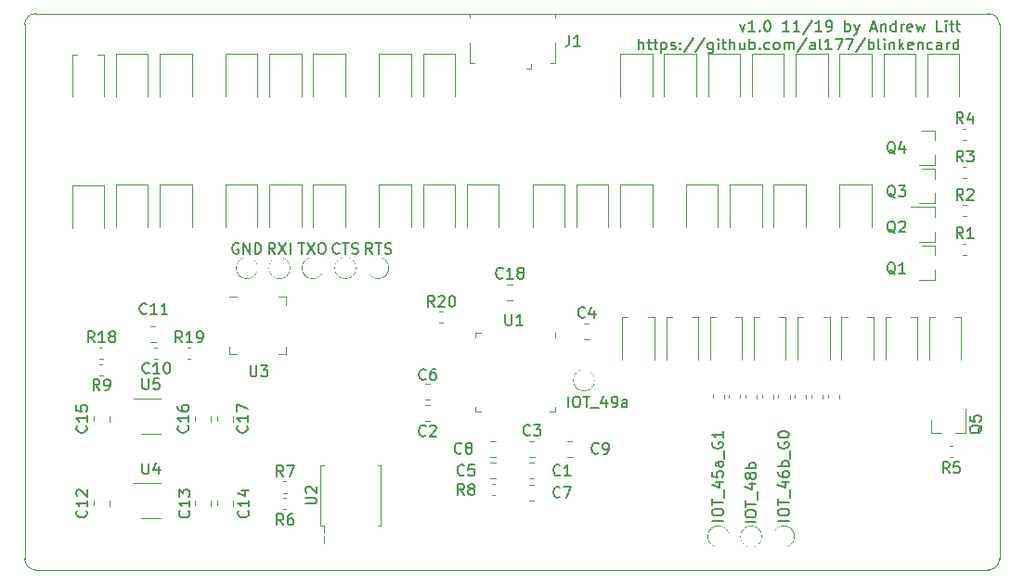
<source format=gbr>
G04 #@! TF.GenerationSoftware,KiCad,Pcbnew,5.1.4-3.fc30*
G04 #@! TF.CreationDate,2019-11-18T01:19:32-06:00*
G04 #@! TF.ProjectId,blinkencard,626c696e-6b65-46e6-9361-72642e6b6963,rev?*
G04 #@! TF.SameCoordinates,Original*
G04 #@! TF.FileFunction,Legend,Top*
G04 #@! TF.FilePolarity,Positive*
%FSLAX46Y46*%
G04 Gerber Fmt 4.6, Leading zero omitted, Abs format (unit mm)*
G04 Created by KiCad (PCBNEW 5.1.4-3.fc30) date 2019-11-18 01:19:32*
%MOMM*%
%LPD*%
G04 APERTURE LIST*
%ADD10C,0.150000*%
%ADD11C,0.050000*%
%ADD12C,0.120000*%
%ADD13C,0.100000*%
%ADD14C,1.350000*%
%ADD15O,2.800000X2.200000*%
%ADD16C,1.900000*%
%ADD17C,1.000000*%
%ADD18C,0.650000*%
%ADD19C,6.000000*%
%ADD20R,1.600000X2.300000*%
%ADD21O,1.600000X2.300000*%
%ADD22R,1.900000X2.300000*%
%ADD23C,1.850000*%
%ADD24R,0.800000X1.750000*%
%ADD25C,1.275000*%
%ADD26C,1.375000*%
%ADD27R,1.460000X1.050000*%
%ADD28C,3.750000*%
%ADD29R,1.200000X1.300000*%
%ADD30R,1.300000X1.200000*%
G04 APERTURE END LIST*
D10*
X65212023Y-960714D02*
X65450119Y-1627380D01*
X65688214Y-960714D01*
X66592976Y-1627380D02*
X66021547Y-1627380D01*
X66307261Y-1627380D02*
X66307261Y-627380D01*
X66212023Y-770238D01*
X66116785Y-865476D01*
X66021547Y-913095D01*
X67021547Y-1532142D02*
X67069166Y-1579761D01*
X67021547Y-1627380D01*
X66973928Y-1579761D01*
X67021547Y-1532142D01*
X67021547Y-1627380D01*
X67688214Y-627380D02*
X67783452Y-627380D01*
X67878690Y-675000D01*
X67926309Y-722619D01*
X67973928Y-817857D01*
X68021547Y-1008333D01*
X68021547Y-1246428D01*
X67973928Y-1436904D01*
X67926309Y-1532142D01*
X67878690Y-1579761D01*
X67783452Y-1627380D01*
X67688214Y-1627380D01*
X67592976Y-1579761D01*
X67545357Y-1532142D01*
X67497738Y-1436904D01*
X67450119Y-1246428D01*
X67450119Y-1008333D01*
X67497738Y-817857D01*
X67545357Y-722619D01*
X67592976Y-675000D01*
X67688214Y-627380D01*
X69735833Y-1627380D02*
X69164404Y-1627380D01*
X69450119Y-1627380D02*
X69450119Y-627380D01*
X69354880Y-770238D01*
X69259642Y-865476D01*
X69164404Y-913095D01*
X70688214Y-1627380D02*
X70116785Y-1627380D01*
X70402500Y-1627380D02*
X70402500Y-627380D01*
X70307261Y-770238D01*
X70212023Y-865476D01*
X70116785Y-913095D01*
X71831071Y-579761D02*
X70973928Y-1865476D01*
X72688214Y-1627380D02*
X72116785Y-1627380D01*
X72402500Y-1627380D02*
X72402500Y-627380D01*
X72307261Y-770238D01*
X72212023Y-865476D01*
X72116785Y-913095D01*
X73164404Y-1627380D02*
X73354880Y-1627380D01*
X73450119Y-1579761D01*
X73497738Y-1532142D01*
X73592976Y-1389285D01*
X73640595Y-1198809D01*
X73640595Y-817857D01*
X73592976Y-722619D01*
X73545357Y-675000D01*
X73450119Y-627380D01*
X73259642Y-627380D01*
X73164404Y-675000D01*
X73116785Y-722619D01*
X73069166Y-817857D01*
X73069166Y-1055952D01*
X73116785Y-1151190D01*
X73164404Y-1198809D01*
X73259642Y-1246428D01*
X73450119Y-1246428D01*
X73545357Y-1198809D01*
X73592976Y-1151190D01*
X73640595Y-1055952D01*
X74831071Y-1627380D02*
X74831071Y-627380D01*
X74831071Y-1008333D02*
X74926309Y-960714D01*
X75116785Y-960714D01*
X75212023Y-1008333D01*
X75259642Y-1055952D01*
X75307261Y-1151190D01*
X75307261Y-1436904D01*
X75259642Y-1532142D01*
X75212023Y-1579761D01*
X75116785Y-1627380D01*
X74926309Y-1627380D01*
X74831071Y-1579761D01*
X75640595Y-960714D02*
X75878690Y-1627380D01*
X76116785Y-960714D02*
X75878690Y-1627380D01*
X75783452Y-1865476D01*
X75735833Y-1913095D01*
X75640595Y-1960714D01*
X77212023Y-1341666D02*
X77688214Y-1341666D01*
X77116785Y-1627380D02*
X77450119Y-627380D01*
X77783452Y-1627380D01*
X78116785Y-960714D02*
X78116785Y-1627380D01*
X78116785Y-1055952D02*
X78164404Y-1008333D01*
X78259642Y-960714D01*
X78402500Y-960714D01*
X78497738Y-1008333D01*
X78545357Y-1103571D01*
X78545357Y-1627380D01*
X79450119Y-1627380D02*
X79450119Y-627380D01*
X79450119Y-1579761D02*
X79354880Y-1627380D01*
X79164404Y-1627380D01*
X79069166Y-1579761D01*
X79021547Y-1532142D01*
X78973928Y-1436904D01*
X78973928Y-1151190D01*
X79021547Y-1055952D01*
X79069166Y-1008333D01*
X79164404Y-960714D01*
X79354880Y-960714D01*
X79450119Y-1008333D01*
X79926309Y-1627380D02*
X79926309Y-960714D01*
X79926309Y-1151190D02*
X79973928Y-1055952D01*
X80021547Y-1008333D01*
X80116785Y-960714D01*
X80212023Y-960714D01*
X80926309Y-1579761D02*
X80831071Y-1627380D01*
X80640595Y-1627380D01*
X80545357Y-1579761D01*
X80497738Y-1484523D01*
X80497738Y-1103571D01*
X80545357Y-1008333D01*
X80640595Y-960714D01*
X80831071Y-960714D01*
X80926309Y-1008333D01*
X80973928Y-1103571D01*
X80973928Y-1198809D01*
X80497738Y-1294047D01*
X81307261Y-960714D02*
X81497738Y-1627380D01*
X81688214Y-1151190D01*
X81878690Y-1627380D01*
X82069166Y-960714D01*
X83688214Y-1627380D02*
X83212023Y-1627380D01*
X83212023Y-627380D01*
X84021547Y-1627380D02*
X84021547Y-960714D01*
X84021547Y-627380D02*
X83973928Y-675000D01*
X84021547Y-722619D01*
X84069166Y-675000D01*
X84021547Y-627380D01*
X84021547Y-722619D01*
X84354880Y-960714D02*
X84735833Y-960714D01*
X84497738Y-627380D02*
X84497738Y-1484523D01*
X84545357Y-1579761D01*
X84640595Y-1627380D01*
X84735833Y-1627380D01*
X84926309Y-960714D02*
X85307261Y-960714D01*
X85069166Y-627380D02*
X85069166Y-1484523D01*
X85116785Y-1579761D01*
X85212023Y-1627380D01*
X85307261Y-1627380D01*
X56021547Y-3277380D02*
X56021547Y-2277380D01*
X56450119Y-3277380D02*
X56450119Y-2753571D01*
X56402499Y-2658333D01*
X56307261Y-2610714D01*
X56164404Y-2610714D01*
X56069166Y-2658333D01*
X56021547Y-2705952D01*
X56783452Y-2610714D02*
X57164404Y-2610714D01*
X56926309Y-2277380D02*
X56926309Y-3134523D01*
X56973928Y-3229761D01*
X57069166Y-3277380D01*
X57164404Y-3277380D01*
X57354880Y-2610714D02*
X57735833Y-2610714D01*
X57497738Y-2277380D02*
X57497738Y-3134523D01*
X57545357Y-3229761D01*
X57640595Y-3277380D01*
X57735833Y-3277380D01*
X58069166Y-2610714D02*
X58069166Y-3610714D01*
X58069166Y-2658333D02*
X58164404Y-2610714D01*
X58354880Y-2610714D01*
X58450119Y-2658333D01*
X58497738Y-2705952D01*
X58545357Y-2801190D01*
X58545357Y-3086904D01*
X58497738Y-3182142D01*
X58450119Y-3229761D01*
X58354880Y-3277380D01*
X58164404Y-3277380D01*
X58069166Y-3229761D01*
X58926309Y-3229761D02*
X59021547Y-3277380D01*
X59212023Y-3277380D01*
X59307261Y-3229761D01*
X59354880Y-3134523D01*
X59354880Y-3086904D01*
X59307261Y-2991666D01*
X59212023Y-2944047D01*
X59069166Y-2944047D01*
X58973928Y-2896428D01*
X58926309Y-2801190D01*
X58926309Y-2753571D01*
X58973928Y-2658333D01*
X59069166Y-2610714D01*
X59212023Y-2610714D01*
X59307261Y-2658333D01*
X59783452Y-3182142D02*
X59831071Y-3229761D01*
X59783452Y-3277380D01*
X59735833Y-3229761D01*
X59783452Y-3182142D01*
X59783452Y-3277380D01*
X59783452Y-2658333D02*
X59831071Y-2705952D01*
X59783452Y-2753571D01*
X59735833Y-2705952D01*
X59783452Y-2658333D01*
X59783452Y-2753571D01*
X60973928Y-2229761D02*
X60116785Y-3515476D01*
X62021547Y-2229761D02*
X61164404Y-3515476D01*
X62783452Y-2610714D02*
X62783452Y-3420238D01*
X62735833Y-3515476D01*
X62688214Y-3563095D01*
X62592976Y-3610714D01*
X62450119Y-3610714D01*
X62354880Y-3563095D01*
X62783452Y-3229761D02*
X62688214Y-3277380D01*
X62497738Y-3277380D01*
X62402499Y-3229761D01*
X62354880Y-3182142D01*
X62307261Y-3086904D01*
X62307261Y-2801190D01*
X62354880Y-2705952D01*
X62402499Y-2658333D01*
X62497738Y-2610714D01*
X62688214Y-2610714D01*
X62783452Y-2658333D01*
X63259642Y-3277380D02*
X63259642Y-2610714D01*
X63259642Y-2277380D02*
X63212023Y-2325000D01*
X63259642Y-2372619D01*
X63307261Y-2325000D01*
X63259642Y-2277380D01*
X63259642Y-2372619D01*
X63592976Y-2610714D02*
X63973928Y-2610714D01*
X63735833Y-2277380D02*
X63735833Y-3134523D01*
X63783452Y-3229761D01*
X63878690Y-3277380D01*
X63973928Y-3277380D01*
X64307261Y-3277380D02*
X64307261Y-2277380D01*
X64735833Y-3277380D02*
X64735833Y-2753571D01*
X64688214Y-2658333D01*
X64592976Y-2610714D01*
X64450119Y-2610714D01*
X64354880Y-2658333D01*
X64307261Y-2705952D01*
X65640595Y-2610714D02*
X65640595Y-3277380D01*
X65212023Y-2610714D02*
X65212023Y-3134523D01*
X65259642Y-3229761D01*
X65354880Y-3277380D01*
X65497738Y-3277380D01*
X65592976Y-3229761D01*
X65640595Y-3182142D01*
X66116785Y-3277380D02*
X66116785Y-2277380D01*
X66116785Y-2658333D02*
X66212023Y-2610714D01*
X66402499Y-2610714D01*
X66497738Y-2658333D01*
X66545357Y-2705952D01*
X66592976Y-2801190D01*
X66592976Y-3086904D01*
X66545357Y-3182142D01*
X66497738Y-3229761D01*
X66402499Y-3277380D01*
X66212023Y-3277380D01*
X66116785Y-3229761D01*
X67021547Y-3182142D02*
X67069166Y-3229761D01*
X67021547Y-3277380D01*
X66973928Y-3229761D01*
X67021547Y-3182142D01*
X67021547Y-3277380D01*
X67926309Y-3229761D02*
X67831071Y-3277380D01*
X67640595Y-3277380D01*
X67545357Y-3229761D01*
X67497738Y-3182142D01*
X67450119Y-3086904D01*
X67450119Y-2801190D01*
X67497738Y-2705952D01*
X67545357Y-2658333D01*
X67640595Y-2610714D01*
X67831071Y-2610714D01*
X67926309Y-2658333D01*
X68497738Y-3277380D02*
X68402499Y-3229761D01*
X68354880Y-3182142D01*
X68307261Y-3086904D01*
X68307261Y-2801190D01*
X68354880Y-2705952D01*
X68402499Y-2658333D01*
X68497738Y-2610714D01*
X68640595Y-2610714D01*
X68735833Y-2658333D01*
X68783452Y-2705952D01*
X68831071Y-2801190D01*
X68831071Y-3086904D01*
X68783452Y-3182142D01*
X68735833Y-3229761D01*
X68640595Y-3277380D01*
X68497738Y-3277380D01*
X69259642Y-3277380D02*
X69259642Y-2610714D01*
X69259642Y-2705952D02*
X69307261Y-2658333D01*
X69402499Y-2610714D01*
X69545357Y-2610714D01*
X69640595Y-2658333D01*
X69688214Y-2753571D01*
X69688214Y-3277380D01*
X69688214Y-2753571D02*
X69735833Y-2658333D01*
X69831071Y-2610714D01*
X69973928Y-2610714D01*
X70069166Y-2658333D01*
X70116785Y-2753571D01*
X70116785Y-3277380D01*
X71307261Y-2229761D02*
X70450119Y-3515476D01*
X72069166Y-3277380D02*
X72069166Y-2753571D01*
X72021547Y-2658333D01*
X71926309Y-2610714D01*
X71735833Y-2610714D01*
X71640595Y-2658333D01*
X72069166Y-3229761D02*
X71973928Y-3277380D01*
X71735833Y-3277380D01*
X71640595Y-3229761D01*
X71592976Y-3134523D01*
X71592976Y-3039285D01*
X71640595Y-2944047D01*
X71735833Y-2896428D01*
X71973928Y-2896428D01*
X72069166Y-2848809D01*
X72688214Y-3277380D02*
X72592976Y-3229761D01*
X72545357Y-3134523D01*
X72545357Y-2277380D01*
X73592976Y-3277380D02*
X73021547Y-3277380D01*
X73307261Y-3277380D02*
X73307261Y-2277380D01*
X73212023Y-2420238D01*
X73116785Y-2515476D01*
X73021547Y-2563095D01*
X73926309Y-2277380D02*
X74592976Y-2277380D01*
X74164404Y-3277380D01*
X74878690Y-2277380D02*
X75545357Y-2277380D01*
X75116785Y-3277380D01*
X76640595Y-2229761D02*
X75783452Y-3515476D01*
X76973928Y-3277380D02*
X76973928Y-2277380D01*
X76973928Y-2658333D02*
X77069166Y-2610714D01*
X77259642Y-2610714D01*
X77354880Y-2658333D01*
X77402499Y-2705952D01*
X77450119Y-2801190D01*
X77450119Y-3086904D01*
X77402499Y-3182142D01*
X77354880Y-3229761D01*
X77259642Y-3277380D01*
X77069166Y-3277380D01*
X76973928Y-3229761D01*
X78021547Y-3277380D02*
X77926309Y-3229761D01*
X77878690Y-3134523D01*
X77878690Y-2277380D01*
X78402499Y-3277380D02*
X78402499Y-2610714D01*
X78402499Y-2277380D02*
X78354880Y-2325000D01*
X78402499Y-2372619D01*
X78450119Y-2325000D01*
X78402499Y-2277380D01*
X78402499Y-2372619D01*
X78878690Y-2610714D02*
X78878690Y-3277380D01*
X78878690Y-2705952D02*
X78926309Y-2658333D01*
X79021547Y-2610714D01*
X79164404Y-2610714D01*
X79259642Y-2658333D01*
X79307261Y-2753571D01*
X79307261Y-3277380D01*
X79783452Y-3277380D02*
X79783452Y-2277380D01*
X79878690Y-2896428D02*
X80164404Y-3277380D01*
X80164404Y-2610714D02*
X79783452Y-2991666D01*
X80973928Y-3229761D02*
X80878690Y-3277380D01*
X80688214Y-3277380D01*
X80592976Y-3229761D01*
X80545357Y-3134523D01*
X80545357Y-2753571D01*
X80592976Y-2658333D01*
X80688214Y-2610714D01*
X80878690Y-2610714D01*
X80973928Y-2658333D01*
X81021547Y-2753571D01*
X81021547Y-2848809D01*
X80545357Y-2944047D01*
X81450119Y-2610714D02*
X81450119Y-3277380D01*
X81450119Y-2705952D02*
X81497738Y-2658333D01*
X81592976Y-2610714D01*
X81735833Y-2610714D01*
X81831071Y-2658333D01*
X81878690Y-2753571D01*
X81878690Y-3277380D01*
X82783452Y-3229761D02*
X82688214Y-3277380D01*
X82497738Y-3277380D01*
X82402499Y-3229761D01*
X82354880Y-3182142D01*
X82307261Y-3086904D01*
X82307261Y-2801190D01*
X82354880Y-2705952D01*
X82402499Y-2658333D01*
X82497738Y-2610714D01*
X82688214Y-2610714D01*
X82783452Y-2658333D01*
X83640595Y-3277380D02*
X83640595Y-2753571D01*
X83592976Y-2658333D01*
X83497738Y-2610714D01*
X83307261Y-2610714D01*
X83212023Y-2658333D01*
X83640595Y-3229761D02*
X83545357Y-3277380D01*
X83307261Y-3277380D01*
X83212023Y-3229761D01*
X83164404Y-3134523D01*
X83164404Y-3039285D01*
X83212023Y-2944047D01*
X83307261Y-2896428D01*
X83545357Y-2896428D01*
X83640595Y-2848809D01*
X84116785Y-3277380D02*
X84116785Y-2610714D01*
X84116785Y-2801190D02*
X84164404Y-2705952D01*
X84212023Y-2658333D01*
X84307261Y-2610714D01*
X84402499Y-2610714D01*
X85164404Y-3277380D02*
X85164404Y-2277380D01*
X85164404Y-3229761D02*
X85069166Y-3277380D01*
X84878690Y-3277380D01*
X84783452Y-3229761D01*
X84735833Y-3182142D01*
X84688214Y-3086904D01*
X84688214Y-2801190D01*
X84735833Y-2705952D01*
X84783452Y-2658333D01*
X84878690Y-2610714D01*
X85069166Y-2610714D01*
X85164404Y-2658333D01*
D11*
X1000000Y-50800000D02*
G75*
G02X0Y-49800000I0J1000000D01*
G01*
X88900000Y-49800000D02*
G75*
G02X87900000Y-50800000I-1000000J0D01*
G01*
X87900000Y0D02*
G75*
G02X88900000Y-1000000I0J-1000000D01*
G01*
X0Y-1000000D02*
G75*
G02X1000000Y0I1000000J0D01*
G01*
X0Y-1000000D02*
X0Y-49800000D01*
X1000000Y-50800000D02*
X87900000Y-50800000D01*
X88900000Y-1000000D02*
X88900000Y-49800000D01*
X1000000Y0D02*
X87900000Y0D01*
D12*
G04 #@! TO.C,D57*
X85420000Y-31570000D02*
X85420000Y-27685000D01*
X85420000Y-27685000D02*
X82500000Y-27685000D01*
X82500000Y-27685000D02*
X82500000Y-31570000D01*
G04 #@! TO.C,D56*
X81420000Y-31570000D02*
X81420000Y-27685000D01*
X81420000Y-27685000D02*
X78500000Y-27685000D01*
X78500000Y-27685000D02*
X78500000Y-31570000D01*
G04 #@! TO.C,D55*
X77420000Y-31570000D02*
X77420000Y-27685000D01*
X77420000Y-27685000D02*
X74500000Y-27685000D01*
X74500000Y-27685000D02*
X74500000Y-31570000D01*
G04 #@! TO.C,D54*
X73420000Y-31570000D02*
X73420000Y-27685000D01*
X73420000Y-27685000D02*
X70500000Y-27685000D01*
X70500000Y-27685000D02*
X70500000Y-31570000D01*
G04 #@! TO.C,D53*
X69420000Y-31570000D02*
X69420000Y-27685000D01*
X69420000Y-27685000D02*
X66500000Y-27685000D01*
X66500000Y-27685000D02*
X66500000Y-31570000D01*
G04 #@! TO.C,D52*
X65420000Y-31570000D02*
X65420000Y-27685000D01*
X65420000Y-27685000D02*
X62500000Y-27685000D01*
X62500000Y-27685000D02*
X62500000Y-31570000D01*
G04 #@! TO.C,D51*
X61420000Y-31570000D02*
X61420000Y-27685000D01*
X61420000Y-27685000D02*
X58500000Y-27685000D01*
X58500000Y-27685000D02*
X58500000Y-31570000D01*
G04 #@! TO.C,D50*
X57420000Y-31570000D02*
X57420000Y-27685000D01*
X57420000Y-27685000D02*
X54500000Y-27685000D01*
X54500000Y-27685000D02*
X54500000Y-31570000D01*
G04 #@! TO.C,D47*
X85240000Y-7550000D02*
X85240000Y-3665000D01*
X85240000Y-3665000D02*
X82320000Y-3665000D01*
X82320000Y-3665000D02*
X82320000Y-7550000D01*
G04 #@! TO.C,D46*
X81240000Y-7550000D02*
X81240000Y-3665000D01*
X81240000Y-3665000D02*
X78320000Y-3665000D01*
X78320000Y-3665000D02*
X78320000Y-7550000D01*
G04 #@! TO.C,D45*
X77240000Y-7550000D02*
X77240000Y-3665000D01*
X77240000Y-3665000D02*
X74320000Y-3665000D01*
X74320000Y-3665000D02*
X74320000Y-7550000D01*
G04 #@! TO.C,D44*
X73240000Y-7550000D02*
X73240000Y-3665000D01*
X73240000Y-3665000D02*
X70320000Y-3665000D01*
X70320000Y-3665000D02*
X70320000Y-7550000D01*
G04 #@! TO.C,D43*
X69240000Y-7550000D02*
X69240000Y-3665000D01*
X69240000Y-3665000D02*
X66320000Y-3665000D01*
X66320000Y-3665000D02*
X66320000Y-7550000D01*
G04 #@! TO.C,D42*
X65240000Y-7550000D02*
X65240000Y-3665000D01*
X65240000Y-3665000D02*
X62320000Y-3665000D01*
X62320000Y-3665000D02*
X62320000Y-7550000D01*
G04 #@! TO.C,D41*
X61240000Y-7550000D02*
X61240000Y-3665000D01*
X61240000Y-3665000D02*
X58320000Y-3665000D01*
X58320000Y-3665000D02*
X58320000Y-7550000D01*
G04 #@! TO.C,D40*
X57240000Y-7550000D02*
X57240000Y-3665000D01*
X57240000Y-3665000D02*
X54320000Y-3665000D01*
X54320000Y-3665000D02*
X54320000Y-7550000D01*
G04 #@! TO.C,D37*
X39240000Y-7550000D02*
X39240000Y-3665000D01*
X39240000Y-3665000D02*
X36320000Y-3665000D01*
X36320000Y-3665000D02*
X36320000Y-7550000D01*
G04 #@! TO.C,D36*
X35240000Y-7550000D02*
X35240000Y-3665000D01*
X35240000Y-3665000D02*
X32320000Y-3665000D01*
X32320000Y-3665000D02*
X32320000Y-7550000D01*
G04 #@! TO.C,D35*
X29240000Y-7550000D02*
X29240000Y-3665000D01*
X29240000Y-3665000D02*
X26320000Y-3665000D01*
X26320000Y-3665000D02*
X26320000Y-7550000D01*
G04 #@! TO.C,D34*
X25240000Y-7550000D02*
X25240000Y-3665000D01*
X25240000Y-3665000D02*
X22320000Y-3665000D01*
X22320000Y-3665000D02*
X22320000Y-7550000D01*
G04 #@! TO.C,D33*
X21240000Y-7550000D02*
X21240000Y-3665000D01*
X21240000Y-3665000D02*
X18320000Y-3665000D01*
X18320000Y-3665000D02*
X18320000Y-7550000D01*
G04 #@! TO.C,D32*
X15240000Y-7550000D02*
X15240000Y-3665000D01*
X15240000Y-3665000D02*
X12320000Y-3665000D01*
X12320000Y-3665000D02*
X12320000Y-7550000D01*
G04 #@! TO.C,D31*
X11240000Y-7550000D02*
X11240000Y-3665000D01*
X11240000Y-3665000D02*
X8320000Y-3665000D01*
X8320000Y-3665000D02*
X8320000Y-7550000D01*
G04 #@! TO.C,D30*
X7240000Y-7600000D02*
X7240000Y-3715000D01*
X7240000Y-3715000D02*
X4320000Y-3715000D01*
X4320000Y-3715000D02*
X4320000Y-7600000D01*
G04 #@! TO.C,D27*
X77240000Y-19480000D02*
X77240000Y-15595000D01*
X77240000Y-15595000D02*
X74320000Y-15595000D01*
X74320000Y-15595000D02*
X74320000Y-19480000D01*
G04 #@! TO.C,D26*
X71240000Y-19480000D02*
X71240000Y-15595000D01*
X71240000Y-15595000D02*
X68320000Y-15595000D01*
X68320000Y-15595000D02*
X68320000Y-19480000D01*
G04 #@! TO.C,D25*
X67240000Y-19480000D02*
X67240000Y-15595000D01*
X67240000Y-15595000D02*
X64320000Y-15595000D01*
X64320000Y-15595000D02*
X64320000Y-19480000D01*
G04 #@! TO.C,D24*
X63240000Y-19480000D02*
X63240000Y-15595000D01*
X63240000Y-15595000D02*
X60320000Y-15595000D01*
X60320000Y-15595000D02*
X60320000Y-19480000D01*
G04 #@! TO.C,D23*
X57240000Y-19480000D02*
X57240000Y-15595000D01*
X57240000Y-15595000D02*
X54320000Y-15595000D01*
X54320000Y-15595000D02*
X54320000Y-19480000D01*
G04 #@! TO.C,D22*
X53240000Y-19480000D02*
X53240000Y-15595000D01*
X53240000Y-15595000D02*
X50320000Y-15595000D01*
X50320000Y-15595000D02*
X50320000Y-19480000D01*
G04 #@! TO.C,D21*
X49240000Y-19480000D02*
X49240000Y-15595000D01*
X49240000Y-15595000D02*
X46320000Y-15595000D01*
X46320000Y-15595000D02*
X46320000Y-19480000D01*
G04 #@! TO.C,D20*
X43240000Y-19480000D02*
X43240000Y-15595000D01*
X43240000Y-15595000D02*
X40320000Y-15595000D01*
X40320000Y-15595000D02*
X40320000Y-19480000D01*
G04 #@! TO.C,D17*
X39240000Y-19480000D02*
X39240000Y-15595000D01*
X39240000Y-15595000D02*
X36320000Y-15595000D01*
X36320000Y-15595000D02*
X36320000Y-19480000D01*
G04 #@! TO.C,D16*
X35240000Y-19480000D02*
X35240000Y-15595000D01*
X35240000Y-15595000D02*
X32320000Y-15595000D01*
X32320000Y-15595000D02*
X32320000Y-19480000D01*
G04 #@! TO.C,D15*
X29240000Y-19480000D02*
X29240000Y-15595000D01*
X29240000Y-15595000D02*
X26320000Y-15595000D01*
X26320000Y-15595000D02*
X26320000Y-19480000D01*
G04 #@! TO.C,D14*
X25240000Y-19480000D02*
X25240000Y-15595000D01*
X25240000Y-15595000D02*
X22320000Y-15595000D01*
X22320000Y-15595000D02*
X22320000Y-19480000D01*
G04 #@! TO.C,D13*
X21240000Y-19480000D02*
X21240000Y-15595000D01*
X21240000Y-15595000D02*
X18320000Y-15595000D01*
X18320000Y-15595000D02*
X18320000Y-19480000D01*
G04 #@! TO.C,D12*
X15240000Y-19480000D02*
X15240000Y-15595000D01*
X15240000Y-15595000D02*
X12320000Y-15595000D01*
X12320000Y-15595000D02*
X12320000Y-19480000D01*
G04 #@! TO.C,D11*
X11240000Y-19480000D02*
X11240000Y-15595000D01*
X11240000Y-15595000D02*
X8320000Y-15595000D01*
X8320000Y-15595000D02*
X8320000Y-19480000D01*
G04 #@! TO.C,D10*
X7240000Y-19600000D02*
X7240000Y-15715000D01*
X7240000Y-15715000D02*
X4320000Y-15715000D01*
X4320000Y-15715000D02*
X4320000Y-19600000D01*
G04 #@! TO.C,TP9*
X21200000Y-23250000D02*
G75*
G03X21200000Y-23250000I-950000J0D01*
G01*
G04 #@! TO.C,U2*
X27285000Y-46747500D02*
X27285000Y-48400000D01*
X27002500Y-46747500D02*
X27285000Y-46747500D01*
X27002500Y-44000000D02*
X27002500Y-46747500D01*
X27002500Y-41252500D02*
X27285000Y-41252500D01*
X27002500Y-44000000D02*
X27002500Y-41252500D01*
X32497500Y-46747500D02*
X32215000Y-46747500D01*
X32497500Y-44000000D02*
X32497500Y-46747500D01*
X32497500Y-41252500D02*
X32215000Y-41252500D01*
X32497500Y-44000000D02*
X32497500Y-41252500D01*
G04 #@! TO.C,U1*
X48360000Y-29615000D02*
X48360000Y-29140000D01*
X41140000Y-36360000D02*
X41615000Y-36360000D01*
X41140000Y-35885000D02*
X41140000Y-36360000D01*
X41140000Y-29140000D02*
X41615000Y-29140000D01*
X41140000Y-29615000D02*
X41140000Y-29140000D01*
X48360000Y-36360000D02*
X47885000Y-36360000D01*
X48360000Y-35885000D02*
X48360000Y-36360000D01*
G04 #@! TO.C,J1*
X46200000Y-5062500D02*
X46200000Y-4612500D01*
X46200000Y-5062500D02*
X45750000Y-5062500D01*
X40600000Y-4512500D02*
X41050000Y-4512500D01*
X40600000Y-2662500D02*
X40600000Y-4512500D01*
X48400000Y-112500D02*
X48400000Y-362500D01*
X40600000Y-112500D02*
X40600000Y-362500D01*
X48400000Y-2662500D02*
X48400000Y-4512500D01*
X48400000Y-4512500D02*
X47950000Y-4512500D01*
G04 #@! TO.C,R20*
X37837221Y-28260000D02*
X38162779Y-28260000D01*
X37837221Y-27240000D02*
X38162779Y-27240000D01*
G04 #@! TO.C,C18*
X44508578Y-24790000D02*
X43991422Y-24790000D01*
X44508578Y-26210000D02*
X43991422Y-26210000D01*
G04 #@! TO.C,R8*
X42912779Y-42990000D02*
X42587221Y-42990000D01*
X42912779Y-44010000D02*
X42587221Y-44010000D01*
G04 #@! TO.C,U5*
X12400000Y-35140000D02*
X9950000Y-35140000D01*
X10600000Y-38360000D02*
X12400000Y-38360000D01*
G04 #@! TO.C,U4*
X12400000Y-42890000D02*
X9950000Y-42890000D01*
X10600000Y-46110000D02*
X12400000Y-46110000D01*
G04 #@! TO.C,U3*
X19365000Y-25890000D02*
X18640000Y-25890000D01*
X23860000Y-31110000D02*
X23860000Y-30385000D01*
X23135000Y-31110000D02*
X23860000Y-31110000D01*
X18640000Y-31110000D02*
X18640000Y-30385000D01*
X19365000Y-31110000D02*
X18640000Y-31110000D01*
X23860000Y-25890000D02*
X23860000Y-26615000D01*
X23135000Y-25890000D02*
X23860000Y-25890000D01*
G04 #@! TO.C,TP8*
X24200000Y-23250000D02*
G75*
G03X24200000Y-23250000I-950000J0D01*
G01*
G04 #@! TO.C,TP7*
X27200000Y-23250000D02*
G75*
G03X27200000Y-23250000I-950000J0D01*
G01*
G04 #@! TO.C,TP6*
X30200000Y-23250000D02*
G75*
G03X30200000Y-23250000I-950000J0D01*
G01*
G04 #@! TO.C,TP5*
X33200000Y-23250000D02*
G75*
G03X33200000Y-23250000I-950000J0D01*
G01*
G04 #@! TO.C,TP4*
X64200000Y-47750000D02*
G75*
G03X64200000Y-47750000I-950000J0D01*
G01*
G04 #@! TO.C,TP3*
X70200000Y-47750000D02*
G75*
G03X70200000Y-47750000I-950000J0D01*
G01*
G04 #@! TO.C,TP2*
X67200000Y-47750000D02*
G75*
G03X67200000Y-47750000I-950000J0D01*
G01*
G04 #@! TO.C,TP1*
X51950000Y-33500000D02*
G75*
G03X51950000Y-33500000I-950000J0D01*
G01*
G04 #@! TO.C,R19*
X14837221Y-31510000D02*
X15162779Y-31510000D01*
X14837221Y-30490000D02*
X15162779Y-30490000D01*
G04 #@! TO.C,R18*
X6837221Y-31510000D02*
X7162779Y-31510000D01*
X6837221Y-30490000D02*
X7162779Y-30490000D01*
G04 #@! TO.C,R9*
X7162779Y-31990000D02*
X6837221Y-31990000D01*
X7162779Y-33010000D02*
X6837221Y-33010000D01*
G04 #@! TO.C,R7*
X23587221Y-43760000D02*
X23912779Y-43760000D01*
X23587221Y-42740000D02*
X23912779Y-42740000D01*
G04 #@! TO.C,R6*
X23587221Y-45260000D02*
X23912779Y-45260000D01*
X23587221Y-44240000D02*
X23912779Y-44240000D01*
G04 #@! TO.C,C17*
X17540000Y-36741422D02*
X17540000Y-37258578D01*
X18960000Y-36741422D02*
X18960000Y-37258578D01*
G04 #@! TO.C,C16*
X15540000Y-36741422D02*
X15540000Y-37258578D01*
X16960000Y-36741422D02*
X16960000Y-37258578D01*
G04 #@! TO.C,C15*
X6290000Y-36741422D02*
X6290000Y-37258578D01*
X7710000Y-36741422D02*
X7710000Y-37258578D01*
G04 #@! TO.C,C14*
X18960000Y-45008578D02*
X18960000Y-44491422D01*
X17540000Y-45008578D02*
X17540000Y-44491422D01*
G04 #@! TO.C,C13*
X16960000Y-45008578D02*
X16960000Y-44491422D01*
X15540000Y-45008578D02*
X15540000Y-44491422D01*
G04 #@! TO.C,C12*
X6290000Y-44491422D02*
X6290000Y-45008578D01*
X7710000Y-44491422D02*
X7710000Y-45008578D01*
G04 #@! TO.C,C11*
X12008578Y-28540000D02*
X11491422Y-28540000D01*
X12008578Y-29960000D02*
X11491422Y-29960000D01*
G04 #@! TO.C,C10*
X12162779Y-30490000D02*
X11837221Y-30490000D01*
X12162779Y-31510000D02*
X11837221Y-31510000D01*
G04 #@! TO.C,C9*
X50008578Y-39040000D02*
X49491422Y-39040000D01*
X50008578Y-40460000D02*
X49491422Y-40460000D01*
G04 #@! TO.C,C8*
X43008578Y-39040000D02*
X42491422Y-39040000D01*
X43008578Y-40460000D02*
X42491422Y-40460000D01*
G04 #@! TO.C,C7*
X45991422Y-44460000D02*
X46508578Y-44460000D01*
X45991422Y-43040000D02*
X46508578Y-43040000D01*
G04 #@! TO.C,C6*
X37008578Y-33790000D02*
X36491422Y-33790000D01*
X37008578Y-35210000D02*
X36491422Y-35210000D01*
G04 #@! TO.C,C5*
X43008578Y-41040000D02*
X42491422Y-41040000D01*
X43008578Y-42460000D02*
X42491422Y-42460000D01*
G04 #@! TO.C,C4*
X50991422Y-28290000D02*
X51508578Y-28290000D01*
X50991422Y-29710000D02*
X51508578Y-29710000D01*
G04 #@! TO.C,C3*
X45991422Y-40460000D02*
X46508578Y-40460000D01*
X45991422Y-39040000D02*
X46508578Y-39040000D01*
G04 #@! TO.C,C2*
X37008578Y-35790000D02*
X36491422Y-35790000D01*
X37008578Y-37210000D02*
X36491422Y-37210000D01*
G04 #@! TO.C,C1*
X45991422Y-42460000D02*
X46508578Y-42460000D01*
X45991422Y-41040000D02*
X46508578Y-41040000D01*
G04 #@! TO.C,R17*
X73240000Y-34837221D02*
X73240000Y-35162779D01*
X74260000Y-34837221D02*
X74260000Y-35162779D01*
G04 #@! TO.C,R16*
X71740000Y-34837221D02*
X71740000Y-35162779D01*
X72760000Y-34837221D02*
X72760000Y-35162779D01*
G04 #@! TO.C,R15*
X70240000Y-34837221D02*
X70240000Y-35162779D01*
X71260000Y-34837221D02*
X71260000Y-35162779D01*
G04 #@! TO.C,R14*
X68740000Y-34837221D02*
X68740000Y-35162779D01*
X69760000Y-34837221D02*
X69760000Y-35162779D01*
G04 #@! TO.C,R13*
X67240000Y-34837221D02*
X67240000Y-35162779D01*
X68260000Y-34837221D02*
X68260000Y-35162779D01*
G04 #@! TO.C,R12*
X65740000Y-34837221D02*
X65740000Y-35162779D01*
X66760000Y-34837221D02*
X66760000Y-35162779D01*
G04 #@! TO.C,R11*
X64240000Y-34837221D02*
X64240000Y-35162779D01*
X65260000Y-34837221D02*
X65260000Y-35162779D01*
G04 #@! TO.C,R10*
X62740000Y-34837221D02*
X62740000Y-35162779D01*
X63760000Y-34837221D02*
X63760000Y-35162779D01*
G04 #@! TO.C,R5*
X84662779Y-39490000D02*
X84337221Y-39490000D01*
X84662779Y-40510000D02*
X84337221Y-40510000D01*
G04 #@! TO.C,R1*
X85587221Y-22010000D02*
X85912779Y-22010000D01*
X85587221Y-20990000D02*
X85912779Y-20990000D01*
G04 #@! TO.C,R4*
X85587221Y-11510000D02*
X85912779Y-11510000D01*
X85587221Y-10490000D02*
X85912779Y-10490000D01*
G04 #@! TO.C,R3*
X85587221Y-15010000D02*
X85912779Y-15010000D01*
X85587221Y-13990000D02*
X85912779Y-13990000D01*
G04 #@! TO.C,R2*
X85587221Y-18510000D02*
X85912779Y-18510000D01*
X85587221Y-17490000D02*
X85912779Y-17490000D01*
G04 #@! TO.C,Q5*
X82670000Y-38260000D02*
X82670000Y-36800000D01*
X85830000Y-38260000D02*
X85830000Y-36100000D01*
X85830000Y-38260000D02*
X84900000Y-38260000D01*
X82670000Y-38260000D02*
X83600000Y-38260000D01*
G04 #@! TO.C,Q1*
X83010000Y-24330000D02*
X81550000Y-24330000D01*
X83010000Y-21170000D02*
X80850000Y-21170000D01*
X83010000Y-21170000D02*
X83010000Y-22100000D01*
X83010000Y-24330000D02*
X83010000Y-23400000D01*
G04 #@! TO.C,Q4*
X83010000Y-13830000D02*
X81550000Y-13830000D01*
X83010000Y-10670000D02*
X80850000Y-10670000D01*
X83010000Y-10670000D02*
X83010000Y-11600000D01*
X83010000Y-13830000D02*
X83010000Y-12900000D01*
G04 #@! TO.C,Q3*
X83010000Y-17330000D02*
X81550000Y-17330000D01*
X83010000Y-14170000D02*
X80850000Y-14170000D01*
X83010000Y-14170000D02*
X83010000Y-15100000D01*
X83010000Y-17330000D02*
X83010000Y-16400000D01*
G04 #@! TO.C,Q2*
X83010000Y-20830000D02*
X81550000Y-20830000D01*
X83010000Y-17670000D02*
X80850000Y-17670000D01*
X83010000Y-17670000D02*
X83010000Y-18600000D01*
X83010000Y-20830000D02*
X83010000Y-19900000D01*
G04 #@! TD*
G04 #@! TO.C,TP9*
D10*
X19488095Y-21000000D02*
X19392857Y-20952380D01*
X19250000Y-20952380D01*
X19107142Y-21000000D01*
X19011904Y-21095238D01*
X18964285Y-21190476D01*
X18916666Y-21380952D01*
X18916666Y-21523809D01*
X18964285Y-21714285D01*
X19011904Y-21809523D01*
X19107142Y-21904761D01*
X19250000Y-21952380D01*
X19345238Y-21952380D01*
X19488095Y-21904761D01*
X19535714Y-21857142D01*
X19535714Y-21523809D01*
X19345238Y-21523809D01*
X19964285Y-21952380D02*
X19964285Y-20952380D01*
X20535714Y-21952380D01*
X20535714Y-20952380D01*
X21011904Y-21952380D02*
X21011904Y-20952380D01*
X21250000Y-20952380D01*
X21392857Y-21000000D01*
X21488095Y-21095238D01*
X21535714Y-21190476D01*
X21583333Y-21380952D01*
X21583333Y-21523809D01*
X21535714Y-21714285D01*
X21488095Y-21809523D01*
X21392857Y-21904761D01*
X21250000Y-21952380D01*
X21011904Y-21952380D01*
G04 #@! TO.C,U2*
X25612380Y-44761904D02*
X26421904Y-44761904D01*
X26517142Y-44714285D01*
X26564761Y-44666666D01*
X26612380Y-44571428D01*
X26612380Y-44380952D01*
X26564761Y-44285714D01*
X26517142Y-44238095D01*
X26421904Y-44190476D01*
X25612380Y-44190476D01*
X25707619Y-43761904D02*
X25660000Y-43714285D01*
X25612380Y-43619047D01*
X25612380Y-43380952D01*
X25660000Y-43285714D01*
X25707619Y-43238095D01*
X25802857Y-43190476D01*
X25898095Y-43190476D01*
X26040952Y-43238095D01*
X26612380Y-43809523D01*
X26612380Y-43190476D01*
G04 #@! TO.C,U1*
X43838095Y-27452380D02*
X43838095Y-28261904D01*
X43885714Y-28357142D01*
X43933333Y-28404761D01*
X44028571Y-28452380D01*
X44219047Y-28452380D01*
X44314285Y-28404761D01*
X44361904Y-28357142D01*
X44409523Y-28261904D01*
X44409523Y-27452380D01*
X45409523Y-28452380D02*
X44838095Y-28452380D01*
X45123809Y-28452380D02*
X45123809Y-27452380D01*
X45028571Y-27595238D01*
X44933333Y-27690476D01*
X44838095Y-27738095D01*
G04 #@! TO.C,J1*
X49666666Y-1952380D02*
X49666666Y-2666666D01*
X49619047Y-2809523D01*
X49523809Y-2904761D01*
X49380952Y-2952380D01*
X49285714Y-2952380D01*
X50666666Y-2952380D02*
X50095238Y-2952380D01*
X50380952Y-2952380D02*
X50380952Y-1952380D01*
X50285714Y-2095238D01*
X50190476Y-2190476D01*
X50095238Y-2238095D01*
G04 #@! TO.C,R20*
X37357142Y-26772380D02*
X37023809Y-26296190D01*
X36785714Y-26772380D02*
X36785714Y-25772380D01*
X37166666Y-25772380D01*
X37261904Y-25820000D01*
X37309523Y-25867619D01*
X37357142Y-25962857D01*
X37357142Y-26105714D01*
X37309523Y-26200952D01*
X37261904Y-26248571D01*
X37166666Y-26296190D01*
X36785714Y-26296190D01*
X37738095Y-25867619D02*
X37785714Y-25820000D01*
X37880952Y-25772380D01*
X38119047Y-25772380D01*
X38214285Y-25820000D01*
X38261904Y-25867619D01*
X38309523Y-25962857D01*
X38309523Y-26058095D01*
X38261904Y-26200952D01*
X37690476Y-26772380D01*
X38309523Y-26772380D01*
X38928571Y-25772380D02*
X39023809Y-25772380D01*
X39119047Y-25820000D01*
X39166666Y-25867619D01*
X39214285Y-25962857D01*
X39261904Y-26153333D01*
X39261904Y-26391428D01*
X39214285Y-26581904D01*
X39166666Y-26677142D01*
X39119047Y-26724761D01*
X39023809Y-26772380D01*
X38928571Y-26772380D01*
X38833333Y-26724761D01*
X38785714Y-26677142D01*
X38738095Y-26581904D01*
X38690476Y-26391428D01*
X38690476Y-26153333D01*
X38738095Y-25962857D01*
X38785714Y-25867619D01*
X38833333Y-25820000D01*
X38928571Y-25772380D01*
G04 #@! TO.C,C18*
X43607142Y-24107142D02*
X43559523Y-24154761D01*
X43416666Y-24202380D01*
X43321428Y-24202380D01*
X43178571Y-24154761D01*
X43083333Y-24059523D01*
X43035714Y-23964285D01*
X42988095Y-23773809D01*
X42988095Y-23630952D01*
X43035714Y-23440476D01*
X43083333Y-23345238D01*
X43178571Y-23250000D01*
X43321428Y-23202380D01*
X43416666Y-23202380D01*
X43559523Y-23250000D01*
X43607142Y-23297619D01*
X44559523Y-24202380D02*
X43988095Y-24202380D01*
X44273809Y-24202380D02*
X44273809Y-23202380D01*
X44178571Y-23345238D01*
X44083333Y-23440476D01*
X43988095Y-23488095D01*
X45130952Y-23630952D02*
X45035714Y-23583333D01*
X44988095Y-23535714D01*
X44940476Y-23440476D01*
X44940476Y-23392857D01*
X44988095Y-23297619D01*
X45035714Y-23250000D01*
X45130952Y-23202380D01*
X45321428Y-23202380D01*
X45416666Y-23250000D01*
X45464285Y-23297619D01*
X45511904Y-23392857D01*
X45511904Y-23440476D01*
X45464285Y-23535714D01*
X45416666Y-23583333D01*
X45321428Y-23630952D01*
X45130952Y-23630952D01*
X45035714Y-23678571D01*
X44988095Y-23726190D01*
X44940476Y-23821428D01*
X44940476Y-24011904D01*
X44988095Y-24107142D01*
X45035714Y-24154761D01*
X45130952Y-24202380D01*
X45321428Y-24202380D01*
X45416666Y-24154761D01*
X45464285Y-24107142D01*
X45511904Y-24011904D01*
X45511904Y-23821428D01*
X45464285Y-23726190D01*
X45416666Y-23678571D01*
X45321428Y-23630952D01*
G04 #@! TO.C,R8*
X40083333Y-43952380D02*
X39750000Y-43476190D01*
X39511904Y-43952380D02*
X39511904Y-42952380D01*
X39892857Y-42952380D01*
X39988095Y-43000000D01*
X40035714Y-43047619D01*
X40083333Y-43142857D01*
X40083333Y-43285714D01*
X40035714Y-43380952D01*
X39988095Y-43428571D01*
X39892857Y-43476190D01*
X39511904Y-43476190D01*
X40654761Y-43380952D02*
X40559523Y-43333333D01*
X40511904Y-43285714D01*
X40464285Y-43190476D01*
X40464285Y-43142857D01*
X40511904Y-43047619D01*
X40559523Y-43000000D01*
X40654761Y-42952380D01*
X40845238Y-42952380D01*
X40940476Y-43000000D01*
X40988095Y-43047619D01*
X41035714Y-43142857D01*
X41035714Y-43190476D01*
X40988095Y-43285714D01*
X40940476Y-43333333D01*
X40845238Y-43380952D01*
X40654761Y-43380952D01*
X40559523Y-43428571D01*
X40511904Y-43476190D01*
X40464285Y-43571428D01*
X40464285Y-43761904D01*
X40511904Y-43857142D01*
X40559523Y-43904761D01*
X40654761Y-43952380D01*
X40845238Y-43952380D01*
X40940476Y-43904761D01*
X40988095Y-43857142D01*
X41035714Y-43761904D01*
X41035714Y-43571428D01*
X40988095Y-43476190D01*
X40940476Y-43428571D01*
X40845238Y-43380952D01*
G04 #@! TO.C,U5*
X10738095Y-33302380D02*
X10738095Y-34111904D01*
X10785714Y-34207142D01*
X10833333Y-34254761D01*
X10928571Y-34302380D01*
X11119047Y-34302380D01*
X11214285Y-34254761D01*
X11261904Y-34207142D01*
X11309523Y-34111904D01*
X11309523Y-33302380D01*
X12261904Y-33302380D02*
X11785714Y-33302380D01*
X11738095Y-33778571D01*
X11785714Y-33730952D01*
X11880952Y-33683333D01*
X12119047Y-33683333D01*
X12214285Y-33730952D01*
X12261904Y-33778571D01*
X12309523Y-33873809D01*
X12309523Y-34111904D01*
X12261904Y-34207142D01*
X12214285Y-34254761D01*
X12119047Y-34302380D01*
X11880952Y-34302380D01*
X11785714Y-34254761D01*
X11738095Y-34207142D01*
G04 #@! TO.C,U4*
X10738095Y-41052380D02*
X10738095Y-41861904D01*
X10785714Y-41957142D01*
X10833333Y-42004761D01*
X10928571Y-42052380D01*
X11119047Y-42052380D01*
X11214285Y-42004761D01*
X11261904Y-41957142D01*
X11309523Y-41861904D01*
X11309523Y-41052380D01*
X12214285Y-41385714D02*
X12214285Y-42052380D01*
X11976190Y-41004761D02*
X11738095Y-41719047D01*
X12357142Y-41719047D01*
G04 #@! TO.C,U3*
X20588095Y-32152380D02*
X20588095Y-32961904D01*
X20635714Y-33057142D01*
X20683333Y-33104761D01*
X20778571Y-33152380D01*
X20969047Y-33152380D01*
X21064285Y-33104761D01*
X21111904Y-33057142D01*
X21159523Y-32961904D01*
X21159523Y-32152380D01*
X21540476Y-32152380D02*
X22159523Y-32152380D01*
X21826190Y-32533333D01*
X21969047Y-32533333D01*
X22064285Y-32580952D01*
X22111904Y-32628571D01*
X22159523Y-32723809D01*
X22159523Y-32961904D01*
X22111904Y-33057142D01*
X22064285Y-33104761D01*
X21969047Y-33152380D01*
X21683333Y-33152380D01*
X21588095Y-33104761D01*
X21540476Y-33057142D01*
G04 #@! TO.C,TP8*
X22845238Y-21952380D02*
X22511904Y-21476190D01*
X22273809Y-21952380D02*
X22273809Y-20952380D01*
X22654761Y-20952380D01*
X22750000Y-21000000D01*
X22797619Y-21047619D01*
X22845238Y-21142857D01*
X22845238Y-21285714D01*
X22797619Y-21380952D01*
X22750000Y-21428571D01*
X22654761Y-21476190D01*
X22273809Y-21476190D01*
X23178571Y-20952380D02*
X23845238Y-21952380D01*
X23845238Y-20952380D02*
X23178571Y-21952380D01*
X24226190Y-21952380D02*
X24226190Y-20952380D01*
G04 #@! TO.C,TP7*
X24964285Y-20952380D02*
X25535714Y-20952380D01*
X25250000Y-21952380D02*
X25250000Y-20952380D01*
X25773809Y-20952380D02*
X26440476Y-21952380D01*
X26440476Y-20952380D02*
X25773809Y-21952380D01*
X27011904Y-20952380D02*
X27202380Y-20952380D01*
X27297619Y-21000000D01*
X27392857Y-21095238D01*
X27440476Y-21285714D01*
X27440476Y-21619047D01*
X27392857Y-21809523D01*
X27297619Y-21904761D01*
X27202380Y-21952380D01*
X27011904Y-21952380D01*
X26916666Y-21904761D01*
X26821428Y-21809523D01*
X26773809Y-21619047D01*
X26773809Y-21285714D01*
X26821428Y-21095238D01*
X26916666Y-21000000D01*
X27011904Y-20952380D01*
G04 #@! TO.C,TP6*
X28702380Y-21857142D02*
X28654761Y-21904761D01*
X28511904Y-21952380D01*
X28416666Y-21952380D01*
X28273809Y-21904761D01*
X28178571Y-21809523D01*
X28130952Y-21714285D01*
X28083333Y-21523809D01*
X28083333Y-21380952D01*
X28130952Y-21190476D01*
X28178571Y-21095238D01*
X28273809Y-21000000D01*
X28416666Y-20952380D01*
X28511904Y-20952380D01*
X28654761Y-21000000D01*
X28702380Y-21047619D01*
X28988095Y-20952380D02*
X29559523Y-20952380D01*
X29273809Y-21952380D02*
X29273809Y-20952380D01*
X29845238Y-21904761D02*
X29988095Y-21952380D01*
X30226190Y-21952380D01*
X30321428Y-21904761D01*
X30369047Y-21857142D01*
X30416666Y-21761904D01*
X30416666Y-21666666D01*
X30369047Y-21571428D01*
X30321428Y-21523809D01*
X30226190Y-21476190D01*
X30035714Y-21428571D01*
X29940476Y-21380952D01*
X29892857Y-21333333D01*
X29845238Y-21238095D01*
X29845238Y-21142857D01*
X29892857Y-21047619D01*
X29940476Y-21000000D01*
X30035714Y-20952380D01*
X30273809Y-20952380D01*
X30416666Y-21000000D01*
G04 #@! TO.C,TP5*
X31702380Y-21952380D02*
X31369047Y-21476190D01*
X31130952Y-21952380D02*
X31130952Y-20952380D01*
X31511904Y-20952380D01*
X31607142Y-21000000D01*
X31654761Y-21047619D01*
X31702380Y-21142857D01*
X31702380Y-21285714D01*
X31654761Y-21380952D01*
X31607142Y-21428571D01*
X31511904Y-21476190D01*
X31130952Y-21476190D01*
X31988095Y-20952380D02*
X32559523Y-20952380D01*
X32273809Y-21952380D02*
X32273809Y-20952380D01*
X32845238Y-21904761D02*
X32988095Y-21952380D01*
X33226190Y-21952380D01*
X33321428Y-21904761D01*
X33369047Y-21857142D01*
X33416666Y-21761904D01*
X33416666Y-21666666D01*
X33369047Y-21571428D01*
X33321428Y-21523809D01*
X33226190Y-21476190D01*
X33035714Y-21428571D01*
X32940476Y-21380952D01*
X32892857Y-21333333D01*
X32845238Y-21238095D01*
X32845238Y-21142857D01*
X32892857Y-21047619D01*
X32940476Y-21000000D01*
X33035714Y-20952380D01*
X33273809Y-20952380D01*
X33416666Y-21000000D01*
G04 #@! TO.C,TP4*
X63702380Y-46297619D02*
X62702380Y-46297619D01*
X62702380Y-45630952D02*
X62702380Y-45440476D01*
X62750000Y-45345238D01*
X62845238Y-45250000D01*
X63035714Y-45202380D01*
X63369047Y-45202380D01*
X63559523Y-45250000D01*
X63654761Y-45345238D01*
X63702380Y-45440476D01*
X63702380Y-45630952D01*
X63654761Y-45726190D01*
X63559523Y-45821428D01*
X63369047Y-45869047D01*
X63035714Y-45869047D01*
X62845238Y-45821428D01*
X62750000Y-45726190D01*
X62702380Y-45630952D01*
X62702380Y-44916666D02*
X62702380Y-44345238D01*
X63702380Y-44630952D02*
X62702380Y-44630952D01*
X63797619Y-44250000D02*
X63797619Y-43488095D01*
X63035714Y-42821428D02*
X63702380Y-42821428D01*
X62654761Y-43059523D02*
X63369047Y-43297619D01*
X63369047Y-42678571D01*
X62702380Y-41821428D02*
X62702380Y-42297619D01*
X63178571Y-42345238D01*
X63130952Y-42297619D01*
X63083333Y-42202380D01*
X63083333Y-41964285D01*
X63130952Y-41869047D01*
X63178571Y-41821428D01*
X63273809Y-41773809D01*
X63511904Y-41773809D01*
X63607142Y-41821428D01*
X63654761Y-41869047D01*
X63702380Y-41964285D01*
X63702380Y-42202380D01*
X63654761Y-42297619D01*
X63607142Y-42345238D01*
X63702380Y-40916666D02*
X63178571Y-40916666D01*
X63083333Y-40964285D01*
X63035714Y-41059523D01*
X63035714Y-41250000D01*
X63083333Y-41345238D01*
X63654761Y-40916666D02*
X63702380Y-41011904D01*
X63702380Y-41250000D01*
X63654761Y-41345238D01*
X63559523Y-41392857D01*
X63464285Y-41392857D01*
X63369047Y-41345238D01*
X63321428Y-41250000D01*
X63321428Y-41011904D01*
X63273809Y-40916666D01*
X63797619Y-40678571D02*
X63797619Y-39916666D01*
X62750000Y-39154761D02*
X62702380Y-39250000D01*
X62702380Y-39392857D01*
X62750000Y-39535714D01*
X62845238Y-39630952D01*
X62940476Y-39678571D01*
X63130952Y-39726190D01*
X63273809Y-39726190D01*
X63464285Y-39678571D01*
X63559523Y-39630952D01*
X63654761Y-39535714D01*
X63702380Y-39392857D01*
X63702380Y-39297619D01*
X63654761Y-39154761D01*
X63607142Y-39107142D01*
X63273809Y-39107142D01*
X63273809Y-39297619D01*
X63702380Y-38154761D02*
X63702380Y-38726190D01*
X63702380Y-38440476D02*
X62702380Y-38440476D01*
X62845238Y-38535714D01*
X62940476Y-38630952D01*
X62988095Y-38726190D01*
G04 #@! TO.C,TP3*
X69702380Y-46297619D02*
X68702380Y-46297619D01*
X68702380Y-45630952D02*
X68702380Y-45440476D01*
X68750000Y-45345238D01*
X68845238Y-45250000D01*
X69035714Y-45202380D01*
X69369047Y-45202380D01*
X69559523Y-45250000D01*
X69654761Y-45345238D01*
X69702380Y-45440476D01*
X69702380Y-45630952D01*
X69654761Y-45726190D01*
X69559523Y-45821428D01*
X69369047Y-45869047D01*
X69035714Y-45869047D01*
X68845238Y-45821428D01*
X68750000Y-45726190D01*
X68702380Y-45630952D01*
X68702380Y-44916666D02*
X68702380Y-44345238D01*
X69702380Y-44630952D02*
X68702380Y-44630952D01*
X69797619Y-44250000D02*
X69797619Y-43488095D01*
X69035714Y-42821428D02*
X69702380Y-42821428D01*
X68654761Y-43059523D02*
X69369047Y-43297619D01*
X69369047Y-42678571D01*
X68702380Y-41869047D02*
X68702380Y-42059523D01*
X68750000Y-42154761D01*
X68797619Y-42202380D01*
X68940476Y-42297619D01*
X69130952Y-42345238D01*
X69511904Y-42345238D01*
X69607142Y-42297619D01*
X69654761Y-42250000D01*
X69702380Y-42154761D01*
X69702380Y-41964285D01*
X69654761Y-41869047D01*
X69607142Y-41821428D01*
X69511904Y-41773809D01*
X69273809Y-41773809D01*
X69178571Y-41821428D01*
X69130952Y-41869047D01*
X69083333Y-41964285D01*
X69083333Y-42154761D01*
X69130952Y-42250000D01*
X69178571Y-42297619D01*
X69273809Y-42345238D01*
X69702380Y-41345238D02*
X68702380Y-41345238D01*
X69083333Y-41345238D02*
X69035714Y-41250000D01*
X69035714Y-41059523D01*
X69083333Y-40964285D01*
X69130952Y-40916666D01*
X69226190Y-40869047D01*
X69511904Y-40869047D01*
X69607142Y-40916666D01*
X69654761Y-40964285D01*
X69702380Y-41059523D01*
X69702380Y-41250000D01*
X69654761Y-41345238D01*
X69797619Y-40678571D02*
X69797619Y-39916666D01*
X68750000Y-39154761D02*
X68702380Y-39250000D01*
X68702380Y-39392857D01*
X68750000Y-39535714D01*
X68845238Y-39630952D01*
X68940476Y-39678571D01*
X69130952Y-39726190D01*
X69273809Y-39726190D01*
X69464285Y-39678571D01*
X69559523Y-39630952D01*
X69654761Y-39535714D01*
X69702380Y-39392857D01*
X69702380Y-39297619D01*
X69654761Y-39154761D01*
X69607142Y-39107142D01*
X69273809Y-39107142D01*
X69273809Y-39297619D01*
X68702380Y-38488095D02*
X68702380Y-38392857D01*
X68750000Y-38297619D01*
X68797619Y-38250000D01*
X68892857Y-38202380D01*
X69083333Y-38154761D01*
X69321428Y-38154761D01*
X69511904Y-38202380D01*
X69607142Y-38250000D01*
X69654761Y-38297619D01*
X69702380Y-38392857D01*
X69702380Y-38488095D01*
X69654761Y-38583333D01*
X69607142Y-38630952D01*
X69511904Y-38678571D01*
X69321428Y-38726190D01*
X69083333Y-38726190D01*
X68892857Y-38678571D01*
X68797619Y-38630952D01*
X68750000Y-38583333D01*
X68702380Y-38488095D01*
G04 #@! TO.C,TP2*
X66702380Y-46440476D02*
X65702380Y-46440476D01*
X65702380Y-45773809D02*
X65702380Y-45583333D01*
X65750000Y-45488095D01*
X65845238Y-45392857D01*
X66035714Y-45345238D01*
X66369047Y-45345238D01*
X66559523Y-45392857D01*
X66654761Y-45488095D01*
X66702380Y-45583333D01*
X66702380Y-45773809D01*
X66654761Y-45869047D01*
X66559523Y-45964285D01*
X66369047Y-46011904D01*
X66035714Y-46011904D01*
X65845238Y-45964285D01*
X65750000Y-45869047D01*
X65702380Y-45773809D01*
X65702380Y-45059523D02*
X65702380Y-44488095D01*
X66702380Y-44773809D02*
X65702380Y-44773809D01*
X66797619Y-44392857D02*
X66797619Y-43630952D01*
X66035714Y-42964285D02*
X66702380Y-42964285D01*
X65654761Y-43202380D02*
X66369047Y-43440476D01*
X66369047Y-42821428D01*
X66130952Y-42297619D02*
X66083333Y-42392857D01*
X66035714Y-42440476D01*
X65940476Y-42488095D01*
X65892857Y-42488095D01*
X65797619Y-42440476D01*
X65750000Y-42392857D01*
X65702380Y-42297619D01*
X65702380Y-42107142D01*
X65750000Y-42011904D01*
X65797619Y-41964285D01*
X65892857Y-41916666D01*
X65940476Y-41916666D01*
X66035714Y-41964285D01*
X66083333Y-42011904D01*
X66130952Y-42107142D01*
X66130952Y-42297619D01*
X66178571Y-42392857D01*
X66226190Y-42440476D01*
X66321428Y-42488095D01*
X66511904Y-42488095D01*
X66607142Y-42440476D01*
X66654761Y-42392857D01*
X66702380Y-42297619D01*
X66702380Y-42107142D01*
X66654761Y-42011904D01*
X66607142Y-41964285D01*
X66511904Y-41916666D01*
X66321428Y-41916666D01*
X66226190Y-41964285D01*
X66178571Y-42011904D01*
X66130952Y-42107142D01*
X66702380Y-41488095D02*
X65702380Y-41488095D01*
X66083333Y-41488095D02*
X66035714Y-41392857D01*
X66035714Y-41202380D01*
X66083333Y-41107142D01*
X66130952Y-41059523D01*
X66226190Y-41011904D01*
X66511904Y-41011904D01*
X66607142Y-41059523D01*
X66654761Y-41107142D01*
X66702380Y-41202380D01*
X66702380Y-41392857D01*
X66654761Y-41488095D01*
G04 #@! TO.C,TP1*
X49559523Y-35952380D02*
X49559523Y-34952380D01*
X50226190Y-34952380D02*
X50416666Y-34952380D01*
X50511904Y-35000000D01*
X50607142Y-35095238D01*
X50654761Y-35285714D01*
X50654761Y-35619047D01*
X50607142Y-35809523D01*
X50511904Y-35904761D01*
X50416666Y-35952380D01*
X50226190Y-35952380D01*
X50130952Y-35904761D01*
X50035714Y-35809523D01*
X49988095Y-35619047D01*
X49988095Y-35285714D01*
X50035714Y-35095238D01*
X50130952Y-35000000D01*
X50226190Y-34952380D01*
X50940476Y-34952380D02*
X51511904Y-34952380D01*
X51226190Y-35952380D02*
X51226190Y-34952380D01*
X51607142Y-36047619D02*
X52369047Y-36047619D01*
X53035714Y-35285714D02*
X53035714Y-35952380D01*
X52797619Y-34904761D02*
X52559523Y-35619047D01*
X53178571Y-35619047D01*
X53607142Y-35952380D02*
X53797619Y-35952380D01*
X53892857Y-35904761D01*
X53940476Y-35857142D01*
X54035714Y-35714285D01*
X54083333Y-35523809D01*
X54083333Y-35142857D01*
X54035714Y-35047619D01*
X53988095Y-35000000D01*
X53892857Y-34952380D01*
X53702380Y-34952380D01*
X53607142Y-35000000D01*
X53559523Y-35047619D01*
X53511904Y-35142857D01*
X53511904Y-35380952D01*
X53559523Y-35476190D01*
X53607142Y-35523809D01*
X53702380Y-35571428D01*
X53892857Y-35571428D01*
X53988095Y-35523809D01*
X54035714Y-35476190D01*
X54083333Y-35380952D01*
X54940476Y-35952380D02*
X54940476Y-35428571D01*
X54892857Y-35333333D01*
X54797619Y-35285714D01*
X54607142Y-35285714D01*
X54511904Y-35333333D01*
X54940476Y-35904761D02*
X54845238Y-35952380D01*
X54607142Y-35952380D01*
X54511904Y-35904761D01*
X54464285Y-35809523D01*
X54464285Y-35714285D01*
X54511904Y-35619047D01*
X54607142Y-35571428D01*
X54845238Y-35571428D01*
X54940476Y-35523809D01*
G04 #@! TO.C,R19*
X14357142Y-30022380D02*
X14023809Y-29546190D01*
X13785714Y-30022380D02*
X13785714Y-29022380D01*
X14166666Y-29022380D01*
X14261904Y-29070000D01*
X14309523Y-29117619D01*
X14357142Y-29212857D01*
X14357142Y-29355714D01*
X14309523Y-29450952D01*
X14261904Y-29498571D01*
X14166666Y-29546190D01*
X13785714Y-29546190D01*
X15309523Y-30022380D02*
X14738095Y-30022380D01*
X15023809Y-30022380D02*
X15023809Y-29022380D01*
X14928571Y-29165238D01*
X14833333Y-29260476D01*
X14738095Y-29308095D01*
X15785714Y-30022380D02*
X15976190Y-30022380D01*
X16071428Y-29974761D01*
X16119047Y-29927142D01*
X16214285Y-29784285D01*
X16261904Y-29593809D01*
X16261904Y-29212857D01*
X16214285Y-29117619D01*
X16166666Y-29070000D01*
X16071428Y-29022380D01*
X15880952Y-29022380D01*
X15785714Y-29070000D01*
X15738095Y-29117619D01*
X15690476Y-29212857D01*
X15690476Y-29450952D01*
X15738095Y-29546190D01*
X15785714Y-29593809D01*
X15880952Y-29641428D01*
X16071428Y-29641428D01*
X16166666Y-29593809D01*
X16214285Y-29546190D01*
X16261904Y-29450952D01*
G04 #@! TO.C,R18*
X6357142Y-30022380D02*
X6023809Y-29546190D01*
X5785714Y-30022380D02*
X5785714Y-29022380D01*
X6166666Y-29022380D01*
X6261904Y-29070000D01*
X6309523Y-29117619D01*
X6357142Y-29212857D01*
X6357142Y-29355714D01*
X6309523Y-29450952D01*
X6261904Y-29498571D01*
X6166666Y-29546190D01*
X5785714Y-29546190D01*
X7309523Y-30022380D02*
X6738095Y-30022380D01*
X7023809Y-30022380D02*
X7023809Y-29022380D01*
X6928571Y-29165238D01*
X6833333Y-29260476D01*
X6738095Y-29308095D01*
X7880952Y-29450952D02*
X7785714Y-29403333D01*
X7738095Y-29355714D01*
X7690476Y-29260476D01*
X7690476Y-29212857D01*
X7738095Y-29117619D01*
X7785714Y-29070000D01*
X7880952Y-29022380D01*
X8071428Y-29022380D01*
X8166666Y-29070000D01*
X8214285Y-29117619D01*
X8261904Y-29212857D01*
X8261904Y-29260476D01*
X8214285Y-29355714D01*
X8166666Y-29403333D01*
X8071428Y-29450952D01*
X7880952Y-29450952D01*
X7785714Y-29498571D01*
X7738095Y-29546190D01*
X7690476Y-29641428D01*
X7690476Y-29831904D01*
X7738095Y-29927142D01*
X7785714Y-29974761D01*
X7880952Y-30022380D01*
X8071428Y-30022380D01*
X8166666Y-29974761D01*
X8214285Y-29927142D01*
X8261904Y-29831904D01*
X8261904Y-29641428D01*
X8214285Y-29546190D01*
X8166666Y-29498571D01*
X8071428Y-29450952D01*
G04 #@! TO.C,R9*
X6833333Y-34382380D02*
X6500000Y-33906190D01*
X6261904Y-34382380D02*
X6261904Y-33382380D01*
X6642857Y-33382380D01*
X6738095Y-33430000D01*
X6785714Y-33477619D01*
X6833333Y-33572857D01*
X6833333Y-33715714D01*
X6785714Y-33810952D01*
X6738095Y-33858571D01*
X6642857Y-33906190D01*
X6261904Y-33906190D01*
X7309523Y-34382380D02*
X7500000Y-34382380D01*
X7595238Y-34334761D01*
X7642857Y-34287142D01*
X7738095Y-34144285D01*
X7785714Y-33953809D01*
X7785714Y-33572857D01*
X7738095Y-33477619D01*
X7690476Y-33430000D01*
X7595238Y-33382380D01*
X7404761Y-33382380D01*
X7309523Y-33430000D01*
X7261904Y-33477619D01*
X7214285Y-33572857D01*
X7214285Y-33810952D01*
X7261904Y-33906190D01*
X7309523Y-33953809D01*
X7404761Y-34001428D01*
X7595238Y-34001428D01*
X7690476Y-33953809D01*
X7738095Y-33906190D01*
X7785714Y-33810952D01*
G04 #@! TO.C,R7*
X23583333Y-42272380D02*
X23250000Y-41796190D01*
X23011904Y-42272380D02*
X23011904Y-41272380D01*
X23392857Y-41272380D01*
X23488095Y-41320000D01*
X23535714Y-41367619D01*
X23583333Y-41462857D01*
X23583333Y-41605714D01*
X23535714Y-41700952D01*
X23488095Y-41748571D01*
X23392857Y-41796190D01*
X23011904Y-41796190D01*
X23916666Y-41272380D02*
X24583333Y-41272380D01*
X24154761Y-42272380D01*
G04 #@! TO.C,R6*
X23583333Y-46702380D02*
X23250000Y-46226190D01*
X23011904Y-46702380D02*
X23011904Y-45702380D01*
X23392857Y-45702380D01*
X23488095Y-45750000D01*
X23535714Y-45797619D01*
X23583333Y-45892857D01*
X23583333Y-46035714D01*
X23535714Y-46130952D01*
X23488095Y-46178571D01*
X23392857Y-46226190D01*
X23011904Y-46226190D01*
X24440476Y-45702380D02*
X24250000Y-45702380D01*
X24154761Y-45750000D01*
X24107142Y-45797619D01*
X24011904Y-45940476D01*
X23964285Y-46130952D01*
X23964285Y-46511904D01*
X24011904Y-46607142D01*
X24059523Y-46654761D01*
X24154761Y-46702380D01*
X24345238Y-46702380D01*
X24440476Y-46654761D01*
X24488095Y-46607142D01*
X24535714Y-46511904D01*
X24535714Y-46273809D01*
X24488095Y-46178571D01*
X24440476Y-46130952D01*
X24345238Y-46083333D01*
X24154761Y-46083333D01*
X24059523Y-46130952D01*
X24011904Y-46178571D01*
X23964285Y-46273809D01*
G04 #@! TO.C,C17*
X20257142Y-37642857D02*
X20304761Y-37690476D01*
X20352380Y-37833333D01*
X20352380Y-37928571D01*
X20304761Y-38071428D01*
X20209523Y-38166666D01*
X20114285Y-38214285D01*
X19923809Y-38261904D01*
X19780952Y-38261904D01*
X19590476Y-38214285D01*
X19495238Y-38166666D01*
X19400000Y-38071428D01*
X19352380Y-37928571D01*
X19352380Y-37833333D01*
X19400000Y-37690476D01*
X19447619Y-37642857D01*
X20352380Y-36690476D02*
X20352380Y-37261904D01*
X20352380Y-36976190D02*
X19352380Y-36976190D01*
X19495238Y-37071428D01*
X19590476Y-37166666D01*
X19638095Y-37261904D01*
X19352380Y-36357142D02*
X19352380Y-35690476D01*
X20352380Y-36119047D01*
G04 #@! TO.C,C16*
X14857142Y-37642857D02*
X14904761Y-37690476D01*
X14952380Y-37833333D01*
X14952380Y-37928571D01*
X14904761Y-38071428D01*
X14809523Y-38166666D01*
X14714285Y-38214285D01*
X14523809Y-38261904D01*
X14380952Y-38261904D01*
X14190476Y-38214285D01*
X14095238Y-38166666D01*
X14000000Y-38071428D01*
X13952380Y-37928571D01*
X13952380Y-37833333D01*
X14000000Y-37690476D01*
X14047619Y-37642857D01*
X14952380Y-36690476D02*
X14952380Y-37261904D01*
X14952380Y-36976190D02*
X13952380Y-36976190D01*
X14095238Y-37071428D01*
X14190476Y-37166666D01*
X14238095Y-37261904D01*
X13952380Y-35833333D02*
X13952380Y-36023809D01*
X14000000Y-36119047D01*
X14047619Y-36166666D01*
X14190476Y-36261904D01*
X14380952Y-36309523D01*
X14761904Y-36309523D01*
X14857142Y-36261904D01*
X14904761Y-36214285D01*
X14952380Y-36119047D01*
X14952380Y-35928571D01*
X14904761Y-35833333D01*
X14857142Y-35785714D01*
X14761904Y-35738095D01*
X14523809Y-35738095D01*
X14428571Y-35785714D01*
X14380952Y-35833333D01*
X14333333Y-35928571D01*
X14333333Y-36119047D01*
X14380952Y-36214285D01*
X14428571Y-36261904D01*
X14523809Y-36309523D01*
G04 #@! TO.C,C15*
X5607142Y-37642857D02*
X5654761Y-37690476D01*
X5702380Y-37833333D01*
X5702380Y-37928571D01*
X5654761Y-38071428D01*
X5559523Y-38166666D01*
X5464285Y-38214285D01*
X5273809Y-38261904D01*
X5130952Y-38261904D01*
X4940476Y-38214285D01*
X4845238Y-38166666D01*
X4750000Y-38071428D01*
X4702380Y-37928571D01*
X4702380Y-37833333D01*
X4750000Y-37690476D01*
X4797619Y-37642857D01*
X5702380Y-36690476D02*
X5702380Y-37261904D01*
X5702380Y-36976190D02*
X4702380Y-36976190D01*
X4845238Y-37071428D01*
X4940476Y-37166666D01*
X4988095Y-37261904D01*
X4702380Y-35785714D02*
X4702380Y-36261904D01*
X5178571Y-36309523D01*
X5130952Y-36261904D01*
X5083333Y-36166666D01*
X5083333Y-35928571D01*
X5130952Y-35833333D01*
X5178571Y-35785714D01*
X5273809Y-35738095D01*
X5511904Y-35738095D01*
X5607142Y-35785714D01*
X5654761Y-35833333D01*
X5702380Y-35928571D01*
X5702380Y-36166666D01*
X5654761Y-36261904D01*
X5607142Y-36309523D01*
G04 #@! TO.C,C14*
X20357142Y-45392857D02*
X20404761Y-45440476D01*
X20452380Y-45583333D01*
X20452380Y-45678571D01*
X20404761Y-45821428D01*
X20309523Y-45916666D01*
X20214285Y-45964285D01*
X20023809Y-46011904D01*
X19880952Y-46011904D01*
X19690476Y-45964285D01*
X19595238Y-45916666D01*
X19500000Y-45821428D01*
X19452380Y-45678571D01*
X19452380Y-45583333D01*
X19500000Y-45440476D01*
X19547619Y-45392857D01*
X20452380Y-44440476D02*
X20452380Y-45011904D01*
X20452380Y-44726190D02*
X19452380Y-44726190D01*
X19595238Y-44821428D01*
X19690476Y-44916666D01*
X19738095Y-45011904D01*
X19785714Y-43583333D02*
X20452380Y-43583333D01*
X19404761Y-43821428D02*
X20119047Y-44059523D01*
X20119047Y-43440476D01*
G04 #@! TO.C,C13*
X14957142Y-45392857D02*
X15004761Y-45440476D01*
X15052380Y-45583333D01*
X15052380Y-45678571D01*
X15004761Y-45821428D01*
X14909523Y-45916666D01*
X14814285Y-45964285D01*
X14623809Y-46011904D01*
X14480952Y-46011904D01*
X14290476Y-45964285D01*
X14195238Y-45916666D01*
X14100000Y-45821428D01*
X14052380Y-45678571D01*
X14052380Y-45583333D01*
X14100000Y-45440476D01*
X14147619Y-45392857D01*
X15052380Y-44440476D02*
X15052380Y-45011904D01*
X15052380Y-44726190D02*
X14052380Y-44726190D01*
X14195238Y-44821428D01*
X14290476Y-44916666D01*
X14338095Y-45011904D01*
X14052380Y-44107142D02*
X14052380Y-43488095D01*
X14433333Y-43821428D01*
X14433333Y-43678571D01*
X14480952Y-43583333D01*
X14528571Y-43535714D01*
X14623809Y-43488095D01*
X14861904Y-43488095D01*
X14957142Y-43535714D01*
X15004761Y-43583333D01*
X15052380Y-43678571D01*
X15052380Y-43964285D01*
X15004761Y-44059523D01*
X14957142Y-44107142D01*
G04 #@! TO.C,C12*
X5607142Y-45392857D02*
X5654761Y-45440476D01*
X5702380Y-45583333D01*
X5702380Y-45678571D01*
X5654761Y-45821428D01*
X5559523Y-45916666D01*
X5464285Y-45964285D01*
X5273809Y-46011904D01*
X5130952Y-46011904D01*
X4940476Y-45964285D01*
X4845238Y-45916666D01*
X4750000Y-45821428D01*
X4702380Y-45678571D01*
X4702380Y-45583333D01*
X4750000Y-45440476D01*
X4797619Y-45392857D01*
X5702380Y-44440476D02*
X5702380Y-45011904D01*
X5702380Y-44726190D02*
X4702380Y-44726190D01*
X4845238Y-44821428D01*
X4940476Y-44916666D01*
X4988095Y-45011904D01*
X4797619Y-44059523D02*
X4750000Y-44011904D01*
X4702380Y-43916666D01*
X4702380Y-43678571D01*
X4750000Y-43583333D01*
X4797619Y-43535714D01*
X4892857Y-43488095D01*
X4988095Y-43488095D01*
X5130952Y-43535714D01*
X5702380Y-44107142D01*
X5702380Y-43488095D01*
G04 #@! TO.C,C11*
X11107142Y-27357142D02*
X11059523Y-27404761D01*
X10916666Y-27452380D01*
X10821428Y-27452380D01*
X10678571Y-27404761D01*
X10583333Y-27309523D01*
X10535714Y-27214285D01*
X10488095Y-27023809D01*
X10488095Y-26880952D01*
X10535714Y-26690476D01*
X10583333Y-26595238D01*
X10678571Y-26500000D01*
X10821428Y-26452380D01*
X10916666Y-26452380D01*
X11059523Y-26500000D01*
X11107142Y-26547619D01*
X12059523Y-27452380D02*
X11488095Y-27452380D01*
X11773809Y-27452380D02*
X11773809Y-26452380D01*
X11678571Y-26595238D01*
X11583333Y-26690476D01*
X11488095Y-26738095D01*
X13011904Y-27452380D02*
X12440476Y-27452380D01*
X12726190Y-27452380D02*
X12726190Y-26452380D01*
X12630952Y-26595238D01*
X12535714Y-26690476D01*
X12440476Y-26738095D01*
G04 #@! TO.C,C10*
X11357142Y-32787142D02*
X11309523Y-32834761D01*
X11166666Y-32882380D01*
X11071428Y-32882380D01*
X10928571Y-32834761D01*
X10833333Y-32739523D01*
X10785714Y-32644285D01*
X10738095Y-32453809D01*
X10738095Y-32310952D01*
X10785714Y-32120476D01*
X10833333Y-32025238D01*
X10928571Y-31930000D01*
X11071428Y-31882380D01*
X11166666Y-31882380D01*
X11309523Y-31930000D01*
X11357142Y-31977619D01*
X12309523Y-32882380D02*
X11738095Y-32882380D01*
X12023809Y-32882380D02*
X12023809Y-31882380D01*
X11928571Y-32025238D01*
X11833333Y-32120476D01*
X11738095Y-32168095D01*
X12928571Y-31882380D02*
X13023809Y-31882380D01*
X13119047Y-31930000D01*
X13166666Y-31977619D01*
X13214285Y-32072857D01*
X13261904Y-32263333D01*
X13261904Y-32501428D01*
X13214285Y-32691904D01*
X13166666Y-32787142D01*
X13119047Y-32834761D01*
X13023809Y-32882380D01*
X12928571Y-32882380D01*
X12833333Y-32834761D01*
X12785714Y-32787142D01*
X12738095Y-32691904D01*
X12690476Y-32501428D01*
X12690476Y-32263333D01*
X12738095Y-32072857D01*
X12785714Y-31977619D01*
X12833333Y-31930000D01*
X12928571Y-31882380D01*
G04 #@! TO.C,C9*
X52333333Y-40107142D02*
X52285714Y-40154761D01*
X52142857Y-40202380D01*
X52047619Y-40202380D01*
X51904761Y-40154761D01*
X51809523Y-40059523D01*
X51761904Y-39964285D01*
X51714285Y-39773809D01*
X51714285Y-39630952D01*
X51761904Y-39440476D01*
X51809523Y-39345238D01*
X51904761Y-39250000D01*
X52047619Y-39202380D01*
X52142857Y-39202380D01*
X52285714Y-39250000D01*
X52333333Y-39297619D01*
X52809523Y-40202380D02*
X53000000Y-40202380D01*
X53095238Y-40154761D01*
X53142857Y-40107142D01*
X53238095Y-39964285D01*
X53285714Y-39773809D01*
X53285714Y-39392857D01*
X53238095Y-39297619D01*
X53190476Y-39250000D01*
X53095238Y-39202380D01*
X52904761Y-39202380D01*
X52809523Y-39250000D01*
X52761904Y-39297619D01*
X52714285Y-39392857D01*
X52714285Y-39630952D01*
X52761904Y-39726190D01*
X52809523Y-39773809D01*
X52904761Y-39821428D01*
X53095238Y-39821428D01*
X53190476Y-39773809D01*
X53238095Y-39726190D01*
X53285714Y-39630952D01*
G04 #@! TO.C,C8*
X39833333Y-40107142D02*
X39785714Y-40154761D01*
X39642857Y-40202380D01*
X39547619Y-40202380D01*
X39404761Y-40154761D01*
X39309523Y-40059523D01*
X39261904Y-39964285D01*
X39214285Y-39773809D01*
X39214285Y-39630952D01*
X39261904Y-39440476D01*
X39309523Y-39345238D01*
X39404761Y-39250000D01*
X39547619Y-39202380D01*
X39642857Y-39202380D01*
X39785714Y-39250000D01*
X39833333Y-39297619D01*
X40404761Y-39630952D02*
X40309523Y-39583333D01*
X40261904Y-39535714D01*
X40214285Y-39440476D01*
X40214285Y-39392857D01*
X40261904Y-39297619D01*
X40309523Y-39250000D01*
X40404761Y-39202380D01*
X40595238Y-39202380D01*
X40690476Y-39250000D01*
X40738095Y-39297619D01*
X40785714Y-39392857D01*
X40785714Y-39440476D01*
X40738095Y-39535714D01*
X40690476Y-39583333D01*
X40595238Y-39630952D01*
X40404761Y-39630952D01*
X40309523Y-39678571D01*
X40261904Y-39726190D01*
X40214285Y-39821428D01*
X40214285Y-40011904D01*
X40261904Y-40107142D01*
X40309523Y-40154761D01*
X40404761Y-40202380D01*
X40595238Y-40202380D01*
X40690476Y-40154761D01*
X40738095Y-40107142D01*
X40785714Y-40011904D01*
X40785714Y-39821428D01*
X40738095Y-39726190D01*
X40690476Y-39678571D01*
X40595238Y-39630952D01*
G04 #@! TO.C,C7*
X48833333Y-44107142D02*
X48785714Y-44154761D01*
X48642857Y-44202380D01*
X48547619Y-44202380D01*
X48404761Y-44154761D01*
X48309523Y-44059523D01*
X48261904Y-43964285D01*
X48214285Y-43773809D01*
X48214285Y-43630952D01*
X48261904Y-43440476D01*
X48309523Y-43345238D01*
X48404761Y-43250000D01*
X48547619Y-43202380D01*
X48642857Y-43202380D01*
X48785714Y-43250000D01*
X48833333Y-43297619D01*
X49166666Y-43202380D02*
X49833333Y-43202380D01*
X49404761Y-44202380D01*
G04 #@! TO.C,C6*
X36583333Y-33357142D02*
X36535714Y-33404761D01*
X36392857Y-33452380D01*
X36297619Y-33452380D01*
X36154761Y-33404761D01*
X36059523Y-33309523D01*
X36011904Y-33214285D01*
X35964285Y-33023809D01*
X35964285Y-32880952D01*
X36011904Y-32690476D01*
X36059523Y-32595238D01*
X36154761Y-32500000D01*
X36297619Y-32452380D01*
X36392857Y-32452380D01*
X36535714Y-32500000D01*
X36583333Y-32547619D01*
X37440476Y-32452380D02*
X37250000Y-32452380D01*
X37154761Y-32500000D01*
X37107142Y-32547619D01*
X37011904Y-32690476D01*
X36964285Y-32880952D01*
X36964285Y-33261904D01*
X37011904Y-33357142D01*
X37059523Y-33404761D01*
X37154761Y-33452380D01*
X37345238Y-33452380D01*
X37440476Y-33404761D01*
X37488095Y-33357142D01*
X37535714Y-33261904D01*
X37535714Y-33023809D01*
X37488095Y-32928571D01*
X37440476Y-32880952D01*
X37345238Y-32833333D01*
X37154761Y-32833333D01*
X37059523Y-32880952D01*
X37011904Y-32928571D01*
X36964285Y-33023809D01*
G04 #@! TO.C,C5*
X40083333Y-42107142D02*
X40035714Y-42154761D01*
X39892857Y-42202380D01*
X39797619Y-42202380D01*
X39654761Y-42154761D01*
X39559523Y-42059523D01*
X39511904Y-41964285D01*
X39464285Y-41773809D01*
X39464285Y-41630952D01*
X39511904Y-41440476D01*
X39559523Y-41345238D01*
X39654761Y-41250000D01*
X39797619Y-41202380D01*
X39892857Y-41202380D01*
X40035714Y-41250000D01*
X40083333Y-41297619D01*
X40988095Y-41202380D02*
X40511904Y-41202380D01*
X40464285Y-41678571D01*
X40511904Y-41630952D01*
X40607142Y-41583333D01*
X40845238Y-41583333D01*
X40940476Y-41630952D01*
X40988095Y-41678571D01*
X41035714Y-41773809D01*
X41035714Y-42011904D01*
X40988095Y-42107142D01*
X40940476Y-42154761D01*
X40845238Y-42202380D01*
X40607142Y-42202380D01*
X40511904Y-42154761D01*
X40464285Y-42107142D01*
G04 #@! TO.C,C4*
X51083333Y-27707142D02*
X51035714Y-27754761D01*
X50892857Y-27802380D01*
X50797619Y-27802380D01*
X50654761Y-27754761D01*
X50559523Y-27659523D01*
X50511904Y-27564285D01*
X50464285Y-27373809D01*
X50464285Y-27230952D01*
X50511904Y-27040476D01*
X50559523Y-26945238D01*
X50654761Y-26850000D01*
X50797619Y-26802380D01*
X50892857Y-26802380D01*
X51035714Y-26850000D01*
X51083333Y-26897619D01*
X51940476Y-27135714D02*
X51940476Y-27802380D01*
X51702380Y-26754761D02*
X51464285Y-27469047D01*
X52083333Y-27469047D01*
G04 #@! TO.C,C3*
X46083333Y-38457142D02*
X46035714Y-38504761D01*
X45892857Y-38552380D01*
X45797619Y-38552380D01*
X45654761Y-38504761D01*
X45559523Y-38409523D01*
X45511904Y-38314285D01*
X45464285Y-38123809D01*
X45464285Y-37980952D01*
X45511904Y-37790476D01*
X45559523Y-37695238D01*
X45654761Y-37600000D01*
X45797619Y-37552380D01*
X45892857Y-37552380D01*
X46035714Y-37600000D01*
X46083333Y-37647619D01*
X46416666Y-37552380D02*
X47035714Y-37552380D01*
X46702380Y-37933333D01*
X46845238Y-37933333D01*
X46940476Y-37980952D01*
X46988095Y-38028571D01*
X47035714Y-38123809D01*
X47035714Y-38361904D01*
X46988095Y-38457142D01*
X46940476Y-38504761D01*
X46845238Y-38552380D01*
X46559523Y-38552380D01*
X46464285Y-38504761D01*
X46416666Y-38457142D01*
G04 #@! TO.C,C2*
X36583333Y-38507142D02*
X36535714Y-38554761D01*
X36392857Y-38602380D01*
X36297619Y-38602380D01*
X36154761Y-38554761D01*
X36059523Y-38459523D01*
X36011904Y-38364285D01*
X35964285Y-38173809D01*
X35964285Y-38030952D01*
X36011904Y-37840476D01*
X36059523Y-37745238D01*
X36154761Y-37650000D01*
X36297619Y-37602380D01*
X36392857Y-37602380D01*
X36535714Y-37650000D01*
X36583333Y-37697619D01*
X36964285Y-37697619D02*
X37011904Y-37650000D01*
X37107142Y-37602380D01*
X37345238Y-37602380D01*
X37440476Y-37650000D01*
X37488095Y-37697619D01*
X37535714Y-37792857D01*
X37535714Y-37888095D01*
X37488095Y-38030952D01*
X36916666Y-38602380D01*
X37535714Y-38602380D01*
G04 #@! TO.C,C1*
X48833333Y-42107142D02*
X48785714Y-42154761D01*
X48642857Y-42202380D01*
X48547619Y-42202380D01*
X48404761Y-42154761D01*
X48309523Y-42059523D01*
X48261904Y-41964285D01*
X48214285Y-41773809D01*
X48214285Y-41630952D01*
X48261904Y-41440476D01*
X48309523Y-41345238D01*
X48404761Y-41250000D01*
X48547619Y-41202380D01*
X48642857Y-41202380D01*
X48785714Y-41250000D01*
X48833333Y-41297619D01*
X49785714Y-42202380D02*
X49214285Y-42202380D01*
X49500000Y-42202380D02*
X49500000Y-41202380D01*
X49404761Y-41345238D01*
X49309523Y-41440476D01*
X49214285Y-41488095D01*
G04 #@! TO.C,R5*
X84333333Y-41952380D02*
X84000000Y-41476190D01*
X83761904Y-41952380D02*
X83761904Y-40952380D01*
X84142857Y-40952380D01*
X84238095Y-41000000D01*
X84285714Y-41047619D01*
X84333333Y-41142857D01*
X84333333Y-41285714D01*
X84285714Y-41380952D01*
X84238095Y-41428571D01*
X84142857Y-41476190D01*
X83761904Y-41476190D01*
X85238095Y-40952380D02*
X84761904Y-40952380D01*
X84714285Y-41428571D01*
X84761904Y-41380952D01*
X84857142Y-41333333D01*
X85095238Y-41333333D01*
X85190476Y-41380952D01*
X85238095Y-41428571D01*
X85285714Y-41523809D01*
X85285714Y-41761904D01*
X85238095Y-41857142D01*
X85190476Y-41904761D01*
X85095238Y-41952380D01*
X84857142Y-41952380D01*
X84761904Y-41904761D01*
X84714285Y-41857142D01*
G04 #@! TO.C,R1*
X85583333Y-20522380D02*
X85250000Y-20046190D01*
X85011904Y-20522380D02*
X85011904Y-19522380D01*
X85392857Y-19522380D01*
X85488095Y-19570000D01*
X85535714Y-19617619D01*
X85583333Y-19712857D01*
X85583333Y-19855714D01*
X85535714Y-19950952D01*
X85488095Y-19998571D01*
X85392857Y-20046190D01*
X85011904Y-20046190D01*
X86535714Y-20522380D02*
X85964285Y-20522380D01*
X86250000Y-20522380D02*
X86250000Y-19522380D01*
X86154761Y-19665238D01*
X86059523Y-19760476D01*
X85964285Y-19808095D01*
G04 #@! TO.C,R4*
X85583333Y-10022380D02*
X85250000Y-9546190D01*
X85011904Y-10022380D02*
X85011904Y-9022380D01*
X85392857Y-9022380D01*
X85488095Y-9070000D01*
X85535714Y-9117619D01*
X85583333Y-9212857D01*
X85583333Y-9355714D01*
X85535714Y-9450952D01*
X85488095Y-9498571D01*
X85392857Y-9546190D01*
X85011904Y-9546190D01*
X86440476Y-9355714D02*
X86440476Y-10022380D01*
X86202380Y-8974761D02*
X85964285Y-9689047D01*
X86583333Y-9689047D01*
G04 #@! TO.C,R3*
X85583333Y-13522380D02*
X85250000Y-13046190D01*
X85011904Y-13522380D02*
X85011904Y-12522380D01*
X85392857Y-12522380D01*
X85488095Y-12570000D01*
X85535714Y-12617619D01*
X85583333Y-12712857D01*
X85583333Y-12855714D01*
X85535714Y-12950952D01*
X85488095Y-12998571D01*
X85392857Y-13046190D01*
X85011904Y-13046190D01*
X85916666Y-12522380D02*
X86535714Y-12522380D01*
X86202380Y-12903333D01*
X86345238Y-12903333D01*
X86440476Y-12950952D01*
X86488095Y-12998571D01*
X86535714Y-13093809D01*
X86535714Y-13331904D01*
X86488095Y-13427142D01*
X86440476Y-13474761D01*
X86345238Y-13522380D01*
X86059523Y-13522380D01*
X85964285Y-13474761D01*
X85916666Y-13427142D01*
G04 #@! TO.C,R2*
X85583333Y-17022380D02*
X85250000Y-16546190D01*
X85011904Y-17022380D02*
X85011904Y-16022380D01*
X85392857Y-16022380D01*
X85488095Y-16070000D01*
X85535714Y-16117619D01*
X85583333Y-16212857D01*
X85583333Y-16355714D01*
X85535714Y-16450952D01*
X85488095Y-16498571D01*
X85392857Y-16546190D01*
X85011904Y-16546190D01*
X85964285Y-16117619D02*
X86011904Y-16070000D01*
X86107142Y-16022380D01*
X86345238Y-16022380D01*
X86440476Y-16070000D01*
X86488095Y-16117619D01*
X86535714Y-16212857D01*
X86535714Y-16308095D01*
X86488095Y-16450952D01*
X85916666Y-17022380D01*
X86535714Y-17022380D01*
G04 #@! TO.C,Q5*
X87297619Y-37595238D02*
X87250000Y-37690476D01*
X87154761Y-37785714D01*
X87011904Y-37928571D01*
X86964285Y-38023809D01*
X86964285Y-38119047D01*
X87202380Y-38071428D02*
X87154761Y-38166666D01*
X87059523Y-38261904D01*
X86869047Y-38309523D01*
X86535714Y-38309523D01*
X86345238Y-38261904D01*
X86250000Y-38166666D01*
X86202380Y-38071428D01*
X86202380Y-37880952D01*
X86250000Y-37785714D01*
X86345238Y-37690476D01*
X86535714Y-37642857D01*
X86869047Y-37642857D01*
X87059523Y-37690476D01*
X87154761Y-37785714D01*
X87202380Y-37880952D01*
X87202380Y-38071428D01*
X86202380Y-36738095D02*
X86202380Y-37214285D01*
X86678571Y-37261904D01*
X86630952Y-37214285D01*
X86583333Y-37119047D01*
X86583333Y-36880952D01*
X86630952Y-36785714D01*
X86678571Y-36738095D01*
X86773809Y-36690476D01*
X87011904Y-36690476D01*
X87107142Y-36738095D01*
X87154761Y-36785714D01*
X87202380Y-36880952D01*
X87202380Y-37119047D01*
X87154761Y-37214285D01*
X87107142Y-37261904D01*
G04 #@! TO.C,Q1*
X79404761Y-23797619D02*
X79309523Y-23750000D01*
X79214285Y-23654761D01*
X79071428Y-23511904D01*
X78976190Y-23464285D01*
X78880952Y-23464285D01*
X78928571Y-23702380D02*
X78833333Y-23654761D01*
X78738095Y-23559523D01*
X78690476Y-23369047D01*
X78690476Y-23035714D01*
X78738095Y-22845238D01*
X78833333Y-22750000D01*
X78928571Y-22702380D01*
X79119047Y-22702380D01*
X79214285Y-22750000D01*
X79309523Y-22845238D01*
X79357142Y-23035714D01*
X79357142Y-23369047D01*
X79309523Y-23559523D01*
X79214285Y-23654761D01*
X79119047Y-23702380D01*
X78928571Y-23702380D01*
X80309523Y-23702380D02*
X79738095Y-23702380D01*
X80023809Y-23702380D02*
X80023809Y-22702380D01*
X79928571Y-22845238D01*
X79833333Y-22940476D01*
X79738095Y-22988095D01*
G04 #@! TO.C,Q4*
X79404761Y-12797619D02*
X79309523Y-12750000D01*
X79214285Y-12654761D01*
X79071428Y-12511904D01*
X78976190Y-12464285D01*
X78880952Y-12464285D01*
X78928571Y-12702380D02*
X78833333Y-12654761D01*
X78738095Y-12559523D01*
X78690476Y-12369047D01*
X78690476Y-12035714D01*
X78738095Y-11845238D01*
X78833333Y-11750000D01*
X78928571Y-11702380D01*
X79119047Y-11702380D01*
X79214285Y-11750000D01*
X79309523Y-11845238D01*
X79357142Y-12035714D01*
X79357142Y-12369047D01*
X79309523Y-12559523D01*
X79214285Y-12654761D01*
X79119047Y-12702380D01*
X78928571Y-12702380D01*
X80214285Y-12035714D02*
X80214285Y-12702380D01*
X79976190Y-11654761D02*
X79738095Y-12369047D01*
X80357142Y-12369047D01*
G04 #@! TO.C,Q3*
X79404761Y-16797619D02*
X79309523Y-16750000D01*
X79214285Y-16654761D01*
X79071428Y-16511904D01*
X78976190Y-16464285D01*
X78880952Y-16464285D01*
X78928571Y-16702380D02*
X78833333Y-16654761D01*
X78738095Y-16559523D01*
X78690476Y-16369047D01*
X78690476Y-16035714D01*
X78738095Y-15845238D01*
X78833333Y-15750000D01*
X78928571Y-15702380D01*
X79119047Y-15702380D01*
X79214285Y-15750000D01*
X79309523Y-15845238D01*
X79357142Y-16035714D01*
X79357142Y-16369047D01*
X79309523Y-16559523D01*
X79214285Y-16654761D01*
X79119047Y-16702380D01*
X78928571Y-16702380D01*
X79690476Y-15702380D02*
X80309523Y-15702380D01*
X79976190Y-16083333D01*
X80119047Y-16083333D01*
X80214285Y-16130952D01*
X80261904Y-16178571D01*
X80309523Y-16273809D01*
X80309523Y-16511904D01*
X80261904Y-16607142D01*
X80214285Y-16654761D01*
X80119047Y-16702380D01*
X79833333Y-16702380D01*
X79738095Y-16654761D01*
X79690476Y-16607142D01*
G04 #@! TO.C,Q2*
X79404761Y-20047619D02*
X79309523Y-20000000D01*
X79214285Y-19904761D01*
X79071428Y-19761904D01*
X78976190Y-19714285D01*
X78880952Y-19714285D01*
X78928571Y-19952380D02*
X78833333Y-19904761D01*
X78738095Y-19809523D01*
X78690476Y-19619047D01*
X78690476Y-19285714D01*
X78738095Y-19095238D01*
X78833333Y-19000000D01*
X78928571Y-18952380D01*
X79119047Y-18952380D01*
X79214285Y-19000000D01*
X79309523Y-19095238D01*
X79357142Y-19285714D01*
X79357142Y-19619047D01*
X79309523Y-19809523D01*
X79214285Y-19904761D01*
X79119047Y-19952380D01*
X78928571Y-19952380D01*
X79738095Y-19047619D02*
X79785714Y-19000000D01*
X79880952Y-18952380D01*
X80119047Y-18952380D01*
X80214285Y-19000000D01*
X80261904Y-19047619D01*
X80309523Y-19142857D01*
X80309523Y-19238095D01*
X80261904Y-19380952D01*
X79690476Y-19952380D01*
X80309523Y-19952380D01*
G04 #@! TD*
%LPC*%
D13*
G04 #@! TO.C,D57*
G36*
X84791465Y-27746300D02*
G01*
X84817674Y-27750188D01*
X84843377Y-27756626D01*
X84868325Y-27765553D01*
X84892277Y-27776881D01*
X84915004Y-27790503D01*
X84936286Y-27806287D01*
X84955919Y-27824081D01*
X84973713Y-27843714D01*
X84989497Y-27864996D01*
X85003119Y-27887723D01*
X85014447Y-27911675D01*
X85023374Y-27936623D01*
X85029812Y-27962326D01*
X85033700Y-27988535D01*
X85035000Y-28015000D01*
X85035000Y-28825000D01*
X85033700Y-28851465D01*
X85029812Y-28877674D01*
X85023374Y-28903377D01*
X85014447Y-28928325D01*
X85003119Y-28952277D01*
X84989497Y-28975004D01*
X84973713Y-28996286D01*
X84955919Y-29015919D01*
X84936286Y-29033713D01*
X84915004Y-29049497D01*
X84892277Y-29063119D01*
X84868325Y-29074447D01*
X84843377Y-29083374D01*
X84817674Y-29089812D01*
X84791465Y-29093700D01*
X84765000Y-29095000D01*
X83155000Y-29095000D01*
X83128535Y-29093700D01*
X83102326Y-29089812D01*
X83076623Y-29083374D01*
X83051675Y-29074447D01*
X83027723Y-29063119D01*
X83004996Y-29049497D01*
X82983714Y-29033713D01*
X82964081Y-29015919D01*
X82946287Y-28996286D01*
X82930503Y-28975004D01*
X82916881Y-28952277D01*
X82905553Y-28928325D01*
X82896626Y-28903377D01*
X82890188Y-28877674D01*
X82886300Y-28851465D01*
X82885000Y-28825000D01*
X82885000Y-28015000D01*
X82886300Y-27988535D01*
X82890188Y-27962326D01*
X82896626Y-27936623D01*
X82905553Y-27911675D01*
X82916881Y-27887723D01*
X82930503Y-27864996D01*
X82946287Y-27843714D01*
X82964081Y-27824081D01*
X82983714Y-27806287D01*
X83004996Y-27790503D01*
X83027723Y-27776881D01*
X83051675Y-27765553D01*
X83076623Y-27756626D01*
X83102326Y-27750188D01*
X83128535Y-27746300D01*
X83155000Y-27745000D01*
X84765000Y-27745000D01*
X84791465Y-27746300D01*
X84791465Y-27746300D01*
G37*
D14*
X83960000Y-28420000D03*
D13*
G36*
X84791465Y-30846300D02*
G01*
X84817674Y-30850188D01*
X84843377Y-30856626D01*
X84868325Y-30865553D01*
X84892277Y-30876881D01*
X84915004Y-30890503D01*
X84936286Y-30906287D01*
X84955919Y-30924081D01*
X84973713Y-30943714D01*
X84989497Y-30964996D01*
X85003119Y-30987723D01*
X85014447Y-31011675D01*
X85023374Y-31036623D01*
X85029812Y-31062326D01*
X85033700Y-31088535D01*
X85035000Y-31115000D01*
X85035000Y-31925000D01*
X85033700Y-31951465D01*
X85029812Y-31977674D01*
X85023374Y-32003377D01*
X85014447Y-32028325D01*
X85003119Y-32052277D01*
X84989497Y-32075004D01*
X84973713Y-32096286D01*
X84955919Y-32115919D01*
X84936286Y-32133713D01*
X84915004Y-32149497D01*
X84892277Y-32163119D01*
X84868325Y-32174447D01*
X84843377Y-32183374D01*
X84817674Y-32189812D01*
X84791465Y-32193700D01*
X84765000Y-32195000D01*
X83155000Y-32195000D01*
X83128535Y-32193700D01*
X83102326Y-32189812D01*
X83076623Y-32183374D01*
X83051675Y-32174447D01*
X83027723Y-32163119D01*
X83004996Y-32149497D01*
X82983714Y-32133713D01*
X82964081Y-32115919D01*
X82946287Y-32096286D01*
X82930503Y-32075004D01*
X82916881Y-32052277D01*
X82905553Y-32028325D01*
X82896626Y-32003377D01*
X82890188Y-31977674D01*
X82886300Y-31951465D01*
X82885000Y-31925000D01*
X82885000Y-31115000D01*
X82886300Y-31088535D01*
X82890188Y-31062326D01*
X82896626Y-31036623D01*
X82905553Y-31011675D01*
X82916881Y-30987723D01*
X82930503Y-30964996D01*
X82946287Y-30943714D01*
X82964081Y-30924081D01*
X82983714Y-30906287D01*
X83004996Y-30890503D01*
X83027723Y-30876881D01*
X83051675Y-30865553D01*
X83076623Y-30856626D01*
X83102326Y-30850188D01*
X83128535Y-30846300D01*
X83155000Y-30845000D01*
X84765000Y-30845000D01*
X84791465Y-30846300D01*
X84791465Y-30846300D01*
G37*
D14*
X83960000Y-31520000D03*
D15*
X83960000Y-29970000D03*
G04 #@! TD*
D13*
G04 #@! TO.C,D56*
G36*
X80791465Y-27746300D02*
G01*
X80817674Y-27750188D01*
X80843377Y-27756626D01*
X80868325Y-27765553D01*
X80892277Y-27776881D01*
X80915004Y-27790503D01*
X80936286Y-27806287D01*
X80955919Y-27824081D01*
X80973713Y-27843714D01*
X80989497Y-27864996D01*
X81003119Y-27887723D01*
X81014447Y-27911675D01*
X81023374Y-27936623D01*
X81029812Y-27962326D01*
X81033700Y-27988535D01*
X81035000Y-28015000D01*
X81035000Y-28825000D01*
X81033700Y-28851465D01*
X81029812Y-28877674D01*
X81023374Y-28903377D01*
X81014447Y-28928325D01*
X81003119Y-28952277D01*
X80989497Y-28975004D01*
X80973713Y-28996286D01*
X80955919Y-29015919D01*
X80936286Y-29033713D01*
X80915004Y-29049497D01*
X80892277Y-29063119D01*
X80868325Y-29074447D01*
X80843377Y-29083374D01*
X80817674Y-29089812D01*
X80791465Y-29093700D01*
X80765000Y-29095000D01*
X79155000Y-29095000D01*
X79128535Y-29093700D01*
X79102326Y-29089812D01*
X79076623Y-29083374D01*
X79051675Y-29074447D01*
X79027723Y-29063119D01*
X79004996Y-29049497D01*
X78983714Y-29033713D01*
X78964081Y-29015919D01*
X78946287Y-28996286D01*
X78930503Y-28975004D01*
X78916881Y-28952277D01*
X78905553Y-28928325D01*
X78896626Y-28903377D01*
X78890188Y-28877674D01*
X78886300Y-28851465D01*
X78885000Y-28825000D01*
X78885000Y-28015000D01*
X78886300Y-27988535D01*
X78890188Y-27962326D01*
X78896626Y-27936623D01*
X78905553Y-27911675D01*
X78916881Y-27887723D01*
X78930503Y-27864996D01*
X78946287Y-27843714D01*
X78964081Y-27824081D01*
X78983714Y-27806287D01*
X79004996Y-27790503D01*
X79027723Y-27776881D01*
X79051675Y-27765553D01*
X79076623Y-27756626D01*
X79102326Y-27750188D01*
X79128535Y-27746300D01*
X79155000Y-27745000D01*
X80765000Y-27745000D01*
X80791465Y-27746300D01*
X80791465Y-27746300D01*
G37*
D14*
X79960000Y-28420000D03*
D13*
G36*
X80791465Y-30846300D02*
G01*
X80817674Y-30850188D01*
X80843377Y-30856626D01*
X80868325Y-30865553D01*
X80892277Y-30876881D01*
X80915004Y-30890503D01*
X80936286Y-30906287D01*
X80955919Y-30924081D01*
X80973713Y-30943714D01*
X80989497Y-30964996D01*
X81003119Y-30987723D01*
X81014447Y-31011675D01*
X81023374Y-31036623D01*
X81029812Y-31062326D01*
X81033700Y-31088535D01*
X81035000Y-31115000D01*
X81035000Y-31925000D01*
X81033700Y-31951465D01*
X81029812Y-31977674D01*
X81023374Y-32003377D01*
X81014447Y-32028325D01*
X81003119Y-32052277D01*
X80989497Y-32075004D01*
X80973713Y-32096286D01*
X80955919Y-32115919D01*
X80936286Y-32133713D01*
X80915004Y-32149497D01*
X80892277Y-32163119D01*
X80868325Y-32174447D01*
X80843377Y-32183374D01*
X80817674Y-32189812D01*
X80791465Y-32193700D01*
X80765000Y-32195000D01*
X79155000Y-32195000D01*
X79128535Y-32193700D01*
X79102326Y-32189812D01*
X79076623Y-32183374D01*
X79051675Y-32174447D01*
X79027723Y-32163119D01*
X79004996Y-32149497D01*
X78983714Y-32133713D01*
X78964081Y-32115919D01*
X78946287Y-32096286D01*
X78930503Y-32075004D01*
X78916881Y-32052277D01*
X78905553Y-32028325D01*
X78896626Y-32003377D01*
X78890188Y-31977674D01*
X78886300Y-31951465D01*
X78885000Y-31925000D01*
X78885000Y-31115000D01*
X78886300Y-31088535D01*
X78890188Y-31062326D01*
X78896626Y-31036623D01*
X78905553Y-31011675D01*
X78916881Y-30987723D01*
X78930503Y-30964996D01*
X78946287Y-30943714D01*
X78964081Y-30924081D01*
X78983714Y-30906287D01*
X79004996Y-30890503D01*
X79027723Y-30876881D01*
X79051675Y-30865553D01*
X79076623Y-30856626D01*
X79102326Y-30850188D01*
X79128535Y-30846300D01*
X79155000Y-30845000D01*
X80765000Y-30845000D01*
X80791465Y-30846300D01*
X80791465Y-30846300D01*
G37*
D14*
X79960000Y-31520000D03*
D15*
X79960000Y-29970000D03*
G04 #@! TD*
D13*
G04 #@! TO.C,D55*
G36*
X76791465Y-27746300D02*
G01*
X76817674Y-27750188D01*
X76843377Y-27756626D01*
X76868325Y-27765553D01*
X76892277Y-27776881D01*
X76915004Y-27790503D01*
X76936286Y-27806287D01*
X76955919Y-27824081D01*
X76973713Y-27843714D01*
X76989497Y-27864996D01*
X77003119Y-27887723D01*
X77014447Y-27911675D01*
X77023374Y-27936623D01*
X77029812Y-27962326D01*
X77033700Y-27988535D01*
X77035000Y-28015000D01*
X77035000Y-28825000D01*
X77033700Y-28851465D01*
X77029812Y-28877674D01*
X77023374Y-28903377D01*
X77014447Y-28928325D01*
X77003119Y-28952277D01*
X76989497Y-28975004D01*
X76973713Y-28996286D01*
X76955919Y-29015919D01*
X76936286Y-29033713D01*
X76915004Y-29049497D01*
X76892277Y-29063119D01*
X76868325Y-29074447D01*
X76843377Y-29083374D01*
X76817674Y-29089812D01*
X76791465Y-29093700D01*
X76765000Y-29095000D01*
X75155000Y-29095000D01*
X75128535Y-29093700D01*
X75102326Y-29089812D01*
X75076623Y-29083374D01*
X75051675Y-29074447D01*
X75027723Y-29063119D01*
X75004996Y-29049497D01*
X74983714Y-29033713D01*
X74964081Y-29015919D01*
X74946287Y-28996286D01*
X74930503Y-28975004D01*
X74916881Y-28952277D01*
X74905553Y-28928325D01*
X74896626Y-28903377D01*
X74890188Y-28877674D01*
X74886300Y-28851465D01*
X74885000Y-28825000D01*
X74885000Y-28015000D01*
X74886300Y-27988535D01*
X74890188Y-27962326D01*
X74896626Y-27936623D01*
X74905553Y-27911675D01*
X74916881Y-27887723D01*
X74930503Y-27864996D01*
X74946287Y-27843714D01*
X74964081Y-27824081D01*
X74983714Y-27806287D01*
X75004996Y-27790503D01*
X75027723Y-27776881D01*
X75051675Y-27765553D01*
X75076623Y-27756626D01*
X75102326Y-27750188D01*
X75128535Y-27746300D01*
X75155000Y-27745000D01*
X76765000Y-27745000D01*
X76791465Y-27746300D01*
X76791465Y-27746300D01*
G37*
D14*
X75960000Y-28420000D03*
D13*
G36*
X76791465Y-30846300D02*
G01*
X76817674Y-30850188D01*
X76843377Y-30856626D01*
X76868325Y-30865553D01*
X76892277Y-30876881D01*
X76915004Y-30890503D01*
X76936286Y-30906287D01*
X76955919Y-30924081D01*
X76973713Y-30943714D01*
X76989497Y-30964996D01*
X77003119Y-30987723D01*
X77014447Y-31011675D01*
X77023374Y-31036623D01*
X77029812Y-31062326D01*
X77033700Y-31088535D01*
X77035000Y-31115000D01*
X77035000Y-31925000D01*
X77033700Y-31951465D01*
X77029812Y-31977674D01*
X77023374Y-32003377D01*
X77014447Y-32028325D01*
X77003119Y-32052277D01*
X76989497Y-32075004D01*
X76973713Y-32096286D01*
X76955919Y-32115919D01*
X76936286Y-32133713D01*
X76915004Y-32149497D01*
X76892277Y-32163119D01*
X76868325Y-32174447D01*
X76843377Y-32183374D01*
X76817674Y-32189812D01*
X76791465Y-32193700D01*
X76765000Y-32195000D01*
X75155000Y-32195000D01*
X75128535Y-32193700D01*
X75102326Y-32189812D01*
X75076623Y-32183374D01*
X75051675Y-32174447D01*
X75027723Y-32163119D01*
X75004996Y-32149497D01*
X74983714Y-32133713D01*
X74964081Y-32115919D01*
X74946287Y-32096286D01*
X74930503Y-32075004D01*
X74916881Y-32052277D01*
X74905553Y-32028325D01*
X74896626Y-32003377D01*
X74890188Y-31977674D01*
X74886300Y-31951465D01*
X74885000Y-31925000D01*
X74885000Y-31115000D01*
X74886300Y-31088535D01*
X74890188Y-31062326D01*
X74896626Y-31036623D01*
X74905553Y-31011675D01*
X74916881Y-30987723D01*
X74930503Y-30964996D01*
X74946287Y-30943714D01*
X74964081Y-30924081D01*
X74983714Y-30906287D01*
X75004996Y-30890503D01*
X75027723Y-30876881D01*
X75051675Y-30865553D01*
X75076623Y-30856626D01*
X75102326Y-30850188D01*
X75128535Y-30846300D01*
X75155000Y-30845000D01*
X76765000Y-30845000D01*
X76791465Y-30846300D01*
X76791465Y-30846300D01*
G37*
D14*
X75960000Y-31520000D03*
D15*
X75960000Y-29970000D03*
G04 #@! TD*
D13*
G04 #@! TO.C,D54*
G36*
X72791465Y-27746300D02*
G01*
X72817674Y-27750188D01*
X72843377Y-27756626D01*
X72868325Y-27765553D01*
X72892277Y-27776881D01*
X72915004Y-27790503D01*
X72936286Y-27806287D01*
X72955919Y-27824081D01*
X72973713Y-27843714D01*
X72989497Y-27864996D01*
X73003119Y-27887723D01*
X73014447Y-27911675D01*
X73023374Y-27936623D01*
X73029812Y-27962326D01*
X73033700Y-27988535D01*
X73035000Y-28015000D01*
X73035000Y-28825000D01*
X73033700Y-28851465D01*
X73029812Y-28877674D01*
X73023374Y-28903377D01*
X73014447Y-28928325D01*
X73003119Y-28952277D01*
X72989497Y-28975004D01*
X72973713Y-28996286D01*
X72955919Y-29015919D01*
X72936286Y-29033713D01*
X72915004Y-29049497D01*
X72892277Y-29063119D01*
X72868325Y-29074447D01*
X72843377Y-29083374D01*
X72817674Y-29089812D01*
X72791465Y-29093700D01*
X72765000Y-29095000D01*
X71155000Y-29095000D01*
X71128535Y-29093700D01*
X71102326Y-29089812D01*
X71076623Y-29083374D01*
X71051675Y-29074447D01*
X71027723Y-29063119D01*
X71004996Y-29049497D01*
X70983714Y-29033713D01*
X70964081Y-29015919D01*
X70946287Y-28996286D01*
X70930503Y-28975004D01*
X70916881Y-28952277D01*
X70905553Y-28928325D01*
X70896626Y-28903377D01*
X70890188Y-28877674D01*
X70886300Y-28851465D01*
X70885000Y-28825000D01*
X70885000Y-28015000D01*
X70886300Y-27988535D01*
X70890188Y-27962326D01*
X70896626Y-27936623D01*
X70905553Y-27911675D01*
X70916881Y-27887723D01*
X70930503Y-27864996D01*
X70946287Y-27843714D01*
X70964081Y-27824081D01*
X70983714Y-27806287D01*
X71004996Y-27790503D01*
X71027723Y-27776881D01*
X71051675Y-27765553D01*
X71076623Y-27756626D01*
X71102326Y-27750188D01*
X71128535Y-27746300D01*
X71155000Y-27745000D01*
X72765000Y-27745000D01*
X72791465Y-27746300D01*
X72791465Y-27746300D01*
G37*
D14*
X71960000Y-28420000D03*
D13*
G36*
X72791465Y-30846300D02*
G01*
X72817674Y-30850188D01*
X72843377Y-30856626D01*
X72868325Y-30865553D01*
X72892277Y-30876881D01*
X72915004Y-30890503D01*
X72936286Y-30906287D01*
X72955919Y-30924081D01*
X72973713Y-30943714D01*
X72989497Y-30964996D01*
X73003119Y-30987723D01*
X73014447Y-31011675D01*
X73023374Y-31036623D01*
X73029812Y-31062326D01*
X73033700Y-31088535D01*
X73035000Y-31115000D01*
X73035000Y-31925000D01*
X73033700Y-31951465D01*
X73029812Y-31977674D01*
X73023374Y-32003377D01*
X73014447Y-32028325D01*
X73003119Y-32052277D01*
X72989497Y-32075004D01*
X72973713Y-32096286D01*
X72955919Y-32115919D01*
X72936286Y-32133713D01*
X72915004Y-32149497D01*
X72892277Y-32163119D01*
X72868325Y-32174447D01*
X72843377Y-32183374D01*
X72817674Y-32189812D01*
X72791465Y-32193700D01*
X72765000Y-32195000D01*
X71155000Y-32195000D01*
X71128535Y-32193700D01*
X71102326Y-32189812D01*
X71076623Y-32183374D01*
X71051675Y-32174447D01*
X71027723Y-32163119D01*
X71004996Y-32149497D01*
X70983714Y-32133713D01*
X70964081Y-32115919D01*
X70946287Y-32096286D01*
X70930503Y-32075004D01*
X70916881Y-32052277D01*
X70905553Y-32028325D01*
X70896626Y-32003377D01*
X70890188Y-31977674D01*
X70886300Y-31951465D01*
X70885000Y-31925000D01*
X70885000Y-31115000D01*
X70886300Y-31088535D01*
X70890188Y-31062326D01*
X70896626Y-31036623D01*
X70905553Y-31011675D01*
X70916881Y-30987723D01*
X70930503Y-30964996D01*
X70946287Y-30943714D01*
X70964081Y-30924081D01*
X70983714Y-30906287D01*
X71004996Y-30890503D01*
X71027723Y-30876881D01*
X71051675Y-30865553D01*
X71076623Y-30856626D01*
X71102326Y-30850188D01*
X71128535Y-30846300D01*
X71155000Y-30845000D01*
X72765000Y-30845000D01*
X72791465Y-30846300D01*
X72791465Y-30846300D01*
G37*
D14*
X71960000Y-31520000D03*
D15*
X71960000Y-29970000D03*
G04 #@! TD*
D13*
G04 #@! TO.C,D53*
G36*
X68791465Y-27746300D02*
G01*
X68817674Y-27750188D01*
X68843377Y-27756626D01*
X68868325Y-27765553D01*
X68892277Y-27776881D01*
X68915004Y-27790503D01*
X68936286Y-27806287D01*
X68955919Y-27824081D01*
X68973713Y-27843714D01*
X68989497Y-27864996D01*
X69003119Y-27887723D01*
X69014447Y-27911675D01*
X69023374Y-27936623D01*
X69029812Y-27962326D01*
X69033700Y-27988535D01*
X69035000Y-28015000D01*
X69035000Y-28825000D01*
X69033700Y-28851465D01*
X69029812Y-28877674D01*
X69023374Y-28903377D01*
X69014447Y-28928325D01*
X69003119Y-28952277D01*
X68989497Y-28975004D01*
X68973713Y-28996286D01*
X68955919Y-29015919D01*
X68936286Y-29033713D01*
X68915004Y-29049497D01*
X68892277Y-29063119D01*
X68868325Y-29074447D01*
X68843377Y-29083374D01*
X68817674Y-29089812D01*
X68791465Y-29093700D01*
X68765000Y-29095000D01*
X67155000Y-29095000D01*
X67128535Y-29093700D01*
X67102326Y-29089812D01*
X67076623Y-29083374D01*
X67051675Y-29074447D01*
X67027723Y-29063119D01*
X67004996Y-29049497D01*
X66983714Y-29033713D01*
X66964081Y-29015919D01*
X66946287Y-28996286D01*
X66930503Y-28975004D01*
X66916881Y-28952277D01*
X66905553Y-28928325D01*
X66896626Y-28903377D01*
X66890188Y-28877674D01*
X66886300Y-28851465D01*
X66885000Y-28825000D01*
X66885000Y-28015000D01*
X66886300Y-27988535D01*
X66890188Y-27962326D01*
X66896626Y-27936623D01*
X66905553Y-27911675D01*
X66916881Y-27887723D01*
X66930503Y-27864996D01*
X66946287Y-27843714D01*
X66964081Y-27824081D01*
X66983714Y-27806287D01*
X67004996Y-27790503D01*
X67027723Y-27776881D01*
X67051675Y-27765553D01*
X67076623Y-27756626D01*
X67102326Y-27750188D01*
X67128535Y-27746300D01*
X67155000Y-27745000D01*
X68765000Y-27745000D01*
X68791465Y-27746300D01*
X68791465Y-27746300D01*
G37*
D14*
X67960000Y-28420000D03*
D13*
G36*
X68791465Y-30846300D02*
G01*
X68817674Y-30850188D01*
X68843377Y-30856626D01*
X68868325Y-30865553D01*
X68892277Y-30876881D01*
X68915004Y-30890503D01*
X68936286Y-30906287D01*
X68955919Y-30924081D01*
X68973713Y-30943714D01*
X68989497Y-30964996D01*
X69003119Y-30987723D01*
X69014447Y-31011675D01*
X69023374Y-31036623D01*
X69029812Y-31062326D01*
X69033700Y-31088535D01*
X69035000Y-31115000D01*
X69035000Y-31925000D01*
X69033700Y-31951465D01*
X69029812Y-31977674D01*
X69023374Y-32003377D01*
X69014447Y-32028325D01*
X69003119Y-32052277D01*
X68989497Y-32075004D01*
X68973713Y-32096286D01*
X68955919Y-32115919D01*
X68936286Y-32133713D01*
X68915004Y-32149497D01*
X68892277Y-32163119D01*
X68868325Y-32174447D01*
X68843377Y-32183374D01*
X68817674Y-32189812D01*
X68791465Y-32193700D01*
X68765000Y-32195000D01*
X67155000Y-32195000D01*
X67128535Y-32193700D01*
X67102326Y-32189812D01*
X67076623Y-32183374D01*
X67051675Y-32174447D01*
X67027723Y-32163119D01*
X67004996Y-32149497D01*
X66983714Y-32133713D01*
X66964081Y-32115919D01*
X66946287Y-32096286D01*
X66930503Y-32075004D01*
X66916881Y-32052277D01*
X66905553Y-32028325D01*
X66896626Y-32003377D01*
X66890188Y-31977674D01*
X66886300Y-31951465D01*
X66885000Y-31925000D01*
X66885000Y-31115000D01*
X66886300Y-31088535D01*
X66890188Y-31062326D01*
X66896626Y-31036623D01*
X66905553Y-31011675D01*
X66916881Y-30987723D01*
X66930503Y-30964996D01*
X66946287Y-30943714D01*
X66964081Y-30924081D01*
X66983714Y-30906287D01*
X67004996Y-30890503D01*
X67027723Y-30876881D01*
X67051675Y-30865553D01*
X67076623Y-30856626D01*
X67102326Y-30850188D01*
X67128535Y-30846300D01*
X67155000Y-30845000D01*
X68765000Y-30845000D01*
X68791465Y-30846300D01*
X68791465Y-30846300D01*
G37*
D14*
X67960000Y-31520000D03*
D15*
X67960000Y-29970000D03*
G04 #@! TD*
D13*
G04 #@! TO.C,D52*
G36*
X64791465Y-27746300D02*
G01*
X64817674Y-27750188D01*
X64843377Y-27756626D01*
X64868325Y-27765553D01*
X64892277Y-27776881D01*
X64915004Y-27790503D01*
X64936286Y-27806287D01*
X64955919Y-27824081D01*
X64973713Y-27843714D01*
X64989497Y-27864996D01*
X65003119Y-27887723D01*
X65014447Y-27911675D01*
X65023374Y-27936623D01*
X65029812Y-27962326D01*
X65033700Y-27988535D01*
X65035000Y-28015000D01*
X65035000Y-28825000D01*
X65033700Y-28851465D01*
X65029812Y-28877674D01*
X65023374Y-28903377D01*
X65014447Y-28928325D01*
X65003119Y-28952277D01*
X64989497Y-28975004D01*
X64973713Y-28996286D01*
X64955919Y-29015919D01*
X64936286Y-29033713D01*
X64915004Y-29049497D01*
X64892277Y-29063119D01*
X64868325Y-29074447D01*
X64843377Y-29083374D01*
X64817674Y-29089812D01*
X64791465Y-29093700D01*
X64765000Y-29095000D01*
X63155000Y-29095000D01*
X63128535Y-29093700D01*
X63102326Y-29089812D01*
X63076623Y-29083374D01*
X63051675Y-29074447D01*
X63027723Y-29063119D01*
X63004996Y-29049497D01*
X62983714Y-29033713D01*
X62964081Y-29015919D01*
X62946287Y-28996286D01*
X62930503Y-28975004D01*
X62916881Y-28952277D01*
X62905553Y-28928325D01*
X62896626Y-28903377D01*
X62890188Y-28877674D01*
X62886300Y-28851465D01*
X62885000Y-28825000D01*
X62885000Y-28015000D01*
X62886300Y-27988535D01*
X62890188Y-27962326D01*
X62896626Y-27936623D01*
X62905553Y-27911675D01*
X62916881Y-27887723D01*
X62930503Y-27864996D01*
X62946287Y-27843714D01*
X62964081Y-27824081D01*
X62983714Y-27806287D01*
X63004996Y-27790503D01*
X63027723Y-27776881D01*
X63051675Y-27765553D01*
X63076623Y-27756626D01*
X63102326Y-27750188D01*
X63128535Y-27746300D01*
X63155000Y-27745000D01*
X64765000Y-27745000D01*
X64791465Y-27746300D01*
X64791465Y-27746300D01*
G37*
D14*
X63960000Y-28420000D03*
D13*
G36*
X64791465Y-30846300D02*
G01*
X64817674Y-30850188D01*
X64843377Y-30856626D01*
X64868325Y-30865553D01*
X64892277Y-30876881D01*
X64915004Y-30890503D01*
X64936286Y-30906287D01*
X64955919Y-30924081D01*
X64973713Y-30943714D01*
X64989497Y-30964996D01*
X65003119Y-30987723D01*
X65014447Y-31011675D01*
X65023374Y-31036623D01*
X65029812Y-31062326D01*
X65033700Y-31088535D01*
X65035000Y-31115000D01*
X65035000Y-31925000D01*
X65033700Y-31951465D01*
X65029812Y-31977674D01*
X65023374Y-32003377D01*
X65014447Y-32028325D01*
X65003119Y-32052277D01*
X64989497Y-32075004D01*
X64973713Y-32096286D01*
X64955919Y-32115919D01*
X64936286Y-32133713D01*
X64915004Y-32149497D01*
X64892277Y-32163119D01*
X64868325Y-32174447D01*
X64843377Y-32183374D01*
X64817674Y-32189812D01*
X64791465Y-32193700D01*
X64765000Y-32195000D01*
X63155000Y-32195000D01*
X63128535Y-32193700D01*
X63102326Y-32189812D01*
X63076623Y-32183374D01*
X63051675Y-32174447D01*
X63027723Y-32163119D01*
X63004996Y-32149497D01*
X62983714Y-32133713D01*
X62964081Y-32115919D01*
X62946287Y-32096286D01*
X62930503Y-32075004D01*
X62916881Y-32052277D01*
X62905553Y-32028325D01*
X62896626Y-32003377D01*
X62890188Y-31977674D01*
X62886300Y-31951465D01*
X62885000Y-31925000D01*
X62885000Y-31115000D01*
X62886300Y-31088535D01*
X62890188Y-31062326D01*
X62896626Y-31036623D01*
X62905553Y-31011675D01*
X62916881Y-30987723D01*
X62930503Y-30964996D01*
X62946287Y-30943714D01*
X62964081Y-30924081D01*
X62983714Y-30906287D01*
X63004996Y-30890503D01*
X63027723Y-30876881D01*
X63051675Y-30865553D01*
X63076623Y-30856626D01*
X63102326Y-30850188D01*
X63128535Y-30846300D01*
X63155000Y-30845000D01*
X64765000Y-30845000D01*
X64791465Y-30846300D01*
X64791465Y-30846300D01*
G37*
D14*
X63960000Y-31520000D03*
D15*
X63960000Y-29970000D03*
G04 #@! TD*
D13*
G04 #@! TO.C,D51*
G36*
X60791465Y-27746300D02*
G01*
X60817674Y-27750188D01*
X60843377Y-27756626D01*
X60868325Y-27765553D01*
X60892277Y-27776881D01*
X60915004Y-27790503D01*
X60936286Y-27806287D01*
X60955919Y-27824081D01*
X60973713Y-27843714D01*
X60989497Y-27864996D01*
X61003119Y-27887723D01*
X61014447Y-27911675D01*
X61023374Y-27936623D01*
X61029812Y-27962326D01*
X61033700Y-27988535D01*
X61035000Y-28015000D01*
X61035000Y-28825000D01*
X61033700Y-28851465D01*
X61029812Y-28877674D01*
X61023374Y-28903377D01*
X61014447Y-28928325D01*
X61003119Y-28952277D01*
X60989497Y-28975004D01*
X60973713Y-28996286D01*
X60955919Y-29015919D01*
X60936286Y-29033713D01*
X60915004Y-29049497D01*
X60892277Y-29063119D01*
X60868325Y-29074447D01*
X60843377Y-29083374D01*
X60817674Y-29089812D01*
X60791465Y-29093700D01*
X60765000Y-29095000D01*
X59155000Y-29095000D01*
X59128535Y-29093700D01*
X59102326Y-29089812D01*
X59076623Y-29083374D01*
X59051675Y-29074447D01*
X59027723Y-29063119D01*
X59004996Y-29049497D01*
X58983714Y-29033713D01*
X58964081Y-29015919D01*
X58946287Y-28996286D01*
X58930503Y-28975004D01*
X58916881Y-28952277D01*
X58905553Y-28928325D01*
X58896626Y-28903377D01*
X58890188Y-28877674D01*
X58886300Y-28851465D01*
X58885000Y-28825000D01*
X58885000Y-28015000D01*
X58886300Y-27988535D01*
X58890188Y-27962326D01*
X58896626Y-27936623D01*
X58905553Y-27911675D01*
X58916881Y-27887723D01*
X58930503Y-27864996D01*
X58946287Y-27843714D01*
X58964081Y-27824081D01*
X58983714Y-27806287D01*
X59004996Y-27790503D01*
X59027723Y-27776881D01*
X59051675Y-27765553D01*
X59076623Y-27756626D01*
X59102326Y-27750188D01*
X59128535Y-27746300D01*
X59155000Y-27745000D01*
X60765000Y-27745000D01*
X60791465Y-27746300D01*
X60791465Y-27746300D01*
G37*
D14*
X59960000Y-28420000D03*
D13*
G36*
X60791465Y-30846300D02*
G01*
X60817674Y-30850188D01*
X60843377Y-30856626D01*
X60868325Y-30865553D01*
X60892277Y-30876881D01*
X60915004Y-30890503D01*
X60936286Y-30906287D01*
X60955919Y-30924081D01*
X60973713Y-30943714D01*
X60989497Y-30964996D01*
X61003119Y-30987723D01*
X61014447Y-31011675D01*
X61023374Y-31036623D01*
X61029812Y-31062326D01*
X61033700Y-31088535D01*
X61035000Y-31115000D01*
X61035000Y-31925000D01*
X61033700Y-31951465D01*
X61029812Y-31977674D01*
X61023374Y-32003377D01*
X61014447Y-32028325D01*
X61003119Y-32052277D01*
X60989497Y-32075004D01*
X60973713Y-32096286D01*
X60955919Y-32115919D01*
X60936286Y-32133713D01*
X60915004Y-32149497D01*
X60892277Y-32163119D01*
X60868325Y-32174447D01*
X60843377Y-32183374D01*
X60817674Y-32189812D01*
X60791465Y-32193700D01*
X60765000Y-32195000D01*
X59155000Y-32195000D01*
X59128535Y-32193700D01*
X59102326Y-32189812D01*
X59076623Y-32183374D01*
X59051675Y-32174447D01*
X59027723Y-32163119D01*
X59004996Y-32149497D01*
X58983714Y-32133713D01*
X58964081Y-32115919D01*
X58946287Y-32096286D01*
X58930503Y-32075004D01*
X58916881Y-32052277D01*
X58905553Y-32028325D01*
X58896626Y-32003377D01*
X58890188Y-31977674D01*
X58886300Y-31951465D01*
X58885000Y-31925000D01*
X58885000Y-31115000D01*
X58886300Y-31088535D01*
X58890188Y-31062326D01*
X58896626Y-31036623D01*
X58905553Y-31011675D01*
X58916881Y-30987723D01*
X58930503Y-30964996D01*
X58946287Y-30943714D01*
X58964081Y-30924081D01*
X58983714Y-30906287D01*
X59004996Y-30890503D01*
X59027723Y-30876881D01*
X59051675Y-30865553D01*
X59076623Y-30856626D01*
X59102326Y-30850188D01*
X59128535Y-30846300D01*
X59155000Y-30845000D01*
X60765000Y-30845000D01*
X60791465Y-30846300D01*
X60791465Y-30846300D01*
G37*
D14*
X59960000Y-31520000D03*
D15*
X59960000Y-29970000D03*
G04 #@! TD*
D13*
G04 #@! TO.C,D50*
G36*
X56791465Y-27746300D02*
G01*
X56817674Y-27750188D01*
X56843377Y-27756626D01*
X56868325Y-27765553D01*
X56892277Y-27776881D01*
X56915004Y-27790503D01*
X56936286Y-27806287D01*
X56955919Y-27824081D01*
X56973713Y-27843714D01*
X56989497Y-27864996D01*
X57003119Y-27887723D01*
X57014447Y-27911675D01*
X57023374Y-27936623D01*
X57029812Y-27962326D01*
X57033700Y-27988535D01*
X57035000Y-28015000D01*
X57035000Y-28825000D01*
X57033700Y-28851465D01*
X57029812Y-28877674D01*
X57023374Y-28903377D01*
X57014447Y-28928325D01*
X57003119Y-28952277D01*
X56989497Y-28975004D01*
X56973713Y-28996286D01*
X56955919Y-29015919D01*
X56936286Y-29033713D01*
X56915004Y-29049497D01*
X56892277Y-29063119D01*
X56868325Y-29074447D01*
X56843377Y-29083374D01*
X56817674Y-29089812D01*
X56791465Y-29093700D01*
X56765000Y-29095000D01*
X55155000Y-29095000D01*
X55128535Y-29093700D01*
X55102326Y-29089812D01*
X55076623Y-29083374D01*
X55051675Y-29074447D01*
X55027723Y-29063119D01*
X55004996Y-29049497D01*
X54983714Y-29033713D01*
X54964081Y-29015919D01*
X54946287Y-28996286D01*
X54930503Y-28975004D01*
X54916881Y-28952277D01*
X54905553Y-28928325D01*
X54896626Y-28903377D01*
X54890188Y-28877674D01*
X54886300Y-28851465D01*
X54885000Y-28825000D01*
X54885000Y-28015000D01*
X54886300Y-27988535D01*
X54890188Y-27962326D01*
X54896626Y-27936623D01*
X54905553Y-27911675D01*
X54916881Y-27887723D01*
X54930503Y-27864996D01*
X54946287Y-27843714D01*
X54964081Y-27824081D01*
X54983714Y-27806287D01*
X55004996Y-27790503D01*
X55027723Y-27776881D01*
X55051675Y-27765553D01*
X55076623Y-27756626D01*
X55102326Y-27750188D01*
X55128535Y-27746300D01*
X55155000Y-27745000D01*
X56765000Y-27745000D01*
X56791465Y-27746300D01*
X56791465Y-27746300D01*
G37*
D14*
X55960000Y-28420000D03*
D13*
G36*
X56791465Y-30846300D02*
G01*
X56817674Y-30850188D01*
X56843377Y-30856626D01*
X56868325Y-30865553D01*
X56892277Y-30876881D01*
X56915004Y-30890503D01*
X56936286Y-30906287D01*
X56955919Y-30924081D01*
X56973713Y-30943714D01*
X56989497Y-30964996D01*
X57003119Y-30987723D01*
X57014447Y-31011675D01*
X57023374Y-31036623D01*
X57029812Y-31062326D01*
X57033700Y-31088535D01*
X57035000Y-31115000D01*
X57035000Y-31925000D01*
X57033700Y-31951465D01*
X57029812Y-31977674D01*
X57023374Y-32003377D01*
X57014447Y-32028325D01*
X57003119Y-32052277D01*
X56989497Y-32075004D01*
X56973713Y-32096286D01*
X56955919Y-32115919D01*
X56936286Y-32133713D01*
X56915004Y-32149497D01*
X56892277Y-32163119D01*
X56868325Y-32174447D01*
X56843377Y-32183374D01*
X56817674Y-32189812D01*
X56791465Y-32193700D01*
X56765000Y-32195000D01*
X55155000Y-32195000D01*
X55128535Y-32193700D01*
X55102326Y-32189812D01*
X55076623Y-32183374D01*
X55051675Y-32174447D01*
X55027723Y-32163119D01*
X55004996Y-32149497D01*
X54983714Y-32133713D01*
X54964081Y-32115919D01*
X54946287Y-32096286D01*
X54930503Y-32075004D01*
X54916881Y-32052277D01*
X54905553Y-32028325D01*
X54896626Y-32003377D01*
X54890188Y-31977674D01*
X54886300Y-31951465D01*
X54885000Y-31925000D01*
X54885000Y-31115000D01*
X54886300Y-31088535D01*
X54890188Y-31062326D01*
X54896626Y-31036623D01*
X54905553Y-31011675D01*
X54916881Y-30987723D01*
X54930503Y-30964996D01*
X54946287Y-30943714D01*
X54964081Y-30924081D01*
X54983714Y-30906287D01*
X55004996Y-30890503D01*
X55027723Y-30876881D01*
X55051675Y-30865553D01*
X55076623Y-30856626D01*
X55102326Y-30850188D01*
X55128535Y-30846300D01*
X55155000Y-30845000D01*
X56765000Y-30845000D01*
X56791465Y-30846300D01*
X56791465Y-30846300D01*
G37*
D14*
X55960000Y-31520000D03*
D15*
X55960000Y-29970000D03*
G04 #@! TD*
D13*
G04 #@! TO.C,D47*
G36*
X84611465Y-3726300D02*
G01*
X84637674Y-3730188D01*
X84663377Y-3736626D01*
X84688325Y-3745553D01*
X84712277Y-3756881D01*
X84735004Y-3770503D01*
X84756286Y-3786287D01*
X84775919Y-3804081D01*
X84793713Y-3823714D01*
X84809497Y-3844996D01*
X84823119Y-3867723D01*
X84834447Y-3891675D01*
X84843374Y-3916623D01*
X84849812Y-3942326D01*
X84853700Y-3968535D01*
X84855000Y-3995000D01*
X84855000Y-4805000D01*
X84853700Y-4831465D01*
X84849812Y-4857674D01*
X84843374Y-4883377D01*
X84834447Y-4908325D01*
X84823119Y-4932277D01*
X84809497Y-4955004D01*
X84793713Y-4976286D01*
X84775919Y-4995919D01*
X84756286Y-5013713D01*
X84735004Y-5029497D01*
X84712277Y-5043119D01*
X84688325Y-5054447D01*
X84663377Y-5063374D01*
X84637674Y-5069812D01*
X84611465Y-5073700D01*
X84585000Y-5075000D01*
X82975000Y-5075000D01*
X82948535Y-5073700D01*
X82922326Y-5069812D01*
X82896623Y-5063374D01*
X82871675Y-5054447D01*
X82847723Y-5043119D01*
X82824996Y-5029497D01*
X82803714Y-5013713D01*
X82784081Y-4995919D01*
X82766287Y-4976286D01*
X82750503Y-4955004D01*
X82736881Y-4932277D01*
X82725553Y-4908325D01*
X82716626Y-4883377D01*
X82710188Y-4857674D01*
X82706300Y-4831465D01*
X82705000Y-4805000D01*
X82705000Y-3995000D01*
X82706300Y-3968535D01*
X82710188Y-3942326D01*
X82716626Y-3916623D01*
X82725553Y-3891675D01*
X82736881Y-3867723D01*
X82750503Y-3844996D01*
X82766287Y-3823714D01*
X82784081Y-3804081D01*
X82803714Y-3786287D01*
X82824996Y-3770503D01*
X82847723Y-3756881D01*
X82871675Y-3745553D01*
X82896623Y-3736626D01*
X82922326Y-3730188D01*
X82948535Y-3726300D01*
X82975000Y-3725000D01*
X84585000Y-3725000D01*
X84611465Y-3726300D01*
X84611465Y-3726300D01*
G37*
D14*
X83780000Y-4400000D03*
D13*
G36*
X84611465Y-6826300D02*
G01*
X84637674Y-6830188D01*
X84663377Y-6836626D01*
X84688325Y-6845553D01*
X84712277Y-6856881D01*
X84735004Y-6870503D01*
X84756286Y-6886287D01*
X84775919Y-6904081D01*
X84793713Y-6923714D01*
X84809497Y-6944996D01*
X84823119Y-6967723D01*
X84834447Y-6991675D01*
X84843374Y-7016623D01*
X84849812Y-7042326D01*
X84853700Y-7068535D01*
X84855000Y-7095000D01*
X84855000Y-7905000D01*
X84853700Y-7931465D01*
X84849812Y-7957674D01*
X84843374Y-7983377D01*
X84834447Y-8008325D01*
X84823119Y-8032277D01*
X84809497Y-8055004D01*
X84793713Y-8076286D01*
X84775919Y-8095919D01*
X84756286Y-8113713D01*
X84735004Y-8129497D01*
X84712277Y-8143119D01*
X84688325Y-8154447D01*
X84663377Y-8163374D01*
X84637674Y-8169812D01*
X84611465Y-8173700D01*
X84585000Y-8175000D01*
X82975000Y-8175000D01*
X82948535Y-8173700D01*
X82922326Y-8169812D01*
X82896623Y-8163374D01*
X82871675Y-8154447D01*
X82847723Y-8143119D01*
X82824996Y-8129497D01*
X82803714Y-8113713D01*
X82784081Y-8095919D01*
X82766287Y-8076286D01*
X82750503Y-8055004D01*
X82736881Y-8032277D01*
X82725553Y-8008325D01*
X82716626Y-7983377D01*
X82710188Y-7957674D01*
X82706300Y-7931465D01*
X82705000Y-7905000D01*
X82705000Y-7095000D01*
X82706300Y-7068535D01*
X82710188Y-7042326D01*
X82716626Y-7016623D01*
X82725553Y-6991675D01*
X82736881Y-6967723D01*
X82750503Y-6944996D01*
X82766287Y-6923714D01*
X82784081Y-6904081D01*
X82803714Y-6886287D01*
X82824996Y-6870503D01*
X82847723Y-6856881D01*
X82871675Y-6845553D01*
X82896623Y-6836626D01*
X82922326Y-6830188D01*
X82948535Y-6826300D01*
X82975000Y-6825000D01*
X84585000Y-6825000D01*
X84611465Y-6826300D01*
X84611465Y-6826300D01*
G37*
D14*
X83780000Y-7500000D03*
D15*
X83780000Y-5950000D03*
G04 #@! TD*
D13*
G04 #@! TO.C,D46*
G36*
X80611465Y-3726300D02*
G01*
X80637674Y-3730188D01*
X80663377Y-3736626D01*
X80688325Y-3745553D01*
X80712277Y-3756881D01*
X80735004Y-3770503D01*
X80756286Y-3786287D01*
X80775919Y-3804081D01*
X80793713Y-3823714D01*
X80809497Y-3844996D01*
X80823119Y-3867723D01*
X80834447Y-3891675D01*
X80843374Y-3916623D01*
X80849812Y-3942326D01*
X80853700Y-3968535D01*
X80855000Y-3995000D01*
X80855000Y-4805000D01*
X80853700Y-4831465D01*
X80849812Y-4857674D01*
X80843374Y-4883377D01*
X80834447Y-4908325D01*
X80823119Y-4932277D01*
X80809497Y-4955004D01*
X80793713Y-4976286D01*
X80775919Y-4995919D01*
X80756286Y-5013713D01*
X80735004Y-5029497D01*
X80712277Y-5043119D01*
X80688325Y-5054447D01*
X80663377Y-5063374D01*
X80637674Y-5069812D01*
X80611465Y-5073700D01*
X80585000Y-5075000D01*
X78975000Y-5075000D01*
X78948535Y-5073700D01*
X78922326Y-5069812D01*
X78896623Y-5063374D01*
X78871675Y-5054447D01*
X78847723Y-5043119D01*
X78824996Y-5029497D01*
X78803714Y-5013713D01*
X78784081Y-4995919D01*
X78766287Y-4976286D01*
X78750503Y-4955004D01*
X78736881Y-4932277D01*
X78725553Y-4908325D01*
X78716626Y-4883377D01*
X78710188Y-4857674D01*
X78706300Y-4831465D01*
X78705000Y-4805000D01*
X78705000Y-3995000D01*
X78706300Y-3968535D01*
X78710188Y-3942326D01*
X78716626Y-3916623D01*
X78725553Y-3891675D01*
X78736881Y-3867723D01*
X78750503Y-3844996D01*
X78766287Y-3823714D01*
X78784081Y-3804081D01*
X78803714Y-3786287D01*
X78824996Y-3770503D01*
X78847723Y-3756881D01*
X78871675Y-3745553D01*
X78896623Y-3736626D01*
X78922326Y-3730188D01*
X78948535Y-3726300D01*
X78975000Y-3725000D01*
X80585000Y-3725000D01*
X80611465Y-3726300D01*
X80611465Y-3726300D01*
G37*
D14*
X79780000Y-4400000D03*
D13*
G36*
X80611465Y-6826300D02*
G01*
X80637674Y-6830188D01*
X80663377Y-6836626D01*
X80688325Y-6845553D01*
X80712277Y-6856881D01*
X80735004Y-6870503D01*
X80756286Y-6886287D01*
X80775919Y-6904081D01*
X80793713Y-6923714D01*
X80809497Y-6944996D01*
X80823119Y-6967723D01*
X80834447Y-6991675D01*
X80843374Y-7016623D01*
X80849812Y-7042326D01*
X80853700Y-7068535D01*
X80855000Y-7095000D01*
X80855000Y-7905000D01*
X80853700Y-7931465D01*
X80849812Y-7957674D01*
X80843374Y-7983377D01*
X80834447Y-8008325D01*
X80823119Y-8032277D01*
X80809497Y-8055004D01*
X80793713Y-8076286D01*
X80775919Y-8095919D01*
X80756286Y-8113713D01*
X80735004Y-8129497D01*
X80712277Y-8143119D01*
X80688325Y-8154447D01*
X80663377Y-8163374D01*
X80637674Y-8169812D01*
X80611465Y-8173700D01*
X80585000Y-8175000D01*
X78975000Y-8175000D01*
X78948535Y-8173700D01*
X78922326Y-8169812D01*
X78896623Y-8163374D01*
X78871675Y-8154447D01*
X78847723Y-8143119D01*
X78824996Y-8129497D01*
X78803714Y-8113713D01*
X78784081Y-8095919D01*
X78766287Y-8076286D01*
X78750503Y-8055004D01*
X78736881Y-8032277D01*
X78725553Y-8008325D01*
X78716626Y-7983377D01*
X78710188Y-7957674D01*
X78706300Y-7931465D01*
X78705000Y-7905000D01*
X78705000Y-7095000D01*
X78706300Y-7068535D01*
X78710188Y-7042326D01*
X78716626Y-7016623D01*
X78725553Y-6991675D01*
X78736881Y-6967723D01*
X78750503Y-6944996D01*
X78766287Y-6923714D01*
X78784081Y-6904081D01*
X78803714Y-6886287D01*
X78824996Y-6870503D01*
X78847723Y-6856881D01*
X78871675Y-6845553D01*
X78896623Y-6836626D01*
X78922326Y-6830188D01*
X78948535Y-6826300D01*
X78975000Y-6825000D01*
X80585000Y-6825000D01*
X80611465Y-6826300D01*
X80611465Y-6826300D01*
G37*
D14*
X79780000Y-7500000D03*
D15*
X79780000Y-5950000D03*
G04 #@! TD*
D13*
G04 #@! TO.C,D45*
G36*
X76611465Y-3726300D02*
G01*
X76637674Y-3730188D01*
X76663377Y-3736626D01*
X76688325Y-3745553D01*
X76712277Y-3756881D01*
X76735004Y-3770503D01*
X76756286Y-3786287D01*
X76775919Y-3804081D01*
X76793713Y-3823714D01*
X76809497Y-3844996D01*
X76823119Y-3867723D01*
X76834447Y-3891675D01*
X76843374Y-3916623D01*
X76849812Y-3942326D01*
X76853700Y-3968535D01*
X76855000Y-3995000D01*
X76855000Y-4805000D01*
X76853700Y-4831465D01*
X76849812Y-4857674D01*
X76843374Y-4883377D01*
X76834447Y-4908325D01*
X76823119Y-4932277D01*
X76809497Y-4955004D01*
X76793713Y-4976286D01*
X76775919Y-4995919D01*
X76756286Y-5013713D01*
X76735004Y-5029497D01*
X76712277Y-5043119D01*
X76688325Y-5054447D01*
X76663377Y-5063374D01*
X76637674Y-5069812D01*
X76611465Y-5073700D01*
X76585000Y-5075000D01*
X74975000Y-5075000D01*
X74948535Y-5073700D01*
X74922326Y-5069812D01*
X74896623Y-5063374D01*
X74871675Y-5054447D01*
X74847723Y-5043119D01*
X74824996Y-5029497D01*
X74803714Y-5013713D01*
X74784081Y-4995919D01*
X74766287Y-4976286D01*
X74750503Y-4955004D01*
X74736881Y-4932277D01*
X74725553Y-4908325D01*
X74716626Y-4883377D01*
X74710188Y-4857674D01*
X74706300Y-4831465D01*
X74705000Y-4805000D01*
X74705000Y-3995000D01*
X74706300Y-3968535D01*
X74710188Y-3942326D01*
X74716626Y-3916623D01*
X74725553Y-3891675D01*
X74736881Y-3867723D01*
X74750503Y-3844996D01*
X74766287Y-3823714D01*
X74784081Y-3804081D01*
X74803714Y-3786287D01*
X74824996Y-3770503D01*
X74847723Y-3756881D01*
X74871675Y-3745553D01*
X74896623Y-3736626D01*
X74922326Y-3730188D01*
X74948535Y-3726300D01*
X74975000Y-3725000D01*
X76585000Y-3725000D01*
X76611465Y-3726300D01*
X76611465Y-3726300D01*
G37*
D14*
X75780000Y-4400000D03*
D13*
G36*
X76611465Y-6826300D02*
G01*
X76637674Y-6830188D01*
X76663377Y-6836626D01*
X76688325Y-6845553D01*
X76712277Y-6856881D01*
X76735004Y-6870503D01*
X76756286Y-6886287D01*
X76775919Y-6904081D01*
X76793713Y-6923714D01*
X76809497Y-6944996D01*
X76823119Y-6967723D01*
X76834447Y-6991675D01*
X76843374Y-7016623D01*
X76849812Y-7042326D01*
X76853700Y-7068535D01*
X76855000Y-7095000D01*
X76855000Y-7905000D01*
X76853700Y-7931465D01*
X76849812Y-7957674D01*
X76843374Y-7983377D01*
X76834447Y-8008325D01*
X76823119Y-8032277D01*
X76809497Y-8055004D01*
X76793713Y-8076286D01*
X76775919Y-8095919D01*
X76756286Y-8113713D01*
X76735004Y-8129497D01*
X76712277Y-8143119D01*
X76688325Y-8154447D01*
X76663377Y-8163374D01*
X76637674Y-8169812D01*
X76611465Y-8173700D01*
X76585000Y-8175000D01*
X74975000Y-8175000D01*
X74948535Y-8173700D01*
X74922326Y-8169812D01*
X74896623Y-8163374D01*
X74871675Y-8154447D01*
X74847723Y-8143119D01*
X74824996Y-8129497D01*
X74803714Y-8113713D01*
X74784081Y-8095919D01*
X74766287Y-8076286D01*
X74750503Y-8055004D01*
X74736881Y-8032277D01*
X74725553Y-8008325D01*
X74716626Y-7983377D01*
X74710188Y-7957674D01*
X74706300Y-7931465D01*
X74705000Y-7905000D01*
X74705000Y-7095000D01*
X74706300Y-7068535D01*
X74710188Y-7042326D01*
X74716626Y-7016623D01*
X74725553Y-6991675D01*
X74736881Y-6967723D01*
X74750503Y-6944996D01*
X74766287Y-6923714D01*
X74784081Y-6904081D01*
X74803714Y-6886287D01*
X74824996Y-6870503D01*
X74847723Y-6856881D01*
X74871675Y-6845553D01*
X74896623Y-6836626D01*
X74922326Y-6830188D01*
X74948535Y-6826300D01*
X74975000Y-6825000D01*
X76585000Y-6825000D01*
X76611465Y-6826300D01*
X76611465Y-6826300D01*
G37*
D14*
X75780000Y-7500000D03*
D15*
X75780000Y-5950000D03*
G04 #@! TD*
D13*
G04 #@! TO.C,D44*
G36*
X72611465Y-3726300D02*
G01*
X72637674Y-3730188D01*
X72663377Y-3736626D01*
X72688325Y-3745553D01*
X72712277Y-3756881D01*
X72735004Y-3770503D01*
X72756286Y-3786287D01*
X72775919Y-3804081D01*
X72793713Y-3823714D01*
X72809497Y-3844996D01*
X72823119Y-3867723D01*
X72834447Y-3891675D01*
X72843374Y-3916623D01*
X72849812Y-3942326D01*
X72853700Y-3968535D01*
X72855000Y-3995000D01*
X72855000Y-4805000D01*
X72853700Y-4831465D01*
X72849812Y-4857674D01*
X72843374Y-4883377D01*
X72834447Y-4908325D01*
X72823119Y-4932277D01*
X72809497Y-4955004D01*
X72793713Y-4976286D01*
X72775919Y-4995919D01*
X72756286Y-5013713D01*
X72735004Y-5029497D01*
X72712277Y-5043119D01*
X72688325Y-5054447D01*
X72663377Y-5063374D01*
X72637674Y-5069812D01*
X72611465Y-5073700D01*
X72585000Y-5075000D01*
X70975000Y-5075000D01*
X70948535Y-5073700D01*
X70922326Y-5069812D01*
X70896623Y-5063374D01*
X70871675Y-5054447D01*
X70847723Y-5043119D01*
X70824996Y-5029497D01*
X70803714Y-5013713D01*
X70784081Y-4995919D01*
X70766287Y-4976286D01*
X70750503Y-4955004D01*
X70736881Y-4932277D01*
X70725553Y-4908325D01*
X70716626Y-4883377D01*
X70710188Y-4857674D01*
X70706300Y-4831465D01*
X70705000Y-4805000D01*
X70705000Y-3995000D01*
X70706300Y-3968535D01*
X70710188Y-3942326D01*
X70716626Y-3916623D01*
X70725553Y-3891675D01*
X70736881Y-3867723D01*
X70750503Y-3844996D01*
X70766287Y-3823714D01*
X70784081Y-3804081D01*
X70803714Y-3786287D01*
X70824996Y-3770503D01*
X70847723Y-3756881D01*
X70871675Y-3745553D01*
X70896623Y-3736626D01*
X70922326Y-3730188D01*
X70948535Y-3726300D01*
X70975000Y-3725000D01*
X72585000Y-3725000D01*
X72611465Y-3726300D01*
X72611465Y-3726300D01*
G37*
D14*
X71780000Y-4400000D03*
D13*
G36*
X72611465Y-6826300D02*
G01*
X72637674Y-6830188D01*
X72663377Y-6836626D01*
X72688325Y-6845553D01*
X72712277Y-6856881D01*
X72735004Y-6870503D01*
X72756286Y-6886287D01*
X72775919Y-6904081D01*
X72793713Y-6923714D01*
X72809497Y-6944996D01*
X72823119Y-6967723D01*
X72834447Y-6991675D01*
X72843374Y-7016623D01*
X72849812Y-7042326D01*
X72853700Y-7068535D01*
X72855000Y-7095000D01*
X72855000Y-7905000D01*
X72853700Y-7931465D01*
X72849812Y-7957674D01*
X72843374Y-7983377D01*
X72834447Y-8008325D01*
X72823119Y-8032277D01*
X72809497Y-8055004D01*
X72793713Y-8076286D01*
X72775919Y-8095919D01*
X72756286Y-8113713D01*
X72735004Y-8129497D01*
X72712277Y-8143119D01*
X72688325Y-8154447D01*
X72663377Y-8163374D01*
X72637674Y-8169812D01*
X72611465Y-8173700D01*
X72585000Y-8175000D01*
X70975000Y-8175000D01*
X70948535Y-8173700D01*
X70922326Y-8169812D01*
X70896623Y-8163374D01*
X70871675Y-8154447D01*
X70847723Y-8143119D01*
X70824996Y-8129497D01*
X70803714Y-8113713D01*
X70784081Y-8095919D01*
X70766287Y-8076286D01*
X70750503Y-8055004D01*
X70736881Y-8032277D01*
X70725553Y-8008325D01*
X70716626Y-7983377D01*
X70710188Y-7957674D01*
X70706300Y-7931465D01*
X70705000Y-7905000D01*
X70705000Y-7095000D01*
X70706300Y-7068535D01*
X70710188Y-7042326D01*
X70716626Y-7016623D01*
X70725553Y-6991675D01*
X70736881Y-6967723D01*
X70750503Y-6944996D01*
X70766287Y-6923714D01*
X70784081Y-6904081D01*
X70803714Y-6886287D01*
X70824996Y-6870503D01*
X70847723Y-6856881D01*
X70871675Y-6845553D01*
X70896623Y-6836626D01*
X70922326Y-6830188D01*
X70948535Y-6826300D01*
X70975000Y-6825000D01*
X72585000Y-6825000D01*
X72611465Y-6826300D01*
X72611465Y-6826300D01*
G37*
D14*
X71780000Y-7500000D03*
D15*
X71780000Y-5950000D03*
G04 #@! TD*
D13*
G04 #@! TO.C,D43*
G36*
X68611465Y-3726300D02*
G01*
X68637674Y-3730188D01*
X68663377Y-3736626D01*
X68688325Y-3745553D01*
X68712277Y-3756881D01*
X68735004Y-3770503D01*
X68756286Y-3786287D01*
X68775919Y-3804081D01*
X68793713Y-3823714D01*
X68809497Y-3844996D01*
X68823119Y-3867723D01*
X68834447Y-3891675D01*
X68843374Y-3916623D01*
X68849812Y-3942326D01*
X68853700Y-3968535D01*
X68855000Y-3995000D01*
X68855000Y-4805000D01*
X68853700Y-4831465D01*
X68849812Y-4857674D01*
X68843374Y-4883377D01*
X68834447Y-4908325D01*
X68823119Y-4932277D01*
X68809497Y-4955004D01*
X68793713Y-4976286D01*
X68775919Y-4995919D01*
X68756286Y-5013713D01*
X68735004Y-5029497D01*
X68712277Y-5043119D01*
X68688325Y-5054447D01*
X68663377Y-5063374D01*
X68637674Y-5069812D01*
X68611465Y-5073700D01*
X68585000Y-5075000D01*
X66975000Y-5075000D01*
X66948535Y-5073700D01*
X66922326Y-5069812D01*
X66896623Y-5063374D01*
X66871675Y-5054447D01*
X66847723Y-5043119D01*
X66824996Y-5029497D01*
X66803714Y-5013713D01*
X66784081Y-4995919D01*
X66766287Y-4976286D01*
X66750503Y-4955004D01*
X66736881Y-4932277D01*
X66725553Y-4908325D01*
X66716626Y-4883377D01*
X66710188Y-4857674D01*
X66706300Y-4831465D01*
X66705000Y-4805000D01*
X66705000Y-3995000D01*
X66706300Y-3968535D01*
X66710188Y-3942326D01*
X66716626Y-3916623D01*
X66725553Y-3891675D01*
X66736881Y-3867723D01*
X66750503Y-3844996D01*
X66766287Y-3823714D01*
X66784081Y-3804081D01*
X66803714Y-3786287D01*
X66824996Y-3770503D01*
X66847723Y-3756881D01*
X66871675Y-3745553D01*
X66896623Y-3736626D01*
X66922326Y-3730188D01*
X66948535Y-3726300D01*
X66975000Y-3725000D01*
X68585000Y-3725000D01*
X68611465Y-3726300D01*
X68611465Y-3726300D01*
G37*
D14*
X67780000Y-4400000D03*
D13*
G36*
X68611465Y-6826300D02*
G01*
X68637674Y-6830188D01*
X68663377Y-6836626D01*
X68688325Y-6845553D01*
X68712277Y-6856881D01*
X68735004Y-6870503D01*
X68756286Y-6886287D01*
X68775919Y-6904081D01*
X68793713Y-6923714D01*
X68809497Y-6944996D01*
X68823119Y-6967723D01*
X68834447Y-6991675D01*
X68843374Y-7016623D01*
X68849812Y-7042326D01*
X68853700Y-7068535D01*
X68855000Y-7095000D01*
X68855000Y-7905000D01*
X68853700Y-7931465D01*
X68849812Y-7957674D01*
X68843374Y-7983377D01*
X68834447Y-8008325D01*
X68823119Y-8032277D01*
X68809497Y-8055004D01*
X68793713Y-8076286D01*
X68775919Y-8095919D01*
X68756286Y-8113713D01*
X68735004Y-8129497D01*
X68712277Y-8143119D01*
X68688325Y-8154447D01*
X68663377Y-8163374D01*
X68637674Y-8169812D01*
X68611465Y-8173700D01*
X68585000Y-8175000D01*
X66975000Y-8175000D01*
X66948535Y-8173700D01*
X66922326Y-8169812D01*
X66896623Y-8163374D01*
X66871675Y-8154447D01*
X66847723Y-8143119D01*
X66824996Y-8129497D01*
X66803714Y-8113713D01*
X66784081Y-8095919D01*
X66766287Y-8076286D01*
X66750503Y-8055004D01*
X66736881Y-8032277D01*
X66725553Y-8008325D01*
X66716626Y-7983377D01*
X66710188Y-7957674D01*
X66706300Y-7931465D01*
X66705000Y-7905000D01*
X66705000Y-7095000D01*
X66706300Y-7068535D01*
X66710188Y-7042326D01*
X66716626Y-7016623D01*
X66725553Y-6991675D01*
X66736881Y-6967723D01*
X66750503Y-6944996D01*
X66766287Y-6923714D01*
X66784081Y-6904081D01*
X66803714Y-6886287D01*
X66824996Y-6870503D01*
X66847723Y-6856881D01*
X66871675Y-6845553D01*
X66896623Y-6836626D01*
X66922326Y-6830188D01*
X66948535Y-6826300D01*
X66975000Y-6825000D01*
X68585000Y-6825000D01*
X68611465Y-6826300D01*
X68611465Y-6826300D01*
G37*
D14*
X67780000Y-7500000D03*
D15*
X67780000Y-5950000D03*
G04 #@! TD*
D13*
G04 #@! TO.C,D42*
G36*
X64611465Y-3726300D02*
G01*
X64637674Y-3730188D01*
X64663377Y-3736626D01*
X64688325Y-3745553D01*
X64712277Y-3756881D01*
X64735004Y-3770503D01*
X64756286Y-3786287D01*
X64775919Y-3804081D01*
X64793713Y-3823714D01*
X64809497Y-3844996D01*
X64823119Y-3867723D01*
X64834447Y-3891675D01*
X64843374Y-3916623D01*
X64849812Y-3942326D01*
X64853700Y-3968535D01*
X64855000Y-3995000D01*
X64855000Y-4805000D01*
X64853700Y-4831465D01*
X64849812Y-4857674D01*
X64843374Y-4883377D01*
X64834447Y-4908325D01*
X64823119Y-4932277D01*
X64809497Y-4955004D01*
X64793713Y-4976286D01*
X64775919Y-4995919D01*
X64756286Y-5013713D01*
X64735004Y-5029497D01*
X64712277Y-5043119D01*
X64688325Y-5054447D01*
X64663377Y-5063374D01*
X64637674Y-5069812D01*
X64611465Y-5073700D01*
X64585000Y-5075000D01*
X62975000Y-5075000D01*
X62948535Y-5073700D01*
X62922326Y-5069812D01*
X62896623Y-5063374D01*
X62871675Y-5054447D01*
X62847723Y-5043119D01*
X62824996Y-5029497D01*
X62803714Y-5013713D01*
X62784081Y-4995919D01*
X62766287Y-4976286D01*
X62750503Y-4955004D01*
X62736881Y-4932277D01*
X62725553Y-4908325D01*
X62716626Y-4883377D01*
X62710188Y-4857674D01*
X62706300Y-4831465D01*
X62705000Y-4805000D01*
X62705000Y-3995000D01*
X62706300Y-3968535D01*
X62710188Y-3942326D01*
X62716626Y-3916623D01*
X62725553Y-3891675D01*
X62736881Y-3867723D01*
X62750503Y-3844996D01*
X62766287Y-3823714D01*
X62784081Y-3804081D01*
X62803714Y-3786287D01*
X62824996Y-3770503D01*
X62847723Y-3756881D01*
X62871675Y-3745553D01*
X62896623Y-3736626D01*
X62922326Y-3730188D01*
X62948535Y-3726300D01*
X62975000Y-3725000D01*
X64585000Y-3725000D01*
X64611465Y-3726300D01*
X64611465Y-3726300D01*
G37*
D14*
X63780000Y-4400000D03*
D13*
G36*
X64611465Y-6826300D02*
G01*
X64637674Y-6830188D01*
X64663377Y-6836626D01*
X64688325Y-6845553D01*
X64712277Y-6856881D01*
X64735004Y-6870503D01*
X64756286Y-6886287D01*
X64775919Y-6904081D01*
X64793713Y-6923714D01*
X64809497Y-6944996D01*
X64823119Y-6967723D01*
X64834447Y-6991675D01*
X64843374Y-7016623D01*
X64849812Y-7042326D01*
X64853700Y-7068535D01*
X64855000Y-7095000D01*
X64855000Y-7905000D01*
X64853700Y-7931465D01*
X64849812Y-7957674D01*
X64843374Y-7983377D01*
X64834447Y-8008325D01*
X64823119Y-8032277D01*
X64809497Y-8055004D01*
X64793713Y-8076286D01*
X64775919Y-8095919D01*
X64756286Y-8113713D01*
X64735004Y-8129497D01*
X64712277Y-8143119D01*
X64688325Y-8154447D01*
X64663377Y-8163374D01*
X64637674Y-8169812D01*
X64611465Y-8173700D01*
X64585000Y-8175000D01*
X62975000Y-8175000D01*
X62948535Y-8173700D01*
X62922326Y-8169812D01*
X62896623Y-8163374D01*
X62871675Y-8154447D01*
X62847723Y-8143119D01*
X62824996Y-8129497D01*
X62803714Y-8113713D01*
X62784081Y-8095919D01*
X62766287Y-8076286D01*
X62750503Y-8055004D01*
X62736881Y-8032277D01*
X62725553Y-8008325D01*
X62716626Y-7983377D01*
X62710188Y-7957674D01*
X62706300Y-7931465D01*
X62705000Y-7905000D01*
X62705000Y-7095000D01*
X62706300Y-7068535D01*
X62710188Y-7042326D01*
X62716626Y-7016623D01*
X62725553Y-6991675D01*
X62736881Y-6967723D01*
X62750503Y-6944996D01*
X62766287Y-6923714D01*
X62784081Y-6904081D01*
X62803714Y-6886287D01*
X62824996Y-6870503D01*
X62847723Y-6856881D01*
X62871675Y-6845553D01*
X62896623Y-6836626D01*
X62922326Y-6830188D01*
X62948535Y-6826300D01*
X62975000Y-6825000D01*
X64585000Y-6825000D01*
X64611465Y-6826300D01*
X64611465Y-6826300D01*
G37*
D14*
X63780000Y-7500000D03*
D15*
X63780000Y-5950000D03*
G04 #@! TD*
D13*
G04 #@! TO.C,D41*
G36*
X60611465Y-3726300D02*
G01*
X60637674Y-3730188D01*
X60663377Y-3736626D01*
X60688325Y-3745553D01*
X60712277Y-3756881D01*
X60735004Y-3770503D01*
X60756286Y-3786287D01*
X60775919Y-3804081D01*
X60793713Y-3823714D01*
X60809497Y-3844996D01*
X60823119Y-3867723D01*
X60834447Y-3891675D01*
X60843374Y-3916623D01*
X60849812Y-3942326D01*
X60853700Y-3968535D01*
X60855000Y-3995000D01*
X60855000Y-4805000D01*
X60853700Y-4831465D01*
X60849812Y-4857674D01*
X60843374Y-4883377D01*
X60834447Y-4908325D01*
X60823119Y-4932277D01*
X60809497Y-4955004D01*
X60793713Y-4976286D01*
X60775919Y-4995919D01*
X60756286Y-5013713D01*
X60735004Y-5029497D01*
X60712277Y-5043119D01*
X60688325Y-5054447D01*
X60663377Y-5063374D01*
X60637674Y-5069812D01*
X60611465Y-5073700D01*
X60585000Y-5075000D01*
X58975000Y-5075000D01*
X58948535Y-5073700D01*
X58922326Y-5069812D01*
X58896623Y-5063374D01*
X58871675Y-5054447D01*
X58847723Y-5043119D01*
X58824996Y-5029497D01*
X58803714Y-5013713D01*
X58784081Y-4995919D01*
X58766287Y-4976286D01*
X58750503Y-4955004D01*
X58736881Y-4932277D01*
X58725553Y-4908325D01*
X58716626Y-4883377D01*
X58710188Y-4857674D01*
X58706300Y-4831465D01*
X58705000Y-4805000D01*
X58705000Y-3995000D01*
X58706300Y-3968535D01*
X58710188Y-3942326D01*
X58716626Y-3916623D01*
X58725553Y-3891675D01*
X58736881Y-3867723D01*
X58750503Y-3844996D01*
X58766287Y-3823714D01*
X58784081Y-3804081D01*
X58803714Y-3786287D01*
X58824996Y-3770503D01*
X58847723Y-3756881D01*
X58871675Y-3745553D01*
X58896623Y-3736626D01*
X58922326Y-3730188D01*
X58948535Y-3726300D01*
X58975000Y-3725000D01*
X60585000Y-3725000D01*
X60611465Y-3726300D01*
X60611465Y-3726300D01*
G37*
D14*
X59780000Y-4400000D03*
D13*
G36*
X60611465Y-6826300D02*
G01*
X60637674Y-6830188D01*
X60663377Y-6836626D01*
X60688325Y-6845553D01*
X60712277Y-6856881D01*
X60735004Y-6870503D01*
X60756286Y-6886287D01*
X60775919Y-6904081D01*
X60793713Y-6923714D01*
X60809497Y-6944996D01*
X60823119Y-6967723D01*
X60834447Y-6991675D01*
X60843374Y-7016623D01*
X60849812Y-7042326D01*
X60853700Y-7068535D01*
X60855000Y-7095000D01*
X60855000Y-7905000D01*
X60853700Y-7931465D01*
X60849812Y-7957674D01*
X60843374Y-7983377D01*
X60834447Y-8008325D01*
X60823119Y-8032277D01*
X60809497Y-8055004D01*
X60793713Y-8076286D01*
X60775919Y-8095919D01*
X60756286Y-8113713D01*
X60735004Y-8129497D01*
X60712277Y-8143119D01*
X60688325Y-8154447D01*
X60663377Y-8163374D01*
X60637674Y-8169812D01*
X60611465Y-8173700D01*
X60585000Y-8175000D01*
X58975000Y-8175000D01*
X58948535Y-8173700D01*
X58922326Y-8169812D01*
X58896623Y-8163374D01*
X58871675Y-8154447D01*
X58847723Y-8143119D01*
X58824996Y-8129497D01*
X58803714Y-8113713D01*
X58784081Y-8095919D01*
X58766287Y-8076286D01*
X58750503Y-8055004D01*
X58736881Y-8032277D01*
X58725553Y-8008325D01*
X58716626Y-7983377D01*
X58710188Y-7957674D01*
X58706300Y-7931465D01*
X58705000Y-7905000D01*
X58705000Y-7095000D01*
X58706300Y-7068535D01*
X58710188Y-7042326D01*
X58716626Y-7016623D01*
X58725553Y-6991675D01*
X58736881Y-6967723D01*
X58750503Y-6944996D01*
X58766287Y-6923714D01*
X58784081Y-6904081D01*
X58803714Y-6886287D01*
X58824996Y-6870503D01*
X58847723Y-6856881D01*
X58871675Y-6845553D01*
X58896623Y-6836626D01*
X58922326Y-6830188D01*
X58948535Y-6826300D01*
X58975000Y-6825000D01*
X60585000Y-6825000D01*
X60611465Y-6826300D01*
X60611465Y-6826300D01*
G37*
D14*
X59780000Y-7500000D03*
D15*
X59780000Y-5950000D03*
G04 #@! TD*
D13*
G04 #@! TO.C,D40*
G36*
X56611465Y-3726300D02*
G01*
X56637674Y-3730188D01*
X56663377Y-3736626D01*
X56688325Y-3745553D01*
X56712277Y-3756881D01*
X56735004Y-3770503D01*
X56756286Y-3786287D01*
X56775919Y-3804081D01*
X56793713Y-3823714D01*
X56809497Y-3844996D01*
X56823119Y-3867723D01*
X56834447Y-3891675D01*
X56843374Y-3916623D01*
X56849812Y-3942326D01*
X56853700Y-3968535D01*
X56855000Y-3995000D01*
X56855000Y-4805000D01*
X56853700Y-4831465D01*
X56849812Y-4857674D01*
X56843374Y-4883377D01*
X56834447Y-4908325D01*
X56823119Y-4932277D01*
X56809497Y-4955004D01*
X56793713Y-4976286D01*
X56775919Y-4995919D01*
X56756286Y-5013713D01*
X56735004Y-5029497D01*
X56712277Y-5043119D01*
X56688325Y-5054447D01*
X56663377Y-5063374D01*
X56637674Y-5069812D01*
X56611465Y-5073700D01*
X56585000Y-5075000D01*
X54975000Y-5075000D01*
X54948535Y-5073700D01*
X54922326Y-5069812D01*
X54896623Y-5063374D01*
X54871675Y-5054447D01*
X54847723Y-5043119D01*
X54824996Y-5029497D01*
X54803714Y-5013713D01*
X54784081Y-4995919D01*
X54766287Y-4976286D01*
X54750503Y-4955004D01*
X54736881Y-4932277D01*
X54725553Y-4908325D01*
X54716626Y-4883377D01*
X54710188Y-4857674D01*
X54706300Y-4831465D01*
X54705000Y-4805000D01*
X54705000Y-3995000D01*
X54706300Y-3968535D01*
X54710188Y-3942326D01*
X54716626Y-3916623D01*
X54725553Y-3891675D01*
X54736881Y-3867723D01*
X54750503Y-3844996D01*
X54766287Y-3823714D01*
X54784081Y-3804081D01*
X54803714Y-3786287D01*
X54824996Y-3770503D01*
X54847723Y-3756881D01*
X54871675Y-3745553D01*
X54896623Y-3736626D01*
X54922326Y-3730188D01*
X54948535Y-3726300D01*
X54975000Y-3725000D01*
X56585000Y-3725000D01*
X56611465Y-3726300D01*
X56611465Y-3726300D01*
G37*
D14*
X55780000Y-4400000D03*
D13*
G36*
X56611465Y-6826300D02*
G01*
X56637674Y-6830188D01*
X56663377Y-6836626D01*
X56688325Y-6845553D01*
X56712277Y-6856881D01*
X56735004Y-6870503D01*
X56756286Y-6886287D01*
X56775919Y-6904081D01*
X56793713Y-6923714D01*
X56809497Y-6944996D01*
X56823119Y-6967723D01*
X56834447Y-6991675D01*
X56843374Y-7016623D01*
X56849812Y-7042326D01*
X56853700Y-7068535D01*
X56855000Y-7095000D01*
X56855000Y-7905000D01*
X56853700Y-7931465D01*
X56849812Y-7957674D01*
X56843374Y-7983377D01*
X56834447Y-8008325D01*
X56823119Y-8032277D01*
X56809497Y-8055004D01*
X56793713Y-8076286D01*
X56775919Y-8095919D01*
X56756286Y-8113713D01*
X56735004Y-8129497D01*
X56712277Y-8143119D01*
X56688325Y-8154447D01*
X56663377Y-8163374D01*
X56637674Y-8169812D01*
X56611465Y-8173700D01*
X56585000Y-8175000D01*
X54975000Y-8175000D01*
X54948535Y-8173700D01*
X54922326Y-8169812D01*
X54896623Y-8163374D01*
X54871675Y-8154447D01*
X54847723Y-8143119D01*
X54824996Y-8129497D01*
X54803714Y-8113713D01*
X54784081Y-8095919D01*
X54766287Y-8076286D01*
X54750503Y-8055004D01*
X54736881Y-8032277D01*
X54725553Y-8008325D01*
X54716626Y-7983377D01*
X54710188Y-7957674D01*
X54706300Y-7931465D01*
X54705000Y-7905000D01*
X54705000Y-7095000D01*
X54706300Y-7068535D01*
X54710188Y-7042326D01*
X54716626Y-7016623D01*
X54725553Y-6991675D01*
X54736881Y-6967723D01*
X54750503Y-6944996D01*
X54766287Y-6923714D01*
X54784081Y-6904081D01*
X54803714Y-6886287D01*
X54824996Y-6870503D01*
X54847723Y-6856881D01*
X54871675Y-6845553D01*
X54896623Y-6836626D01*
X54922326Y-6830188D01*
X54948535Y-6826300D01*
X54975000Y-6825000D01*
X56585000Y-6825000D01*
X56611465Y-6826300D01*
X56611465Y-6826300D01*
G37*
D14*
X55780000Y-7500000D03*
D15*
X55780000Y-5950000D03*
G04 #@! TD*
D13*
G04 #@! TO.C,D37*
G36*
X38611465Y-3726300D02*
G01*
X38637674Y-3730188D01*
X38663377Y-3736626D01*
X38688325Y-3745553D01*
X38712277Y-3756881D01*
X38735004Y-3770503D01*
X38756286Y-3786287D01*
X38775919Y-3804081D01*
X38793713Y-3823714D01*
X38809497Y-3844996D01*
X38823119Y-3867723D01*
X38834447Y-3891675D01*
X38843374Y-3916623D01*
X38849812Y-3942326D01*
X38853700Y-3968535D01*
X38855000Y-3995000D01*
X38855000Y-4805000D01*
X38853700Y-4831465D01*
X38849812Y-4857674D01*
X38843374Y-4883377D01*
X38834447Y-4908325D01*
X38823119Y-4932277D01*
X38809497Y-4955004D01*
X38793713Y-4976286D01*
X38775919Y-4995919D01*
X38756286Y-5013713D01*
X38735004Y-5029497D01*
X38712277Y-5043119D01*
X38688325Y-5054447D01*
X38663377Y-5063374D01*
X38637674Y-5069812D01*
X38611465Y-5073700D01*
X38585000Y-5075000D01*
X36975000Y-5075000D01*
X36948535Y-5073700D01*
X36922326Y-5069812D01*
X36896623Y-5063374D01*
X36871675Y-5054447D01*
X36847723Y-5043119D01*
X36824996Y-5029497D01*
X36803714Y-5013713D01*
X36784081Y-4995919D01*
X36766287Y-4976286D01*
X36750503Y-4955004D01*
X36736881Y-4932277D01*
X36725553Y-4908325D01*
X36716626Y-4883377D01*
X36710188Y-4857674D01*
X36706300Y-4831465D01*
X36705000Y-4805000D01*
X36705000Y-3995000D01*
X36706300Y-3968535D01*
X36710188Y-3942326D01*
X36716626Y-3916623D01*
X36725553Y-3891675D01*
X36736881Y-3867723D01*
X36750503Y-3844996D01*
X36766287Y-3823714D01*
X36784081Y-3804081D01*
X36803714Y-3786287D01*
X36824996Y-3770503D01*
X36847723Y-3756881D01*
X36871675Y-3745553D01*
X36896623Y-3736626D01*
X36922326Y-3730188D01*
X36948535Y-3726300D01*
X36975000Y-3725000D01*
X38585000Y-3725000D01*
X38611465Y-3726300D01*
X38611465Y-3726300D01*
G37*
D14*
X37780000Y-4400000D03*
D13*
G36*
X38611465Y-6826300D02*
G01*
X38637674Y-6830188D01*
X38663377Y-6836626D01*
X38688325Y-6845553D01*
X38712277Y-6856881D01*
X38735004Y-6870503D01*
X38756286Y-6886287D01*
X38775919Y-6904081D01*
X38793713Y-6923714D01*
X38809497Y-6944996D01*
X38823119Y-6967723D01*
X38834447Y-6991675D01*
X38843374Y-7016623D01*
X38849812Y-7042326D01*
X38853700Y-7068535D01*
X38855000Y-7095000D01*
X38855000Y-7905000D01*
X38853700Y-7931465D01*
X38849812Y-7957674D01*
X38843374Y-7983377D01*
X38834447Y-8008325D01*
X38823119Y-8032277D01*
X38809497Y-8055004D01*
X38793713Y-8076286D01*
X38775919Y-8095919D01*
X38756286Y-8113713D01*
X38735004Y-8129497D01*
X38712277Y-8143119D01*
X38688325Y-8154447D01*
X38663377Y-8163374D01*
X38637674Y-8169812D01*
X38611465Y-8173700D01*
X38585000Y-8175000D01*
X36975000Y-8175000D01*
X36948535Y-8173700D01*
X36922326Y-8169812D01*
X36896623Y-8163374D01*
X36871675Y-8154447D01*
X36847723Y-8143119D01*
X36824996Y-8129497D01*
X36803714Y-8113713D01*
X36784081Y-8095919D01*
X36766287Y-8076286D01*
X36750503Y-8055004D01*
X36736881Y-8032277D01*
X36725553Y-8008325D01*
X36716626Y-7983377D01*
X36710188Y-7957674D01*
X36706300Y-7931465D01*
X36705000Y-7905000D01*
X36705000Y-7095000D01*
X36706300Y-7068535D01*
X36710188Y-7042326D01*
X36716626Y-7016623D01*
X36725553Y-6991675D01*
X36736881Y-6967723D01*
X36750503Y-6944996D01*
X36766287Y-6923714D01*
X36784081Y-6904081D01*
X36803714Y-6886287D01*
X36824996Y-6870503D01*
X36847723Y-6856881D01*
X36871675Y-6845553D01*
X36896623Y-6836626D01*
X36922326Y-6830188D01*
X36948535Y-6826300D01*
X36975000Y-6825000D01*
X38585000Y-6825000D01*
X38611465Y-6826300D01*
X38611465Y-6826300D01*
G37*
D14*
X37780000Y-7500000D03*
D15*
X37780000Y-5950000D03*
G04 #@! TD*
D13*
G04 #@! TO.C,D36*
G36*
X34611465Y-3726300D02*
G01*
X34637674Y-3730188D01*
X34663377Y-3736626D01*
X34688325Y-3745553D01*
X34712277Y-3756881D01*
X34735004Y-3770503D01*
X34756286Y-3786287D01*
X34775919Y-3804081D01*
X34793713Y-3823714D01*
X34809497Y-3844996D01*
X34823119Y-3867723D01*
X34834447Y-3891675D01*
X34843374Y-3916623D01*
X34849812Y-3942326D01*
X34853700Y-3968535D01*
X34855000Y-3995000D01*
X34855000Y-4805000D01*
X34853700Y-4831465D01*
X34849812Y-4857674D01*
X34843374Y-4883377D01*
X34834447Y-4908325D01*
X34823119Y-4932277D01*
X34809497Y-4955004D01*
X34793713Y-4976286D01*
X34775919Y-4995919D01*
X34756286Y-5013713D01*
X34735004Y-5029497D01*
X34712277Y-5043119D01*
X34688325Y-5054447D01*
X34663377Y-5063374D01*
X34637674Y-5069812D01*
X34611465Y-5073700D01*
X34585000Y-5075000D01*
X32975000Y-5075000D01*
X32948535Y-5073700D01*
X32922326Y-5069812D01*
X32896623Y-5063374D01*
X32871675Y-5054447D01*
X32847723Y-5043119D01*
X32824996Y-5029497D01*
X32803714Y-5013713D01*
X32784081Y-4995919D01*
X32766287Y-4976286D01*
X32750503Y-4955004D01*
X32736881Y-4932277D01*
X32725553Y-4908325D01*
X32716626Y-4883377D01*
X32710188Y-4857674D01*
X32706300Y-4831465D01*
X32705000Y-4805000D01*
X32705000Y-3995000D01*
X32706300Y-3968535D01*
X32710188Y-3942326D01*
X32716626Y-3916623D01*
X32725553Y-3891675D01*
X32736881Y-3867723D01*
X32750503Y-3844996D01*
X32766287Y-3823714D01*
X32784081Y-3804081D01*
X32803714Y-3786287D01*
X32824996Y-3770503D01*
X32847723Y-3756881D01*
X32871675Y-3745553D01*
X32896623Y-3736626D01*
X32922326Y-3730188D01*
X32948535Y-3726300D01*
X32975000Y-3725000D01*
X34585000Y-3725000D01*
X34611465Y-3726300D01*
X34611465Y-3726300D01*
G37*
D14*
X33780000Y-4400000D03*
D13*
G36*
X34611465Y-6826300D02*
G01*
X34637674Y-6830188D01*
X34663377Y-6836626D01*
X34688325Y-6845553D01*
X34712277Y-6856881D01*
X34735004Y-6870503D01*
X34756286Y-6886287D01*
X34775919Y-6904081D01*
X34793713Y-6923714D01*
X34809497Y-6944996D01*
X34823119Y-6967723D01*
X34834447Y-6991675D01*
X34843374Y-7016623D01*
X34849812Y-7042326D01*
X34853700Y-7068535D01*
X34855000Y-7095000D01*
X34855000Y-7905000D01*
X34853700Y-7931465D01*
X34849812Y-7957674D01*
X34843374Y-7983377D01*
X34834447Y-8008325D01*
X34823119Y-8032277D01*
X34809497Y-8055004D01*
X34793713Y-8076286D01*
X34775919Y-8095919D01*
X34756286Y-8113713D01*
X34735004Y-8129497D01*
X34712277Y-8143119D01*
X34688325Y-8154447D01*
X34663377Y-8163374D01*
X34637674Y-8169812D01*
X34611465Y-8173700D01*
X34585000Y-8175000D01*
X32975000Y-8175000D01*
X32948535Y-8173700D01*
X32922326Y-8169812D01*
X32896623Y-8163374D01*
X32871675Y-8154447D01*
X32847723Y-8143119D01*
X32824996Y-8129497D01*
X32803714Y-8113713D01*
X32784081Y-8095919D01*
X32766287Y-8076286D01*
X32750503Y-8055004D01*
X32736881Y-8032277D01*
X32725553Y-8008325D01*
X32716626Y-7983377D01*
X32710188Y-7957674D01*
X32706300Y-7931465D01*
X32705000Y-7905000D01*
X32705000Y-7095000D01*
X32706300Y-7068535D01*
X32710188Y-7042326D01*
X32716626Y-7016623D01*
X32725553Y-6991675D01*
X32736881Y-6967723D01*
X32750503Y-6944996D01*
X32766287Y-6923714D01*
X32784081Y-6904081D01*
X32803714Y-6886287D01*
X32824996Y-6870503D01*
X32847723Y-6856881D01*
X32871675Y-6845553D01*
X32896623Y-6836626D01*
X32922326Y-6830188D01*
X32948535Y-6826300D01*
X32975000Y-6825000D01*
X34585000Y-6825000D01*
X34611465Y-6826300D01*
X34611465Y-6826300D01*
G37*
D14*
X33780000Y-7500000D03*
D15*
X33780000Y-5950000D03*
G04 #@! TD*
D13*
G04 #@! TO.C,D35*
G36*
X28611465Y-3726300D02*
G01*
X28637674Y-3730188D01*
X28663377Y-3736626D01*
X28688325Y-3745553D01*
X28712277Y-3756881D01*
X28735004Y-3770503D01*
X28756286Y-3786287D01*
X28775919Y-3804081D01*
X28793713Y-3823714D01*
X28809497Y-3844996D01*
X28823119Y-3867723D01*
X28834447Y-3891675D01*
X28843374Y-3916623D01*
X28849812Y-3942326D01*
X28853700Y-3968535D01*
X28855000Y-3995000D01*
X28855000Y-4805000D01*
X28853700Y-4831465D01*
X28849812Y-4857674D01*
X28843374Y-4883377D01*
X28834447Y-4908325D01*
X28823119Y-4932277D01*
X28809497Y-4955004D01*
X28793713Y-4976286D01*
X28775919Y-4995919D01*
X28756286Y-5013713D01*
X28735004Y-5029497D01*
X28712277Y-5043119D01*
X28688325Y-5054447D01*
X28663377Y-5063374D01*
X28637674Y-5069812D01*
X28611465Y-5073700D01*
X28585000Y-5075000D01*
X26975000Y-5075000D01*
X26948535Y-5073700D01*
X26922326Y-5069812D01*
X26896623Y-5063374D01*
X26871675Y-5054447D01*
X26847723Y-5043119D01*
X26824996Y-5029497D01*
X26803714Y-5013713D01*
X26784081Y-4995919D01*
X26766287Y-4976286D01*
X26750503Y-4955004D01*
X26736881Y-4932277D01*
X26725553Y-4908325D01*
X26716626Y-4883377D01*
X26710188Y-4857674D01*
X26706300Y-4831465D01*
X26705000Y-4805000D01*
X26705000Y-3995000D01*
X26706300Y-3968535D01*
X26710188Y-3942326D01*
X26716626Y-3916623D01*
X26725553Y-3891675D01*
X26736881Y-3867723D01*
X26750503Y-3844996D01*
X26766287Y-3823714D01*
X26784081Y-3804081D01*
X26803714Y-3786287D01*
X26824996Y-3770503D01*
X26847723Y-3756881D01*
X26871675Y-3745553D01*
X26896623Y-3736626D01*
X26922326Y-3730188D01*
X26948535Y-3726300D01*
X26975000Y-3725000D01*
X28585000Y-3725000D01*
X28611465Y-3726300D01*
X28611465Y-3726300D01*
G37*
D14*
X27780000Y-4400000D03*
D13*
G36*
X28611465Y-6826300D02*
G01*
X28637674Y-6830188D01*
X28663377Y-6836626D01*
X28688325Y-6845553D01*
X28712277Y-6856881D01*
X28735004Y-6870503D01*
X28756286Y-6886287D01*
X28775919Y-6904081D01*
X28793713Y-6923714D01*
X28809497Y-6944996D01*
X28823119Y-6967723D01*
X28834447Y-6991675D01*
X28843374Y-7016623D01*
X28849812Y-7042326D01*
X28853700Y-7068535D01*
X28855000Y-7095000D01*
X28855000Y-7905000D01*
X28853700Y-7931465D01*
X28849812Y-7957674D01*
X28843374Y-7983377D01*
X28834447Y-8008325D01*
X28823119Y-8032277D01*
X28809497Y-8055004D01*
X28793713Y-8076286D01*
X28775919Y-8095919D01*
X28756286Y-8113713D01*
X28735004Y-8129497D01*
X28712277Y-8143119D01*
X28688325Y-8154447D01*
X28663377Y-8163374D01*
X28637674Y-8169812D01*
X28611465Y-8173700D01*
X28585000Y-8175000D01*
X26975000Y-8175000D01*
X26948535Y-8173700D01*
X26922326Y-8169812D01*
X26896623Y-8163374D01*
X26871675Y-8154447D01*
X26847723Y-8143119D01*
X26824996Y-8129497D01*
X26803714Y-8113713D01*
X26784081Y-8095919D01*
X26766287Y-8076286D01*
X26750503Y-8055004D01*
X26736881Y-8032277D01*
X26725553Y-8008325D01*
X26716626Y-7983377D01*
X26710188Y-7957674D01*
X26706300Y-7931465D01*
X26705000Y-7905000D01*
X26705000Y-7095000D01*
X26706300Y-7068535D01*
X26710188Y-7042326D01*
X26716626Y-7016623D01*
X26725553Y-6991675D01*
X26736881Y-6967723D01*
X26750503Y-6944996D01*
X26766287Y-6923714D01*
X26784081Y-6904081D01*
X26803714Y-6886287D01*
X26824996Y-6870503D01*
X26847723Y-6856881D01*
X26871675Y-6845553D01*
X26896623Y-6836626D01*
X26922326Y-6830188D01*
X26948535Y-6826300D01*
X26975000Y-6825000D01*
X28585000Y-6825000D01*
X28611465Y-6826300D01*
X28611465Y-6826300D01*
G37*
D14*
X27780000Y-7500000D03*
D15*
X27780000Y-5950000D03*
G04 #@! TD*
D13*
G04 #@! TO.C,D34*
G36*
X24611465Y-3726300D02*
G01*
X24637674Y-3730188D01*
X24663377Y-3736626D01*
X24688325Y-3745553D01*
X24712277Y-3756881D01*
X24735004Y-3770503D01*
X24756286Y-3786287D01*
X24775919Y-3804081D01*
X24793713Y-3823714D01*
X24809497Y-3844996D01*
X24823119Y-3867723D01*
X24834447Y-3891675D01*
X24843374Y-3916623D01*
X24849812Y-3942326D01*
X24853700Y-3968535D01*
X24855000Y-3995000D01*
X24855000Y-4805000D01*
X24853700Y-4831465D01*
X24849812Y-4857674D01*
X24843374Y-4883377D01*
X24834447Y-4908325D01*
X24823119Y-4932277D01*
X24809497Y-4955004D01*
X24793713Y-4976286D01*
X24775919Y-4995919D01*
X24756286Y-5013713D01*
X24735004Y-5029497D01*
X24712277Y-5043119D01*
X24688325Y-5054447D01*
X24663377Y-5063374D01*
X24637674Y-5069812D01*
X24611465Y-5073700D01*
X24585000Y-5075000D01*
X22975000Y-5075000D01*
X22948535Y-5073700D01*
X22922326Y-5069812D01*
X22896623Y-5063374D01*
X22871675Y-5054447D01*
X22847723Y-5043119D01*
X22824996Y-5029497D01*
X22803714Y-5013713D01*
X22784081Y-4995919D01*
X22766287Y-4976286D01*
X22750503Y-4955004D01*
X22736881Y-4932277D01*
X22725553Y-4908325D01*
X22716626Y-4883377D01*
X22710188Y-4857674D01*
X22706300Y-4831465D01*
X22705000Y-4805000D01*
X22705000Y-3995000D01*
X22706300Y-3968535D01*
X22710188Y-3942326D01*
X22716626Y-3916623D01*
X22725553Y-3891675D01*
X22736881Y-3867723D01*
X22750503Y-3844996D01*
X22766287Y-3823714D01*
X22784081Y-3804081D01*
X22803714Y-3786287D01*
X22824996Y-3770503D01*
X22847723Y-3756881D01*
X22871675Y-3745553D01*
X22896623Y-3736626D01*
X22922326Y-3730188D01*
X22948535Y-3726300D01*
X22975000Y-3725000D01*
X24585000Y-3725000D01*
X24611465Y-3726300D01*
X24611465Y-3726300D01*
G37*
D14*
X23780000Y-4400000D03*
D13*
G36*
X24611465Y-6826300D02*
G01*
X24637674Y-6830188D01*
X24663377Y-6836626D01*
X24688325Y-6845553D01*
X24712277Y-6856881D01*
X24735004Y-6870503D01*
X24756286Y-6886287D01*
X24775919Y-6904081D01*
X24793713Y-6923714D01*
X24809497Y-6944996D01*
X24823119Y-6967723D01*
X24834447Y-6991675D01*
X24843374Y-7016623D01*
X24849812Y-7042326D01*
X24853700Y-7068535D01*
X24855000Y-7095000D01*
X24855000Y-7905000D01*
X24853700Y-7931465D01*
X24849812Y-7957674D01*
X24843374Y-7983377D01*
X24834447Y-8008325D01*
X24823119Y-8032277D01*
X24809497Y-8055004D01*
X24793713Y-8076286D01*
X24775919Y-8095919D01*
X24756286Y-8113713D01*
X24735004Y-8129497D01*
X24712277Y-8143119D01*
X24688325Y-8154447D01*
X24663377Y-8163374D01*
X24637674Y-8169812D01*
X24611465Y-8173700D01*
X24585000Y-8175000D01*
X22975000Y-8175000D01*
X22948535Y-8173700D01*
X22922326Y-8169812D01*
X22896623Y-8163374D01*
X22871675Y-8154447D01*
X22847723Y-8143119D01*
X22824996Y-8129497D01*
X22803714Y-8113713D01*
X22784081Y-8095919D01*
X22766287Y-8076286D01*
X22750503Y-8055004D01*
X22736881Y-8032277D01*
X22725553Y-8008325D01*
X22716626Y-7983377D01*
X22710188Y-7957674D01*
X22706300Y-7931465D01*
X22705000Y-7905000D01*
X22705000Y-7095000D01*
X22706300Y-7068535D01*
X22710188Y-7042326D01*
X22716626Y-7016623D01*
X22725553Y-6991675D01*
X22736881Y-6967723D01*
X22750503Y-6944996D01*
X22766287Y-6923714D01*
X22784081Y-6904081D01*
X22803714Y-6886287D01*
X22824996Y-6870503D01*
X22847723Y-6856881D01*
X22871675Y-6845553D01*
X22896623Y-6836626D01*
X22922326Y-6830188D01*
X22948535Y-6826300D01*
X22975000Y-6825000D01*
X24585000Y-6825000D01*
X24611465Y-6826300D01*
X24611465Y-6826300D01*
G37*
D14*
X23780000Y-7500000D03*
D15*
X23780000Y-5950000D03*
G04 #@! TD*
D13*
G04 #@! TO.C,D33*
G36*
X20611465Y-3726300D02*
G01*
X20637674Y-3730188D01*
X20663377Y-3736626D01*
X20688325Y-3745553D01*
X20712277Y-3756881D01*
X20735004Y-3770503D01*
X20756286Y-3786287D01*
X20775919Y-3804081D01*
X20793713Y-3823714D01*
X20809497Y-3844996D01*
X20823119Y-3867723D01*
X20834447Y-3891675D01*
X20843374Y-3916623D01*
X20849812Y-3942326D01*
X20853700Y-3968535D01*
X20855000Y-3995000D01*
X20855000Y-4805000D01*
X20853700Y-4831465D01*
X20849812Y-4857674D01*
X20843374Y-4883377D01*
X20834447Y-4908325D01*
X20823119Y-4932277D01*
X20809497Y-4955004D01*
X20793713Y-4976286D01*
X20775919Y-4995919D01*
X20756286Y-5013713D01*
X20735004Y-5029497D01*
X20712277Y-5043119D01*
X20688325Y-5054447D01*
X20663377Y-5063374D01*
X20637674Y-5069812D01*
X20611465Y-5073700D01*
X20585000Y-5075000D01*
X18975000Y-5075000D01*
X18948535Y-5073700D01*
X18922326Y-5069812D01*
X18896623Y-5063374D01*
X18871675Y-5054447D01*
X18847723Y-5043119D01*
X18824996Y-5029497D01*
X18803714Y-5013713D01*
X18784081Y-4995919D01*
X18766287Y-4976286D01*
X18750503Y-4955004D01*
X18736881Y-4932277D01*
X18725553Y-4908325D01*
X18716626Y-4883377D01*
X18710188Y-4857674D01*
X18706300Y-4831465D01*
X18705000Y-4805000D01*
X18705000Y-3995000D01*
X18706300Y-3968535D01*
X18710188Y-3942326D01*
X18716626Y-3916623D01*
X18725553Y-3891675D01*
X18736881Y-3867723D01*
X18750503Y-3844996D01*
X18766287Y-3823714D01*
X18784081Y-3804081D01*
X18803714Y-3786287D01*
X18824996Y-3770503D01*
X18847723Y-3756881D01*
X18871675Y-3745553D01*
X18896623Y-3736626D01*
X18922326Y-3730188D01*
X18948535Y-3726300D01*
X18975000Y-3725000D01*
X20585000Y-3725000D01*
X20611465Y-3726300D01*
X20611465Y-3726300D01*
G37*
D14*
X19780000Y-4400000D03*
D13*
G36*
X20611465Y-6826300D02*
G01*
X20637674Y-6830188D01*
X20663377Y-6836626D01*
X20688325Y-6845553D01*
X20712277Y-6856881D01*
X20735004Y-6870503D01*
X20756286Y-6886287D01*
X20775919Y-6904081D01*
X20793713Y-6923714D01*
X20809497Y-6944996D01*
X20823119Y-6967723D01*
X20834447Y-6991675D01*
X20843374Y-7016623D01*
X20849812Y-7042326D01*
X20853700Y-7068535D01*
X20855000Y-7095000D01*
X20855000Y-7905000D01*
X20853700Y-7931465D01*
X20849812Y-7957674D01*
X20843374Y-7983377D01*
X20834447Y-8008325D01*
X20823119Y-8032277D01*
X20809497Y-8055004D01*
X20793713Y-8076286D01*
X20775919Y-8095919D01*
X20756286Y-8113713D01*
X20735004Y-8129497D01*
X20712277Y-8143119D01*
X20688325Y-8154447D01*
X20663377Y-8163374D01*
X20637674Y-8169812D01*
X20611465Y-8173700D01*
X20585000Y-8175000D01*
X18975000Y-8175000D01*
X18948535Y-8173700D01*
X18922326Y-8169812D01*
X18896623Y-8163374D01*
X18871675Y-8154447D01*
X18847723Y-8143119D01*
X18824996Y-8129497D01*
X18803714Y-8113713D01*
X18784081Y-8095919D01*
X18766287Y-8076286D01*
X18750503Y-8055004D01*
X18736881Y-8032277D01*
X18725553Y-8008325D01*
X18716626Y-7983377D01*
X18710188Y-7957674D01*
X18706300Y-7931465D01*
X18705000Y-7905000D01*
X18705000Y-7095000D01*
X18706300Y-7068535D01*
X18710188Y-7042326D01*
X18716626Y-7016623D01*
X18725553Y-6991675D01*
X18736881Y-6967723D01*
X18750503Y-6944996D01*
X18766287Y-6923714D01*
X18784081Y-6904081D01*
X18803714Y-6886287D01*
X18824996Y-6870503D01*
X18847723Y-6856881D01*
X18871675Y-6845553D01*
X18896623Y-6836626D01*
X18922326Y-6830188D01*
X18948535Y-6826300D01*
X18975000Y-6825000D01*
X20585000Y-6825000D01*
X20611465Y-6826300D01*
X20611465Y-6826300D01*
G37*
D14*
X19780000Y-7500000D03*
D15*
X19780000Y-5950000D03*
G04 #@! TD*
D13*
G04 #@! TO.C,D32*
G36*
X14611465Y-3726300D02*
G01*
X14637674Y-3730188D01*
X14663377Y-3736626D01*
X14688325Y-3745553D01*
X14712277Y-3756881D01*
X14735004Y-3770503D01*
X14756286Y-3786287D01*
X14775919Y-3804081D01*
X14793713Y-3823714D01*
X14809497Y-3844996D01*
X14823119Y-3867723D01*
X14834447Y-3891675D01*
X14843374Y-3916623D01*
X14849812Y-3942326D01*
X14853700Y-3968535D01*
X14855000Y-3995000D01*
X14855000Y-4805000D01*
X14853700Y-4831465D01*
X14849812Y-4857674D01*
X14843374Y-4883377D01*
X14834447Y-4908325D01*
X14823119Y-4932277D01*
X14809497Y-4955004D01*
X14793713Y-4976286D01*
X14775919Y-4995919D01*
X14756286Y-5013713D01*
X14735004Y-5029497D01*
X14712277Y-5043119D01*
X14688325Y-5054447D01*
X14663377Y-5063374D01*
X14637674Y-5069812D01*
X14611465Y-5073700D01*
X14585000Y-5075000D01*
X12975000Y-5075000D01*
X12948535Y-5073700D01*
X12922326Y-5069812D01*
X12896623Y-5063374D01*
X12871675Y-5054447D01*
X12847723Y-5043119D01*
X12824996Y-5029497D01*
X12803714Y-5013713D01*
X12784081Y-4995919D01*
X12766287Y-4976286D01*
X12750503Y-4955004D01*
X12736881Y-4932277D01*
X12725553Y-4908325D01*
X12716626Y-4883377D01*
X12710188Y-4857674D01*
X12706300Y-4831465D01*
X12705000Y-4805000D01*
X12705000Y-3995000D01*
X12706300Y-3968535D01*
X12710188Y-3942326D01*
X12716626Y-3916623D01*
X12725553Y-3891675D01*
X12736881Y-3867723D01*
X12750503Y-3844996D01*
X12766287Y-3823714D01*
X12784081Y-3804081D01*
X12803714Y-3786287D01*
X12824996Y-3770503D01*
X12847723Y-3756881D01*
X12871675Y-3745553D01*
X12896623Y-3736626D01*
X12922326Y-3730188D01*
X12948535Y-3726300D01*
X12975000Y-3725000D01*
X14585000Y-3725000D01*
X14611465Y-3726300D01*
X14611465Y-3726300D01*
G37*
D14*
X13780000Y-4400000D03*
D13*
G36*
X14611465Y-6826300D02*
G01*
X14637674Y-6830188D01*
X14663377Y-6836626D01*
X14688325Y-6845553D01*
X14712277Y-6856881D01*
X14735004Y-6870503D01*
X14756286Y-6886287D01*
X14775919Y-6904081D01*
X14793713Y-6923714D01*
X14809497Y-6944996D01*
X14823119Y-6967723D01*
X14834447Y-6991675D01*
X14843374Y-7016623D01*
X14849812Y-7042326D01*
X14853700Y-7068535D01*
X14855000Y-7095000D01*
X14855000Y-7905000D01*
X14853700Y-7931465D01*
X14849812Y-7957674D01*
X14843374Y-7983377D01*
X14834447Y-8008325D01*
X14823119Y-8032277D01*
X14809497Y-8055004D01*
X14793713Y-8076286D01*
X14775919Y-8095919D01*
X14756286Y-8113713D01*
X14735004Y-8129497D01*
X14712277Y-8143119D01*
X14688325Y-8154447D01*
X14663377Y-8163374D01*
X14637674Y-8169812D01*
X14611465Y-8173700D01*
X14585000Y-8175000D01*
X12975000Y-8175000D01*
X12948535Y-8173700D01*
X12922326Y-8169812D01*
X12896623Y-8163374D01*
X12871675Y-8154447D01*
X12847723Y-8143119D01*
X12824996Y-8129497D01*
X12803714Y-8113713D01*
X12784081Y-8095919D01*
X12766287Y-8076286D01*
X12750503Y-8055004D01*
X12736881Y-8032277D01*
X12725553Y-8008325D01*
X12716626Y-7983377D01*
X12710188Y-7957674D01*
X12706300Y-7931465D01*
X12705000Y-7905000D01*
X12705000Y-7095000D01*
X12706300Y-7068535D01*
X12710188Y-7042326D01*
X12716626Y-7016623D01*
X12725553Y-6991675D01*
X12736881Y-6967723D01*
X12750503Y-6944996D01*
X12766287Y-6923714D01*
X12784081Y-6904081D01*
X12803714Y-6886287D01*
X12824996Y-6870503D01*
X12847723Y-6856881D01*
X12871675Y-6845553D01*
X12896623Y-6836626D01*
X12922326Y-6830188D01*
X12948535Y-6826300D01*
X12975000Y-6825000D01*
X14585000Y-6825000D01*
X14611465Y-6826300D01*
X14611465Y-6826300D01*
G37*
D14*
X13780000Y-7500000D03*
D15*
X13780000Y-5950000D03*
G04 #@! TD*
D13*
G04 #@! TO.C,D31*
G36*
X10611465Y-3726300D02*
G01*
X10637674Y-3730188D01*
X10663377Y-3736626D01*
X10688325Y-3745553D01*
X10712277Y-3756881D01*
X10735004Y-3770503D01*
X10756286Y-3786287D01*
X10775919Y-3804081D01*
X10793713Y-3823714D01*
X10809497Y-3844996D01*
X10823119Y-3867723D01*
X10834447Y-3891675D01*
X10843374Y-3916623D01*
X10849812Y-3942326D01*
X10853700Y-3968535D01*
X10855000Y-3995000D01*
X10855000Y-4805000D01*
X10853700Y-4831465D01*
X10849812Y-4857674D01*
X10843374Y-4883377D01*
X10834447Y-4908325D01*
X10823119Y-4932277D01*
X10809497Y-4955004D01*
X10793713Y-4976286D01*
X10775919Y-4995919D01*
X10756286Y-5013713D01*
X10735004Y-5029497D01*
X10712277Y-5043119D01*
X10688325Y-5054447D01*
X10663377Y-5063374D01*
X10637674Y-5069812D01*
X10611465Y-5073700D01*
X10585000Y-5075000D01*
X8975000Y-5075000D01*
X8948535Y-5073700D01*
X8922326Y-5069812D01*
X8896623Y-5063374D01*
X8871675Y-5054447D01*
X8847723Y-5043119D01*
X8824996Y-5029497D01*
X8803714Y-5013713D01*
X8784081Y-4995919D01*
X8766287Y-4976286D01*
X8750503Y-4955004D01*
X8736881Y-4932277D01*
X8725553Y-4908325D01*
X8716626Y-4883377D01*
X8710188Y-4857674D01*
X8706300Y-4831465D01*
X8705000Y-4805000D01*
X8705000Y-3995000D01*
X8706300Y-3968535D01*
X8710188Y-3942326D01*
X8716626Y-3916623D01*
X8725553Y-3891675D01*
X8736881Y-3867723D01*
X8750503Y-3844996D01*
X8766287Y-3823714D01*
X8784081Y-3804081D01*
X8803714Y-3786287D01*
X8824996Y-3770503D01*
X8847723Y-3756881D01*
X8871675Y-3745553D01*
X8896623Y-3736626D01*
X8922326Y-3730188D01*
X8948535Y-3726300D01*
X8975000Y-3725000D01*
X10585000Y-3725000D01*
X10611465Y-3726300D01*
X10611465Y-3726300D01*
G37*
D14*
X9780000Y-4400000D03*
D13*
G36*
X10611465Y-6826300D02*
G01*
X10637674Y-6830188D01*
X10663377Y-6836626D01*
X10688325Y-6845553D01*
X10712277Y-6856881D01*
X10735004Y-6870503D01*
X10756286Y-6886287D01*
X10775919Y-6904081D01*
X10793713Y-6923714D01*
X10809497Y-6944996D01*
X10823119Y-6967723D01*
X10834447Y-6991675D01*
X10843374Y-7016623D01*
X10849812Y-7042326D01*
X10853700Y-7068535D01*
X10855000Y-7095000D01*
X10855000Y-7905000D01*
X10853700Y-7931465D01*
X10849812Y-7957674D01*
X10843374Y-7983377D01*
X10834447Y-8008325D01*
X10823119Y-8032277D01*
X10809497Y-8055004D01*
X10793713Y-8076286D01*
X10775919Y-8095919D01*
X10756286Y-8113713D01*
X10735004Y-8129497D01*
X10712277Y-8143119D01*
X10688325Y-8154447D01*
X10663377Y-8163374D01*
X10637674Y-8169812D01*
X10611465Y-8173700D01*
X10585000Y-8175000D01*
X8975000Y-8175000D01*
X8948535Y-8173700D01*
X8922326Y-8169812D01*
X8896623Y-8163374D01*
X8871675Y-8154447D01*
X8847723Y-8143119D01*
X8824996Y-8129497D01*
X8803714Y-8113713D01*
X8784081Y-8095919D01*
X8766287Y-8076286D01*
X8750503Y-8055004D01*
X8736881Y-8032277D01*
X8725553Y-8008325D01*
X8716626Y-7983377D01*
X8710188Y-7957674D01*
X8706300Y-7931465D01*
X8705000Y-7905000D01*
X8705000Y-7095000D01*
X8706300Y-7068535D01*
X8710188Y-7042326D01*
X8716626Y-7016623D01*
X8725553Y-6991675D01*
X8736881Y-6967723D01*
X8750503Y-6944996D01*
X8766287Y-6923714D01*
X8784081Y-6904081D01*
X8803714Y-6886287D01*
X8824996Y-6870503D01*
X8847723Y-6856881D01*
X8871675Y-6845553D01*
X8896623Y-6836626D01*
X8922326Y-6830188D01*
X8948535Y-6826300D01*
X8975000Y-6825000D01*
X10585000Y-6825000D01*
X10611465Y-6826300D01*
X10611465Y-6826300D01*
G37*
D14*
X9780000Y-7500000D03*
D15*
X9780000Y-5950000D03*
G04 #@! TD*
D13*
G04 #@! TO.C,D30*
G36*
X6611465Y-3776300D02*
G01*
X6637674Y-3780188D01*
X6663377Y-3786626D01*
X6688325Y-3795553D01*
X6712277Y-3806881D01*
X6735004Y-3820503D01*
X6756286Y-3836287D01*
X6775919Y-3854081D01*
X6793713Y-3873714D01*
X6809497Y-3894996D01*
X6823119Y-3917723D01*
X6834447Y-3941675D01*
X6843374Y-3966623D01*
X6849812Y-3992326D01*
X6853700Y-4018535D01*
X6855000Y-4045000D01*
X6855000Y-4855000D01*
X6853700Y-4881465D01*
X6849812Y-4907674D01*
X6843374Y-4933377D01*
X6834447Y-4958325D01*
X6823119Y-4982277D01*
X6809497Y-5005004D01*
X6793713Y-5026286D01*
X6775919Y-5045919D01*
X6756286Y-5063713D01*
X6735004Y-5079497D01*
X6712277Y-5093119D01*
X6688325Y-5104447D01*
X6663377Y-5113374D01*
X6637674Y-5119812D01*
X6611465Y-5123700D01*
X6585000Y-5125000D01*
X4975000Y-5125000D01*
X4948535Y-5123700D01*
X4922326Y-5119812D01*
X4896623Y-5113374D01*
X4871675Y-5104447D01*
X4847723Y-5093119D01*
X4824996Y-5079497D01*
X4803714Y-5063713D01*
X4784081Y-5045919D01*
X4766287Y-5026286D01*
X4750503Y-5005004D01*
X4736881Y-4982277D01*
X4725553Y-4958325D01*
X4716626Y-4933377D01*
X4710188Y-4907674D01*
X4706300Y-4881465D01*
X4705000Y-4855000D01*
X4705000Y-4045000D01*
X4706300Y-4018535D01*
X4710188Y-3992326D01*
X4716626Y-3966623D01*
X4725553Y-3941675D01*
X4736881Y-3917723D01*
X4750503Y-3894996D01*
X4766287Y-3873714D01*
X4784081Y-3854081D01*
X4803714Y-3836287D01*
X4824996Y-3820503D01*
X4847723Y-3806881D01*
X4871675Y-3795553D01*
X4896623Y-3786626D01*
X4922326Y-3780188D01*
X4948535Y-3776300D01*
X4975000Y-3775000D01*
X6585000Y-3775000D01*
X6611465Y-3776300D01*
X6611465Y-3776300D01*
G37*
D14*
X5780000Y-4450000D03*
D13*
G36*
X6611465Y-6876300D02*
G01*
X6637674Y-6880188D01*
X6663377Y-6886626D01*
X6688325Y-6895553D01*
X6712277Y-6906881D01*
X6735004Y-6920503D01*
X6756286Y-6936287D01*
X6775919Y-6954081D01*
X6793713Y-6973714D01*
X6809497Y-6994996D01*
X6823119Y-7017723D01*
X6834447Y-7041675D01*
X6843374Y-7066623D01*
X6849812Y-7092326D01*
X6853700Y-7118535D01*
X6855000Y-7145000D01*
X6855000Y-7955000D01*
X6853700Y-7981465D01*
X6849812Y-8007674D01*
X6843374Y-8033377D01*
X6834447Y-8058325D01*
X6823119Y-8082277D01*
X6809497Y-8105004D01*
X6793713Y-8126286D01*
X6775919Y-8145919D01*
X6756286Y-8163713D01*
X6735004Y-8179497D01*
X6712277Y-8193119D01*
X6688325Y-8204447D01*
X6663377Y-8213374D01*
X6637674Y-8219812D01*
X6611465Y-8223700D01*
X6585000Y-8225000D01*
X4975000Y-8225000D01*
X4948535Y-8223700D01*
X4922326Y-8219812D01*
X4896623Y-8213374D01*
X4871675Y-8204447D01*
X4847723Y-8193119D01*
X4824996Y-8179497D01*
X4803714Y-8163713D01*
X4784081Y-8145919D01*
X4766287Y-8126286D01*
X4750503Y-8105004D01*
X4736881Y-8082277D01*
X4725553Y-8058325D01*
X4716626Y-8033377D01*
X4710188Y-8007674D01*
X4706300Y-7981465D01*
X4705000Y-7955000D01*
X4705000Y-7145000D01*
X4706300Y-7118535D01*
X4710188Y-7092326D01*
X4716626Y-7066623D01*
X4725553Y-7041675D01*
X4736881Y-7017723D01*
X4750503Y-6994996D01*
X4766287Y-6973714D01*
X4784081Y-6954081D01*
X4803714Y-6936287D01*
X4824996Y-6920503D01*
X4847723Y-6906881D01*
X4871675Y-6895553D01*
X4896623Y-6886626D01*
X4922326Y-6880188D01*
X4948535Y-6876300D01*
X4975000Y-6875000D01*
X6585000Y-6875000D01*
X6611465Y-6876300D01*
X6611465Y-6876300D01*
G37*
D14*
X5780000Y-7550000D03*
D15*
X5780000Y-6000000D03*
G04 #@! TD*
D13*
G04 #@! TO.C,D27*
G36*
X76611465Y-15656300D02*
G01*
X76637674Y-15660188D01*
X76663377Y-15666626D01*
X76688325Y-15675553D01*
X76712277Y-15686881D01*
X76735004Y-15700503D01*
X76756286Y-15716287D01*
X76775919Y-15734081D01*
X76793713Y-15753714D01*
X76809497Y-15774996D01*
X76823119Y-15797723D01*
X76834447Y-15821675D01*
X76843374Y-15846623D01*
X76849812Y-15872326D01*
X76853700Y-15898535D01*
X76855000Y-15925000D01*
X76855000Y-16735000D01*
X76853700Y-16761465D01*
X76849812Y-16787674D01*
X76843374Y-16813377D01*
X76834447Y-16838325D01*
X76823119Y-16862277D01*
X76809497Y-16885004D01*
X76793713Y-16906286D01*
X76775919Y-16925919D01*
X76756286Y-16943713D01*
X76735004Y-16959497D01*
X76712277Y-16973119D01*
X76688325Y-16984447D01*
X76663377Y-16993374D01*
X76637674Y-16999812D01*
X76611465Y-17003700D01*
X76585000Y-17005000D01*
X74975000Y-17005000D01*
X74948535Y-17003700D01*
X74922326Y-16999812D01*
X74896623Y-16993374D01*
X74871675Y-16984447D01*
X74847723Y-16973119D01*
X74824996Y-16959497D01*
X74803714Y-16943713D01*
X74784081Y-16925919D01*
X74766287Y-16906286D01*
X74750503Y-16885004D01*
X74736881Y-16862277D01*
X74725553Y-16838325D01*
X74716626Y-16813377D01*
X74710188Y-16787674D01*
X74706300Y-16761465D01*
X74705000Y-16735000D01*
X74705000Y-15925000D01*
X74706300Y-15898535D01*
X74710188Y-15872326D01*
X74716626Y-15846623D01*
X74725553Y-15821675D01*
X74736881Y-15797723D01*
X74750503Y-15774996D01*
X74766287Y-15753714D01*
X74784081Y-15734081D01*
X74803714Y-15716287D01*
X74824996Y-15700503D01*
X74847723Y-15686881D01*
X74871675Y-15675553D01*
X74896623Y-15666626D01*
X74922326Y-15660188D01*
X74948535Y-15656300D01*
X74975000Y-15655000D01*
X76585000Y-15655000D01*
X76611465Y-15656300D01*
X76611465Y-15656300D01*
G37*
D14*
X75780000Y-16330000D03*
D13*
G36*
X76611465Y-18756300D02*
G01*
X76637674Y-18760188D01*
X76663377Y-18766626D01*
X76688325Y-18775553D01*
X76712277Y-18786881D01*
X76735004Y-18800503D01*
X76756286Y-18816287D01*
X76775919Y-18834081D01*
X76793713Y-18853714D01*
X76809497Y-18874996D01*
X76823119Y-18897723D01*
X76834447Y-18921675D01*
X76843374Y-18946623D01*
X76849812Y-18972326D01*
X76853700Y-18998535D01*
X76855000Y-19025000D01*
X76855000Y-19835000D01*
X76853700Y-19861465D01*
X76849812Y-19887674D01*
X76843374Y-19913377D01*
X76834447Y-19938325D01*
X76823119Y-19962277D01*
X76809497Y-19985004D01*
X76793713Y-20006286D01*
X76775919Y-20025919D01*
X76756286Y-20043713D01*
X76735004Y-20059497D01*
X76712277Y-20073119D01*
X76688325Y-20084447D01*
X76663377Y-20093374D01*
X76637674Y-20099812D01*
X76611465Y-20103700D01*
X76585000Y-20105000D01*
X74975000Y-20105000D01*
X74948535Y-20103700D01*
X74922326Y-20099812D01*
X74896623Y-20093374D01*
X74871675Y-20084447D01*
X74847723Y-20073119D01*
X74824996Y-20059497D01*
X74803714Y-20043713D01*
X74784081Y-20025919D01*
X74766287Y-20006286D01*
X74750503Y-19985004D01*
X74736881Y-19962277D01*
X74725553Y-19938325D01*
X74716626Y-19913377D01*
X74710188Y-19887674D01*
X74706300Y-19861465D01*
X74705000Y-19835000D01*
X74705000Y-19025000D01*
X74706300Y-18998535D01*
X74710188Y-18972326D01*
X74716626Y-18946623D01*
X74725553Y-18921675D01*
X74736881Y-18897723D01*
X74750503Y-18874996D01*
X74766287Y-18853714D01*
X74784081Y-18834081D01*
X74803714Y-18816287D01*
X74824996Y-18800503D01*
X74847723Y-18786881D01*
X74871675Y-18775553D01*
X74896623Y-18766626D01*
X74922326Y-18760188D01*
X74948535Y-18756300D01*
X74975000Y-18755000D01*
X76585000Y-18755000D01*
X76611465Y-18756300D01*
X76611465Y-18756300D01*
G37*
D14*
X75780000Y-19430000D03*
D15*
X75780000Y-17880000D03*
G04 #@! TD*
D13*
G04 #@! TO.C,D26*
G36*
X70611465Y-15656300D02*
G01*
X70637674Y-15660188D01*
X70663377Y-15666626D01*
X70688325Y-15675553D01*
X70712277Y-15686881D01*
X70735004Y-15700503D01*
X70756286Y-15716287D01*
X70775919Y-15734081D01*
X70793713Y-15753714D01*
X70809497Y-15774996D01*
X70823119Y-15797723D01*
X70834447Y-15821675D01*
X70843374Y-15846623D01*
X70849812Y-15872326D01*
X70853700Y-15898535D01*
X70855000Y-15925000D01*
X70855000Y-16735000D01*
X70853700Y-16761465D01*
X70849812Y-16787674D01*
X70843374Y-16813377D01*
X70834447Y-16838325D01*
X70823119Y-16862277D01*
X70809497Y-16885004D01*
X70793713Y-16906286D01*
X70775919Y-16925919D01*
X70756286Y-16943713D01*
X70735004Y-16959497D01*
X70712277Y-16973119D01*
X70688325Y-16984447D01*
X70663377Y-16993374D01*
X70637674Y-16999812D01*
X70611465Y-17003700D01*
X70585000Y-17005000D01*
X68975000Y-17005000D01*
X68948535Y-17003700D01*
X68922326Y-16999812D01*
X68896623Y-16993374D01*
X68871675Y-16984447D01*
X68847723Y-16973119D01*
X68824996Y-16959497D01*
X68803714Y-16943713D01*
X68784081Y-16925919D01*
X68766287Y-16906286D01*
X68750503Y-16885004D01*
X68736881Y-16862277D01*
X68725553Y-16838325D01*
X68716626Y-16813377D01*
X68710188Y-16787674D01*
X68706300Y-16761465D01*
X68705000Y-16735000D01*
X68705000Y-15925000D01*
X68706300Y-15898535D01*
X68710188Y-15872326D01*
X68716626Y-15846623D01*
X68725553Y-15821675D01*
X68736881Y-15797723D01*
X68750503Y-15774996D01*
X68766287Y-15753714D01*
X68784081Y-15734081D01*
X68803714Y-15716287D01*
X68824996Y-15700503D01*
X68847723Y-15686881D01*
X68871675Y-15675553D01*
X68896623Y-15666626D01*
X68922326Y-15660188D01*
X68948535Y-15656300D01*
X68975000Y-15655000D01*
X70585000Y-15655000D01*
X70611465Y-15656300D01*
X70611465Y-15656300D01*
G37*
D14*
X69780000Y-16330000D03*
D13*
G36*
X70611465Y-18756300D02*
G01*
X70637674Y-18760188D01*
X70663377Y-18766626D01*
X70688325Y-18775553D01*
X70712277Y-18786881D01*
X70735004Y-18800503D01*
X70756286Y-18816287D01*
X70775919Y-18834081D01*
X70793713Y-18853714D01*
X70809497Y-18874996D01*
X70823119Y-18897723D01*
X70834447Y-18921675D01*
X70843374Y-18946623D01*
X70849812Y-18972326D01*
X70853700Y-18998535D01*
X70855000Y-19025000D01*
X70855000Y-19835000D01*
X70853700Y-19861465D01*
X70849812Y-19887674D01*
X70843374Y-19913377D01*
X70834447Y-19938325D01*
X70823119Y-19962277D01*
X70809497Y-19985004D01*
X70793713Y-20006286D01*
X70775919Y-20025919D01*
X70756286Y-20043713D01*
X70735004Y-20059497D01*
X70712277Y-20073119D01*
X70688325Y-20084447D01*
X70663377Y-20093374D01*
X70637674Y-20099812D01*
X70611465Y-20103700D01*
X70585000Y-20105000D01*
X68975000Y-20105000D01*
X68948535Y-20103700D01*
X68922326Y-20099812D01*
X68896623Y-20093374D01*
X68871675Y-20084447D01*
X68847723Y-20073119D01*
X68824996Y-20059497D01*
X68803714Y-20043713D01*
X68784081Y-20025919D01*
X68766287Y-20006286D01*
X68750503Y-19985004D01*
X68736881Y-19962277D01*
X68725553Y-19938325D01*
X68716626Y-19913377D01*
X68710188Y-19887674D01*
X68706300Y-19861465D01*
X68705000Y-19835000D01*
X68705000Y-19025000D01*
X68706300Y-18998535D01*
X68710188Y-18972326D01*
X68716626Y-18946623D01*
X68725553Y-18921675D01*
X68736881Y-18897723D01*
X68750503Y-18874996D01*
X68766287Y-18853714D01*
X68784081Y-18834081D01*
X68803714Y-18816287D01*
X68824996Y-18800503D01*
X68847723Y-18786881D01*
X68871675Y-18775553D01*
X68896623Y-18766626D01*
X68922326Y-18760188D01*
X68948535Y-18756300D01*
X68975000Y-18755000D01*
X70585000Y-18755000D01*
X70611465Y-18756300D01*
X70611465Y-18756300D01*
G37*
D14*
X69780000Y-19430000D03*
D15*
X69780000Y-17880000D03*
G04 #@! TD*
D13*
G04 #@! TO.C,D25*
G36*
X66611465Y-15656300D02*
G01*
X66637674Y-15660188D01*
X66663377Y-15666626D01*
X66688325Y-15675553D01*
X66712277Y-15686881D01*
X66735004Y-15700503D01*
X66756286Y-15716287D01*
X66775919Y-15734081D01*
X66793713Y-15753714D01*
X66809497Y-15774996D01*
X66823119Y-15797723D01*
X66834447Y-15821675D01*
X66843374Y-15846623D01*
X66849812Y-15872326D01*
X66853700Y-15898535D01*
X66855000Y-15925000D01*
X66855000Y-16735000D01*
X66853700Y-16761465D01*
X66849812Y-16787674D01*
X66843374Y-16813377D01*
X66834447Y-16838325D01*
X66823119Y-16862277D01*
X66809497Y-16885004D01*
X66793713Y-16906286D01*
X66775919Y-16925919D01*
X66756286Y-16943713D01*
X66735004Y-16959497D01*
X66712277Y-16973119D01*
X66688325Y-16984447D01*
X66663377Y-16993374D01*
X66637674Y-16999812D01*
X66611465Y-17003700D01*
X66585000Y-17005000D01*
X64975000Y-17005000D01*
X64948535Y-17003700D01*
X64922326Y-16999812D01*
X64896623Y-16993374D01*
X64871675Y-16984447D01*
X64847723Y-16973119D01*
X64824996Y-16959497D01*
X64803714Y-16943713D01*
X64784081Y-16925919D01*
X64766287Y-16906286D01*
X64750503Y-16885004D01*
X64736881Y-16862277D01*
X64725553Y-16838325D01*
X64716626Y-16813377D01*
X64710188Y-16787674D01*
X64706300Y-16761465D01*
X64705000Y-16735000D01*
X64705000Y-15925000D01*
X64706300Y-15898535D01*
X64710188Y-15872326D01*
X64716626Y-15846623D01*
X64725553Y-15821675D01*
X64736881Y-15797723D01*
X64750503Y-15774996D01*
X64766287Y-15753714D01*
X64784081Y-15734081D01*
X64803714Y-15716287D01*
X64824996Y-15700503D01*
X64847723Y-15686881D01*
X64871675Y-15675553D01*
X64896623Y-15666626D01*
X64922326Y-15660188D01*
X64948535Y-15656300D01*
X64975000Y-15655000D01*
X66585000Y-15655000D01*
X66611465Y-15656300D01*
X66611465Y-15656300D01*
G37*
D14*
X65780000Y-16330000D03*
D13*
G36*
X66611465Y-18756300D02*
G01*
X66637674Y-18760188D01*
X66663377Y-18766626D01*
X66688325Y-18775553D01*
X66712277Y-18786881D01*
X66735004Y-18800503D01*
X66756286Y-18816287D01*
X66775919Y-18834081D01*
X66793713Y-18853714D01*
X66809497Y-18874996D01*
X66823119Y-18897723D01*
X66834447Y-18921675D01*
X66843374Y-18946623D01*
X66849812Y-18972326D01*
X66853700Y-18998535D01*
X66855000Y-19025000D01*
X66855000Y-19835000D01*
X66853700Y-19861465D01*
X66849812Y-19887674D01*
X66843374Y-19913377D01*
X66834447Y-19938325D01*
X66823119Y-19962277D01*
X66809497Y-19985004D01*
X66793713Y-20006286D01*
X66775919Y-20025919D01*
X66756286Y-20043713D01*
X66735004Y-20059497D01*
X66712277Y-20073119D01*
X66688325Y-20084447D01*
X66663377Y-20093374D01*
X66637674Y-20099812D01*
X66611465Y-20103700D01*
X66585000Y-20105000D01*
X64975000Y-20105000D01*
X64948535Y-20103700D01*
X64922326Y-20099812D01*
X64896623Y-20093374D01*
X64871675Y-20084447D01*
X64847723Y-20073119D01*
X64824996Y-20059497D01*
X64803714Y-20043713D01*
X64784081Y-20025919D01*
X64766287Y-20006286D01*
X64750503Y-19985004D01*
X64736881Y-19962277D01*
X64725553Y-19938325D01*
X64716626Y-19913377D01*
X64710188Y-19887674D01*
X64706300Y-19861465D01*
X64705000Y-19835000D01*
X64705000Y-19025000D01*
X64706300Y-18998535D01*
X64710188Y-18972326D01*
X64716626Y-18946623D01*
X64725553Y-18921675D01*
X64736881Y-18897723D01*
X64750503Y-18874996D01*
X64766287Y-18853714D01*
X64784081Y-18834081D01*
X64803714Y-18816287D01*
X64824996Y-18800503D01*
X64847723Y-18786881D01*
X64871675Y-18775553D01*
X64896623Y-18766626D01*
X64922326Y-18760188D01*
X64948535Y-18756300D01*
X64975000Y-18755000D01*
X66585000Y-18755000D01*
X66611465Y-18756300D01*
X66611465Y-18756300D01*
G37*
D14*
X65780000Y-19430000D03*
D15*
X65780000Y-17880000D03*
G04 #@! TD*
D13*
G04 #@! TO.C,D24*
G36*
X62611465Y-15656300D02*
G01*
X62637674Y-15660188D01*
X62663377Y-15666626D01*
X62688325Y-15675553D01*
X62712277Y-15686881D01*
X62735004Y-15700503D01*
X62756286Y-15716287D01*
X62775919Y-15734081D01*
X62793713Y-15753714D01*
X62809497Y-15774996D01*
X62823119Y-15797723D01*
X62834447Y-15821675D01*
X62843374Y-15846623D01*
X62849812Y-15872326D01*
X62853700Y-15898535D01*
X62855000Y-15925000D01*
X62855000Y-16735000D01*
X62853700Y-16761465D01*
X62849812Y-16787674D01*
X62843374Y-16813377D01*
X62834447Y-16838325D01*
X62823119Y-16862277D01*
X62809497Y-16885004D01*
X62793713Y-16906286D01*
X62775919Y-16925919D01*
X62756286Y-16943713D01*
X62735004Y-16959497D01*
X62712277Y-16973119D01*
X62688325Y-16984447D01*
X62663377Y-16993374D01*
X62637674Y-16999812D01*
X62611465Y-17003700D01*
X62585000Y-17005000D01*
X60975000Y-17005000D01*
X60948535Y-17003700D01*
X60922326Y-16999812D01*
X60896623Y-16993374D01*
X60871675Y-16984447D01*
X60847723Y-16973119D01*
X60824996Y-16959497D01*
X60803714Y-16943713D01*
X60784081Y-16925919D01*
X60766287Y-16906286D01*
X60750503Y-16885004D01*
X60736881Y-16862277D01*
X60725553Y-16838325D01*
X60716626Y-16813377D01*
X60710188Y-16787674D01*
X60706300Y-16761465D01*
X60705000Y-16735000D01*
X60705000Y-15925000D01*
X60706300Y-15898535D01*
X60710188Y-15872326D01*
X60716626Y-15846623D01*
X60725553Y-15821675D01*
X60736881Y-15797723D01*
X60750503Y-15774996D01*
X60766287Y-15753714D01*
X60784081Y-15734081D01*
X60803714Y-15716287D01*
X60824996Y-15700503D01*
X60847723Y-15686881D01*
X60871675Y-15675553D01*
X60896623Y-15666626D01*
X60922326Y-15660188D01*
X60948535Y-15656300D01*
X60975000Y-15655000D01*
X62585000Y-15655000D01*
X62611465Y-15656300D01*
X62611465Y-15656300D01*
G37*
D14*
X61780000Y-16330000D03*
D13*
G36*
X62611465Y-18756300D02*
G01*
X62637674Y-18760188D01*
X62663377Y-18766626D01*
X62688325Y-18775553D01*
X62712277Y-18786881D01*
X62735004Y-18800503D01*
X62756286Y-18816287D01*
X62775919Y-18834081D01*
X62793713Y-18853714D01*
X62809497Y-18874996D01*
X62823119Y-18897723D01*
X62834447Y-18921675D01*
X62843374Y-18946623D01*
X62849812Y-18972326D01*
X62853700Y-18998535D01*
X62855000Y-19025000D01*
X62855000Y-19835000D01*
X62853700Y-19861465D01*
X62849812Y-19887674D01*
X62843374Y-19913377D01*
X62834447Y-19938325D01*
X62823119Y-19962277D01*
X62809497Y-19985004D01*
X62793713Y-20006286D01*
X62775919Y-20025919D01*
X62756286Y-20043713D01*
X62735004Y-20059497D01*
X62712277Y-20073119D01*
X62688325Y-20084447D01*
X62663377Y-20093374D01*
X62637674Y-20099812D01*
X62611465Y-20103700D01*
X62585000Y-20105000D01*
X60975000Y-20105000D01*
X60948535Y-20103700D01*
X60922326Y-20099812D01*
X60896623Y-20093374D01*
X60871675Y-20084447D01*
X60847723Y-20073119D01*
X60824996Y-20059497D01*
X60803714Y-20043713D01*
X60784081Y-20025919D01*
X60766287Y-20006286D01*
X60750503Y-19985004D01*
X60736881Y-19962277D01*
X60725553Y-19938325D01*
X60716626Y-19913377D01*
X60710188Y-19887674D01*
X60706300Y-19861465D01*
X60705000Y-19835000D01*
X60705000Y-19025000D01*
X60706300Y-18998535D01*
X60710188Y-18972326D01*
X60716626Y-18946623D01*
X60725553Y-18921675D01*
X60736881Y-18897723D01*
X60750503Y-18874996D01*
X60766287Y-18853714D01*
X60784081Y-18834081D01*
X60803714Y-18816287D01*
X60824996Y-18800503D01*
X60847723Y-18786881D01*
X60871675Y-18775553D01*
X60896623Y-18766626D01*
X60922326Y-18760188D01*
X60948535Y-18756300D01*
X60975000Y-18755000D01*
X62585000Y-18755000D01*
X62611465Y-18756300D01*
X62611465Y-18756300D01*
G37*
D14*
X61780000Y-19430000D03*
D15*
X61780000Y-17880000D03*
G04 #@! TD*
D13*
G04 #@! TO.C,D23*
G36*
X56611465Y-15656300D02*
G01*
X56637674Y-15660188D01*
X56663377Y-15666626D01*
X56688325Y-15675553D01*
X56712277Y-15686881D01*
X56735004Y-15700503D01*
X56756286Y-15716287D01*
X56775919Y-15734081D01*
X56793713Y-15753714D01*
X56809497Y-15774996D01*
X56823119Y-15797723D01*
X56834447Y-15821675D01*
X56843374Y-15846623D01*
X56849812Y-15872326D01*
X56853700Y-15898535D01*
X56855000Y-15925000D01*
X56855000Y-16735000D01*
X56853700Y-16761465D01*
X56849812Y-16787674D01*
X56843374Y-16813377D01*
X56834447Y-16838325D01*
X56823119Y-16862277D01*
X56809497Y-16885004D01*
X56793713Y-16906286D01*
X56775919Y-16925919D01*
X56756286Y-16943713D01*
X56735004Y-16959497D01*
X56712277Y-16973119D01*
X56688325Y-16984447D01*
X56663377Y-16993374D01*
X56637674Y-16999812D01*
X56611465Y-17003700D01*
X56585000Y-17005000D01*
X54975000Y-17005000D01*
X54948535Y-17003700D01*
X54922326Y-16999812D01*
X54896623Y-16993374D01*
X54871675Y-16984447D01*
X54847723Y-16973119D01*
X54824996Y-16959497D01*
X54803714Y-16943713D01*
X54784081Y-16925919D01*
X54766287Y-16906286D01*
X54750503Y-16885004D01*
X54736881Y-16862277D01*
X54725553Y-16838325D01*
X54716626Y-16813377D01*
X54710188Y-16787674D01*
X54706300Y-16761465D01*
X54705000Y-16735000D01*
X54705000Y-15925000D01*
X54706300Y-15898535D01*
X54710188Y-15872326D01*
X54716626Y-15846623D01*
X54725553Y-15821675D01*
X54736881Y-15797723D01*
X54750503Y-15774996D01*
X54766287Y-15753714D01*
X54784081Y-15734081D01*
X54803714Y-15716287D01*
X54824996Y-15700503D01*
X54847723Y-15686881D01*
X54871675Y-15675553D01*
X54896623Y-15666626D01*
X54922326Y-15660188D01*
X54948535Y-15656300D01*
X54975000Y-15655000D01*
X56585000Y-15655000D01*
X56611465Y-15656300D01*
X56611465Y-15656300D01*
G37*
D14*
X55780000Y-16330000D03*
D13*
G36*
X56611465Y-18756300D02*
G01*
X56637674Y-18760188D01*
X56663377Y-18766626D01*
X56688325Y-18775553D01*
X56712277Y-18786881D01*
X56735004Y-18800503D01*
X56756286Y-18816287D01*
X56775919Y-18834081D01*
X56793713Y-18853714D01*
X56809497Y-18874996D01*
X56823119Y-18897723D01*
X56834447Y-18921675D01*
X56843374Y-18946623D01*
X56849812Y-18972326D01*
X56853700Y-18998535D01*
X56855000Y-19025000D01*
X56855000Y-19835000D01*
X56853700Y-19861465D01*
X56849812Y-19887674D01*
X56843374Y-19913377D01*
X56834447Y-19938325D01*
X56823119Y-19962277D01*
X56809497Y-19985004D01*
X56793713Y-20006286D01*
X56775919Y-20025919D01*
X56756286Y-20043713D01*
X56735004Y-20059497D01*
X56712277Y-20073119D01*
X56688325Y-20084447D01*
X56663377Y-20093374D01*
X56637674Y-20099812D01*
X56611465Y-20103700D01*
X56585000Y-20105000D01*
X54975000Y-20105000D01*
X54948535Y-20103700D01*
X54922326Y-20099812D01*
X54896623Y-20093374D01*
X54871675Y-20084447D01*
X54847723Y-20073119D01*
X54824996Y-20059497D01*
X54803714Y-20043713D01*
X54784081Y-20025919D01*
X54766287Y-20006286D01*
X54750503Y-19985004D01*
X54736881Y-19962277D01*
X54725553Y-19938325D01*
X54716626Y-19913377D01*
X54710188Y-19887674D01*
X54706300Y-19861465D01*
X54705000Y-19835000D01*
X54705000Y-19025000D01*
X54706300Y-18998535D01*
X54710188Y-18972326D01*
X54716626Y-18946623D01*
X54725553Y-18921675D01*
X54736881Y-18897723D01*
X54750503Y-18874996D01*
X54766287Y-18853714D01*
X54784081Y-18834081D01*
X54803714Y-18816287D01*
X54824996Y-18800503D01*
X54847723Y-18786881D01*
X54871675Y-18775553D01*
X54896623Y-18766626D01*
X54922326Y-18760188D01*
X54948535Y-18756300D01*
X54975000Y-18755000D01*
X56585000Y-18755000D01*
X56611465Y-18756300D01*
X56611465Y-18756300D01*
G37*
D14*
X55780000Y-19430000D03*
D15*
X55780000Y-17880000D03*
G04 #@! TD*
D13*
G04 #@! TO.C,D22*
G36*
X52611465Y-15656300D02*
G01*
X52637674Y-15660188D01*
X52663377Y-15666626D01*
X52688325Y-15675553D01*
X52712277Y-15686881D01*
X52735004Y-15700503D01*
X52756286Y-15716287D01*
X52775919Y-15734081D01*
X52793713Y-15753714D01*
X52809497Y-15774996D01*
X52823119Y-15797723D01*
X52834447Y-15821675D01*
X52843374Y-15846623D01*
X52849812Y-15872326D01*
X52853700Y-15898535D01*
X52855000Y-15925000D01*
X52855000Y-16735000D01*
X52853700Y-16761465D01*
X52849812Y-16787674D01*
X52843374Y-16813377D01*
X52834447Y-16838325D01*
X52823119Y-16862277D01*
X52809497Y-16885004D01*
X52793713Y-16906286D01*
X52775919Y-16925919D01*
X52756286Y-16943713D01*
X52735004Y-16959497D01*
X52712277Y-16973119D01*
X52688325Y-16984447D01*
X52663377Y-16993374D01*
X52637674Y-16999812D01*
X52611465Y-17003700D01*
X52585000Y-17005000D01*
X50975000Y-17005000D01*
X50948535Y-17003700D01*
X50922326Y-16999812D01*
X50896623Y-16993374D01*
X50871675Y-16984447D01*
X50847723Y-16973119D01*
X50824996Y-16959497D01*
X50803714Y-16943713D01*
X50784081Y-16925919D01*
X50766287Y-16906286D01*
X50750503Y-16885004D01*
X50736881Y-16862277D01*
X50725553Y-16838325D01*
X50716626Y-16813377D01*
X50710188Y-16787674D01*
X50706300Y-16761465D01*
X50705000Y-16735000D01*
X50705000Y-15925000D01*
X50706300Y-15898535D01*
X50710188Y-15872326D01*
X50716626Y-15846623D01*
X50725553Y-15821675D01*
X50736881Y-15797723D01*
X50750503Y-15774996D01*
X50766287Y-15753714D01*
X50784081Y-15734081D01*
X50803714Y-15716287D01*
X50824996Y-15700503D01*
X50847723Y-15686881D01*
X50871675Y-15675553D01*
X50896623Y-15666626D01*
X50922326Y-15660188D01*
X50948535Y-15656300D01*
X50975000Y-15655000D01*
X52585000Y-15655000D01*
X52611465Y-15656300D01*
X52611465Y-15656300D01*
G37*
D14*
X51780000Y-16330000D03*
D13*
G36*
X52611465Y-18756300D02*
G01*
X52637674Y-18760188D01*
X52663377Y-18766626D01*
X52688325Y-18775553D01*
X52712277Y-18786881D01*
X52735004Y-18800503D01*
X52756286Y-18816287D01*
X52775919Y-18834081D01*
X52793713Y-18853714D01*
X52809497Y-18874996D01*
X52823119Y-18897723D01*
X52834447Y-18921675D01*
X52843374Y-18946623D01*
X52849812Y-18972326D01*
X52853700Y-18998535D01*
X52855000Y-19025000D01*
X52855000Y-19835000D01*
X52853700Y-19861465D01*
X52849812Y-19887674D01*
X52843374Y-19913377D01*
X52834447Y-19938325D01*
X52823119Y-19962277D01*
X52809497Y-19985004D01*
X52793713Y-20006286D01*
X52775919Y-20025919D01*
X52756286Y-20043713D01*
X52735004Y-20059497D01*
X52712277Y-20073119D01*
X52688325Y-20084447D01*
X52663377Y-20093374D01*
X52637674Y-20099812D01*
X52611465Y-20103700D01*
X52585000Y-20105000D01*
X50975000Y-20105000D01*
X50948535Y-20103700D01*
X50922326Y-20099812D01*
X50896623Y-20093374D01*
X50871675Y-20084447D01*
X50847723Y-20073119D01*
X50824996Y-20059497D01*
X50803714Y-20043713D01*
X50784081Y-20025919D01*
X50766287Y-20006286D01*
X50750503Y-19985004D01*
X50736881Y-19962277D01*
X50725553Y-19938325D01*
X50716626Y-19913377D01*
X50710188Y-19887674D01*
X50706300Y-19861465D01*
X50705000Y-19835000D01*
X50705000Y-19025000D01*
X50706300Y-18998535D01*
X50710188Y-18972326D01*
X50716626Y-18946623D01*
X50725553Y-18921675D01*
X50736881Y-18897723D01*
X50750503Y-18874996D01*
X50766287Y-18853714D01*
X50784081Y-18834081D01*
X50803714Y-18816287D01*
X50824996Y-18800503D01*
X50847723Y-18786881D01*
X50871675Y-18775553D01*
X50896623Y-18766626D01*
X50922326Y-18760188D01*
X50948535Y-18756300D01*
X50975000Y-18755000D01*
X52585000Y-18755000D01*
X52611465Y-18756300D01*
X52611465Y-18756300D01*
G37*
D14*
X51780000Y-19430000D03*
D15*
X51780000Y-17880000D03*
G04 #@! TD*
D13*
G04 #@! TO.C,D21*
G36*
X48611465Y-15656300D02*
G01*
X48637674Y-15660188D01*
X48663377Y-15666626D01*
X48688325Y-15675553D01*
X48712277Y-15686881D01*
X48735004Y-15700503D01*
X48756286Y-15716287D01*
X48775919Y-15734081D01*
X48793713Y-15753714D01*
X48809497Y-15774996D01*
X48823119Y-15797723D01*
X48834447Y-15821675D01*
X48843374Y-15846623D01*
X48849812Y-15872326D01*
X48853700Y-15898535D01*
X48855000Y-15925000D01*
X48855000Y-16735000D01*
X48853700Y-16761465D01*
X48849812Y-16787674D01*
X48843374Y-16813377D01*
X48834447Y-16838325D01*
X48823119Y-16862277D01*
X48809497Y-16885004D01*
X48793713Y-16906286D01*
X48775919Y-16925919D01*
X48756286Y-16943713D01*
X48735004Y-16959497D01*
X48712277Y-16973119D01*
X48688325Y-16984447D01*
X48663377Y-16993374D01*
X48637674Y-16999812D01*
X48611465Y-17003700D01*
X48585000Y-17005000D01*
X46975000Y-17005000D01*
X46948535Y-17003700D01*
X46922326Y-16999812D01*
X46896623Y-16993374D01*
X46871675Y-16984447D01*
X46847723Y-16973119D01*
X46824996Y-16959497D01*
X46803714Y-16943713D01*
X46784081Y-16925919D01*
X46766287Y-16906286D01*
X46750503Y-16885004D01*
X46736881Y-16862277D01*
X46725553Y-16838325D01*
X46716626Y-16813377D01*
X46710188Y-16787674D01*
X46706300Y-16761465D01*
X46705000Y-16735000D01*
X46705000Y-15925000D01*
X46706300Y-15898535D01*
X46710188Y-15872326D01*
X46716626Y-15846623D01*
X46725553Y-15821675D01*
X46736881Y-15797723D01*
X46750503Y-15774996D01*
X46766287Y-15753714D01*
X46784081Y-15734081D01*
X46803714Y-15716287D01*
X46824996Y-15700503D01*
X46847723Y-15686881D01*
X46871675Y-15675553D01*
X46896623Y-15666626D01*
X46922326Y-15660188D01*
X46948535Y-15656300D01*
X46975000Y-15655000D01*
X48585000Y-15655000D01*
X48611465Y-15656300D01*
X48611465Y-15656300D01*
G37*
D14*
X47780000Y-16330000D03*
D13*
G36*
X48611465Y-18756300D02*
G01*
X48637674Y-18760188D01*
X48663377Y-18766626D01*
X48688325Y-18775553D01*
X48712277Y-18786881D01*
X48735004Y-18800503D01*
X48756286Y-18816287D01*
X48775919Y-18834081D01*
X48793713Y-18853714D01*
X48809497Y-18874996D01*
X48823119Y-18897723D01*
X48834447Y-18921675D01*
X48843374Y-18946623D01*
X48849812Y-18972326D01*
X48853700Y-18998535D01*
X48855000Y-19025000D01*
X48855000Y-19835000D01*
X48853700Y-19861465D01*
X48849812Y-19887674D01*
X48843374Y-19913377D01*
X48834447Y-19938325D01*
X48823119Y-19962277D01*
X48809497Y-19985004D01*
X48793713Y-20006286D01*
X48775919Y-20025919D01*
X48756286Y-20043713D01*
X48735004Y-20059497D01*
X48712277Y-20073119D01*
X48688325Y-20084447D01*
X48663377Y-20093374D01*
X48637674Y-20099812D01*
X48611465Y-20103700D01*
X48585000Y-20105000D01*
X46975000Y-20105000D01*
X46948535Y-20103700D01*
X46922326Y-20099812D01*
X46896623Y-20093374D01*
X46871675Y-20084447D01*
X46847723Y-20073119D01*
X46824996Y-20059497D01*
X46803714Y-20043713D01*
X46784081Y-20025919D01*
X46766287Y-20006286D01*
X46750503Y-19985004D01*
X46736881Y-19962277D01*
X46725553Y-19938325D01*
X46716626Y-19913377D01*
X46710188Y-19887674D01*
X46706300Y-19861465D01*
X46705000Y-19835000D01*
X46705000Y-19025000D01*
X46706300Y-18998535D01*
X46710188Y-18972326D01*
X46716626Y-18946623D01*
X46725553Y-18921675D01*
X46736881Y-18897723D01*
X46750503Y-18874996D01*
X46766287Y-18853714D01*
X46784081Y-18834081D01*
X46803714Y-18816287D01*
X46824996Y-18800503D01*
X46847723Y-18786881D01*
X46871675Y-18775553D01*
X46896623Y-18766626D01*
X46922326Y-18760188D01*
X46948535Y-18756300D01*
X46975000Y-18755000D01*
X48585000Y-18755000D01*
X48611465Y-18756300D01*
X48611465Y-18756300D01*
G37*
D14*
X47780000Y-19430000D03*
D15*
X47780000Y-17880000D03*
G04 #@! TD*
D13*
G04 #@! TO.C,D20*
G36*
X42611465Y-15656300D02*
G01*
X42637674Y-15660188D01*
X42663377Y-15666626D01*
X42688325Y-15675553D01*
X42712277Y-15686881D01*
X42735004Y-15700503D01*
X42756286Y-15716287D01*
X42775919Y-15734081D01*
X42793713Y-15753714D01*
X42809497Y-15774996D01*
X42823119Y-15797723D01*
X42834447Y-15821675D01*
X42843374Y-15846623D01*
X42849812Y-15872326D01*
X42853700Y-15898535D01*
X42855000Y-15925000D01*
X42855000Y-16735000D01*
X42853700Y-16761465D01*
X42849812Y-16787674D01*
X42843374Y-16813377D01*
X42834447Y-16838325D01*
X42823119Y-16862277D01*
X42809497Y-16885004D01*
X42793713Y-16906286D01*
X42775919Y-16925919D01*
X42756286Y-16943713D01*
X42735004Y-16959497D01*
X42712277Y-16973119D01*
X42688325Y-16984447D01*
X42663377Y-16993374D01*
X42637674Y-16999812D01*
X42611465Y-17003700D01*
X42585000Y-17005000D01*
X40975000Y-17005000D01*
X40948535Y-17003700D01*
X40922326Y-16999812D01*
X40896623Y-16993374D01*
X40871675Y-16984447D01*
X40847723Y-16973119D01*
X40824996Y-16959497D01*
X40803714Y-16943713D01*
X40784081Y-16925919D01*
X40766287Y-16906286D01*
X40750503Y-16885004D01*
X40736881Y-16862277D01*
X40725553Y-16838325D01*
X40716626Y-16813377D01*
X40710188Y-16787674D01*
X40706300Y-16761465D01*
X40705000Y-16735000D01*
X40705000Y-15925000D01*
X40706300Y-15898535D01*
X40710188Y-15872326D01*
X40716626Y-15846623D01*
X40725553Y-15821675D01*
X40736881Y-15797723D01*
X40750503Y-15774996D01*
X40766287Y-15753714D01*
X40784081Y-15734081D01*
X40803714Y-15716287D01*
X40824996Y-15700503D01*
X40847723Y-15686881D01*
X40871675Y-15675553D01*
X40896623Y-15666626D01*
X40922326Y-15660188D01*
X40948535Y-15656300D01*
X40975000Y-15655000D01*
X42585000Y-15655000D01*
X42611465Y-15656300D01*
X42611465Y-15656300D01*
G37*
D14*
X41780000Y-16330000D03*
D13*
G36*
X42611465Y-18756300D02*
G01*
X42637674Y-18760188D01*
X42663377Y-18766626D01*
X42688325Y-18775553D01*
X42712277Y-18786881D01*
X42735004Y-18800503D01*
X42756286Y-18816287D01*
X42775919Y-18834081D01*
X42793713Y-18853714D01*
X42809497Y-18874996D01*
X42823119Y-18897723D01*
X42834447Y-18921675D01*
X42843374Y-18946623D01*
X42849812Y-18972326D01*
X42853700Y-18998535D01*
X42855000Y-19025000D01*
X42855000Y-19835000D01*
X42853700Y-19861465D01*
X42849812Y-19887674D01*
X42843374Y-19913377D01*
X42834447Y-19938325D01*
X42823119Y-19962277D01*
X42809497Y-19985004D01*
X42793713Y-20006286D01*
X42775919Y-20025919D01*
X42756286Y-20043713D01*
X42735004Y-20059497D01*
X42712277Y-20073119D01*
X42688325Y-20084447D01*
X42663377Y-20093374D01*
X42637674Y-20099812D01*
X42611465Y-20103700D01*
X42585000Y-20105000D01*
X40975000Y-20105000D01*
X40948535Y-20103700D01*
X40922326Y-20099812D01*
X40896623Y-20093374D01*
X40871675Y-20084447D01*
X40847723Y-20073119D01*
X40824996Y-20059497D01*
X40803714Y-20043713D01*
X40784081Y-20025919D01*
X40766287Y-20006286D01*
X40750503Y-19985004D01*
X40736881Y-19962277D01*
X40725553Y-19938325D01*
X40716626Y-19913377D01*
X40710188Y-19887674D01*
X40706300Y-19861465D01*
X40705000Y-19835000D01*
X40705000Y-19025000D01*
X40706300Y-18998535D01*
X40710188Y-18972326D01*
X40716626Y-18946623D01*
X40725553Y-18921675D01*
X40736881Y-18897723D01*
X40750503Y-18874996D01*
X40766287Y-18853714D01*
X40784081Y-18834081D01*
X40803714Y-18816287D01*
X40824996Y-18800503D01*
X40847723Y-18786881D01*
X40871675Y-18775553D01*
X40896623Y-18766626D01*
X40922326Y-18760188D01*
X40948535Y-18756300D01*
X40975000Y-18755000D01*
X42585000Y-18755000D01*
X42611465Y-18756300D01*
X42611465Y-18756300D01*
G37*
D14*
X41780000Y-19430000D03*
D15*
X41780000Y-17880000D03*
G04 #@! TD*
D13*
G04 #@! TO.C,D17*
G36*
X38611465Y-15656300D02*
G01*
X38637674Y-15660188D01*
X38663377Y-15666626D01*
X38688325Y-15675553D01*
X38712277Y-15686881D01*
X38735004Y-15700503D01*
X38756286Y-15716287D01*
X38775919Y-15734081D01*
X38793713Y-15753714D01*
X38809497Y-15774996D01*
X38823119Y-15797723D01*
X38834447Y-15821675D01*
X38843374Y-15846623D01*
X38849812Y-15872326D01*
X38853700Y-15898535D01*
X38855000Y-15925000D01*
X38855000Y-16735000D01*
X38853700Y-16761465D01*
X38849812Y-16787674D01*
X38843374Y-16813377D01*
X38834447Y-16838325D01*
X38823119Y-16862277D01*
X38809497Y-16885004D01*
X38793713Y-16906286D01*
X38775919Y-16925919D01*
X38756286Y-16943713D01*
X38735004Y-16959497D01*
X38712277Y-16973119D01*
X38688325Y-16984447D01*
X38663377Y-16993374D01*
X38637674Y-16999812D01*
X38611465Y-17003700D01*
X38585000Y-17005000D01*
X36975000Y-17005000D01*
X36948535Y-17003700D01*
X36922326Y-16999812D01*
X36896623Y-16993374D01*
X36871675Y-16984447D01*
X36847723Y-16973119D01*
X36824996Y-16959497D01*
X36803714Y-16943713D01*
X36784081Y-16925919D01*
X36766287Y-16906286D01*
X36750503Y-16885004D01*
X36736881Y-16862277D01*
X36725553Y-16838325D01*
X36716626Y-16813377D01*
X36710188Y-16787674D01*
X36706300Y-16761465D01*
X36705000Y-16735000D01*
X36705000Y-15925000D01*
X36706300Y-15898535D01*
X36710188Y-15872326D01*
X36716626Y-15846623D01*
X36725553Y-15821675D01*
X36736881Y-15797723D01*
X36750503Y-15774996D01*
X36766287Y-15753714D01*
X36784081Y-15734081D01*
X36803714Y-15716287D01*
X36824996Y-15700503D01*
X36847723Y-15686881D01*
X36871675Y-15675553D01*
X36896623Y-15666626D01*
X36922326Y-15660188D01*
X36948535Y-15656300D01*
X36975000Y-15655000D01*
X38585000Y-15655000D01*
X38611465Y-15656300D01*
X38611465Y-15656300D01*
G37*
D14*
X37780000Y-16330000D03*
D13*
G36*
X38611465Y-18756300D02*
G01*
X38637674Y-18760188D01*
X38663377Y-18766626D01*
X38688325Y-18775553D01*
X38712277Y-18786881D01*
X38735004Y-18800503D01*
X38756286Y-18816287D01*
X38775919Y-18834081D01*
X38793713Y-18853714D01*
X38809497Y-18874996D01*
X38823119Y-18897723D01*
X38834447Y-18921675D01*
X38843374Y-18946623D01*
X38849812Y-18972326D01*
X38853700Y-18998535D01*
X38855000Y-19025000D01*
X38855000Y-19835000D01*
X38853700Y-19861465D01*
X38849812Y-19887674D01*
X38843374Y-19913377D01*
X38834447Y-19938325D01*
X38823119Y-19962277D01*
X38809497Y-19985004D01*
X38793713Y-20006286D01*
X38775919Y-20025919D01*
X38756286Y-20043713D01*
X38735004Y-20059497D01*
X38712277Y-20073119D01*
X38688325Y-20084447D01*
X38663377Y-20093374D01*
X38637674Y-20099812D01*
X38611465Y-20103700D01*
X38585000Y-20105000D01*
X36975000Y-20105000D01*
X36948535Y-20103700D01*
X36922326Y-20099812D01*
X36896623Y-20093374D01*
X36871675Y-20084447D01*
X36847723Y-20073119D01*
X36824996Y-20059497D01*
X36803714Y-20043713D01*
X36784081Y-20025919D01*
X36766287Y-20006286D01*
X36750503Y-19985004D01*
X36736881Y-19962277D01*
X36725553Y-19938325D01*
X36716626Y-19913377D01*
X36710188Y-19887674D01*
X36706300Y-19861465D01*
X36705000Y-19835000D01*
X36705000Y-19025000D01*
X36706300Y-18998535D01*
X36710188Y-18972326D01*
X36716626Y-18946623D01*
X36725553Y-18921675D01*
X36736881Y-18897723D01*
X36750503Y-18874996D01*
X36766287Y-18853714D01*
X36784081Y-18834081D01*
X36803714Y-18816287D01*
X36824996Y-18800503D01*
X36847723Y-18786881D01*
X36871675Y-18775553D01*
X36896623Y-18766626D01*
X36922326Y-18760188D01*
X36948535Y-18756300D01*
X36975000Y-18755000D01*
X38585000Y-18755000D01*
X38611465Y-18756300D01*
X38611465Y-18756300D01*
G37*
D14*
X37780000Y-19430000D03*
D15*
X37780000Y-17880000D03*
G04 #@! TD*
D13*
G04 #@! TO.C,D16*
G36*
X34611465Y-15656300D02*
G01*
X34637674Y-15660188D01*
X34663377Y-15666626D01*
X34688325Y-15675553D01*
X34712277Y-15686881D01*
X34735004Y-15700503D01*
X34756286Y-15716287D01*
X34775919Y-15734081D01*
X34793713Y-15753714D01*
X34809497Y-15774996D01*
X34823119Y-15797723D01*
X34834447Y-15821675D01*
X34843374Y-15846623D01*
X34849812Y-15872326D01*
X34853700Y-15898535D01*
X34855000Y-15925000D01*
X34855000Y-16735000D01*
X34853700Y-16761465D01*
X34849812Y-16787674D01*
X34843374Y-16813377D01*
X34834447Y-16838325D01*
X34823119Y-16862277D01*
X34809497Y-16885004D01*
X34793713Y-16906286D01*
X34775919Y-16925919D01*
X34756286Y-16943713D01*
X34735004Y-16959497D01*
X34712277Y-16973119D01*
X34688325Y-16984447D01*
X34663377Y-16993374D01*
X34637674Y-16999812D01*
X34611465Y-17003700D01*
X34585000Y-17005000D01*
X32975000Y-17005000D01*
X32948535Y-17003700D01*
X32922326Y-16999812D01*
X32896623Y-16993374D01*
X32871675Y-16984447D01*
X32847723Y-16973119D01*
X32824996Y-16959497D01*
X32803714Y-16943713D01*
X32784081Y-16925919D01*
X32766287Y-16906286D01*
X32750503Y-16885004D01*
X32736881Y-16862277D01*
X32725553Y-16838325D01*
X32716626Y-16813377D01*
X32710188Y-16787674D01*
X32706300Y-16761465D01*
X32705000Y-16735000D01*
X32705000Y-15925000D01*
X32706300Y-15898535D01*
X32710188Y-15872326D01*
X32716626Y-15846623D01*
X32725553Y-15821675D01*
X32736881Y-15797723D01*
X32750503Y-15774996D01*
X32766287Y-15753714D01*
X32784081Y-15734081D01*
X32803714Y-15716287D01*
X32824996Y-15700503D01*
X32847723Y-15686881D01*
X32871675Y-15675553D01*
X32896623Y-15666626D01*
X32922326Y-15660188D01*
X32948535Y-15656300D01*
X32975000Y-15655000D01*
X34585000Y-15655000D01*
X34611465Y-15656300D01*
X34611465Y-15656300D01*
G37*
D14*
X33780000Y-16330000D03*
D13*
G36*
X34611465Y-18756300D02*
G01*
X34637674Y-18760188D01*
X34663377Y-18766626D01*
X34688325Y-18775553D01*
X34712277Y-18786881D01*
X34735004Y-18800503D01*
X34756286Y-18816287D01*
X34775919Y-18834081D01*
X34793713Y-18853714D01*
X34809497Y-18874996D01*
X34823119Y-18897723D01*
X34834447Y-18921675D01*
X34843374Y-18946623D01*
X34849812Y-18972326D01*
X34853700Y-18998535D01*
X34855000Y-19025000D01*
X34855000Y-19835000D01*
X34853700Y-19861465D01*
X34849812Y-19887674D01*
X34843374Y-19913377D01*
X34834447Y-19938325D01*
X34823119Y-19962277D01*
X34809497Y-19985004D01*
X34793713Y-20006286D01*
X34775919Y-20025919D01*
X34756286Y-20043713D01*
X34735004Y-20059497D01*
X34712277Y-20073119D01*
X34688325Y-20084447D01*
X34663377Y-20093374D01*
X34637674Y-20099812D01*
X34611465Y-20103700D01*
X34585000Y-20105000D01*
X32975000Y-20105000D01*
X32948535Y-20103700D01*
X32922326Y-20099812D01*
X32896623Y-20093374D01*
X32871675Y-20084447D01*
X32847723Y-20073119D01*
X32824996Y-20059497D01*
X32803714Y-20043713D01*
X32784081Y-20025919D01*
X32766287Y-20006286D01*
X32750503Y-19985004D01*
X32736881Y-19962277D01*
X32725553Y-19938325D01*
X32716626Y-19913377D01*
X32710188Y-19887674D01*
X32706300Y-19861465D01*
X32705000Y-19835000D01*
X32705000Y-19025000D01*
X32706300Y-18998535D01*
X32710188Y-18972326D01*
X32716626Y-18946623D01*
X32725553Y-18921675D01*
X32736881Y-18897723D01*
X32750503Y-18874996D01*
X32766287Y-18853714D01*
X32784081Y-18834081D01*
X32803714Y-18816287D01*
X32824996Y-18800503D01*
X32847723Y-18786881D01*
X32871675Y-18775553D01*
X32896623Y-18766626D01*
X32922326Y-18760188D01*
X32948535Y-18756300D01*
X32975000Y-18755000D01*
X34585000Y-18755000D01*
X34611465Y-18756300D01*
X34611465Y-18756300D01*
G37*
D14*
X33780000Y-19430000D03*
D15*
X33780000Y-17880000D03*
G04 #@! TD*
D13*
G04 #@! TO.C,D15*
G36*
X28611465Y-15656300D02*
G01*
X28637674Y-15660188D01*
X28663377Y-15666626D01*
X28688325Y-15675553D01*
X28712277Y-15686881D01*
X28735004Y-15700503D01*
X28756286Y-15716287D01*
X28775919Y-15734081D01*
X28793713Y-15753714D01*
X28809497Y-15774996D01*
X28823119Y-15797723D01*
X28834447Y-15821675D01*
X28843374Y-15846623D01*
X28849812Y-15872326D01*
X28853700Y-15898535D01*
X28855000Y-15925000D01*
X28855000Y-16735000D01*
X28853700Y-16761465D01*
X28849812Y-16787674D01*
X28843374Y-16813377D01*
X28834447Y-16838325D01*
X28823119Y-16862277D01*
X28809497Y-16885004D01*
X28793713Y-16906286D01*
X28775919Y-16925919D01*
X28756286Y-16943713D01*
X28735004Y-16959497D01*
X28712277Y-16973119D01*
X28688325Y-16984447D01*
X28663377Y-16993374D01*
X28637674Y-16999812D01*
X28611465Y-17003700D01*
X28585000Y-17005000D01*
X26975000Y-17005000D01*
X26948535Y-17003700D01*
X26922326Y-16999812D01*
X26896623Y-16993374D01*
X26871675Y-16984447D01*
X26847723Y-16973119D01*
X26824996Y-16959497D01*
X26803714Y-16943713D01*
X26784081Y-16925919D01*
X26766287Y-16906286D01*
X26750503Y-16885004D01*
X26736881Y-16862277D01*
X26725553Y-16838325D01*
X26716626Y-16813377D01*
X26710188Y-16787674D01*
X26706300Y-16761465D01*
X26705000Y-16735000D01*
X26705000Y-15925000D01*
X26706300Y-15898535D01*
X26710188Y-15872326D01*
X26716626Y-15846623D01*
X26725553Y-15821675D01*
X26736881Y-15797723D01*
X26750503Y-15774996D01*
X26766287Y-15753714D01*
X26784081Y-15734081D01*
X26803714Y-15716287D01*
X26824996Y-15700503D01*
X26847723Y-15686881D01*
X26871675Y-15675553D01*
X26896623Y-15666626D01*
X26922326Y-15660188D01*
X26948535Y-15656300D01*
X26975000Y-15655000D01*
X28585000Y-15655000D01*
X28611465Y-15656300D01*
X28611465Y-15656300D01*
G37*
D14*
X27780000Y-16330000D03*
D13*
G36*
X28611465Y-18756300D02*
G01*
X28637674Y-18760188D01*
X28663377Y-18766626D01*
X28688325Y-18775553D01*
X28712277Y-18786881D01*
X28735004Y-18800503D01*
X28756286Y-18816287D01*
X28775919Y-18834081D01*
X28793713Y-18853714D01*
X28809497Y-18874996D01*
X28823119Y-18897723D01*
X28834447Y-18921675D01*
X28843374Y-18946623D01*
X28849812Y-18972326D01*
X28853700Y-18998535D01*
X28855000Y-19025000D01*
X28855000Y-19835000D01*
X28853700Y-19861465D01*
X28849812Y-19887674D01*
X28843374Y-19913377D01*
X28834447Y-19938325D01*
X28823119Y-19962277D01*
X28809497Y-19985004D01*
X28793713Y-20006286D01*
X28775919Y-20025919D01*
X28756286Y-20043713D01*
X28735004Y-20059497D01*
X28712277Y-20073119D01*
X28688325Y-20084447D01*
X28663377Y-20093374D01*
X28637674Y-20099812D01*
X28611465Y-20103700D01*
X28585000Y-20105000D01*
X26975000Y-20105000D01*
X26948535Y-20103700D01*
X26922326Y-20099812D01*
X26896623Y-20093374D01*
X26871675Y-20084447D01*
X26847723Y-20073119D01*
X26824996Y-20059497D01*
X26803714Y-20043713D01*
X26784081Y-20025919D01*
X26766287Y-20006286D01*
X26750503Y-19985004D01*
X26736881Y-19962277D01*
X26725553Y-19938325D01*
X26716626Y-19913377D01*
X26710188Y-19887674D01*
X26706300Y-19861465D01*
X26705000Y-19835000D01*
X26705000Y-19025000D01*
X26706300Y-18998535D01*
X26710188Y-18972326D01*
X26716626Y-18946623D01*
X26725553Y-18921675D01*
X26736881Y-18897723D01*
X26750503Y-18874996D01*
X26766287Y-18853714D01*
X26784081Y-18834081D01*
X26803714Y-18816287D01*
X26824996Y-18800503D01*
X26847723Y-18786881D01*
X26871675Y-18775553D01*
X26896623Y-18766626D01*
X26922326Y-18760188D01*
X26948535Y-18756300D01*
X26975000Y-18755000D01*
X28585000Y-18755000D01*
X28611465Y-18756300D01*
X28611465Y-18756300D01*
G37*
D14*
X27780000Y-19430000D03*
D15*
X27780000Y-17880000D03*
G04 #@! TD*
D13*
G04 #@! TO.C,D14*
G36*
X24611465Y-15656300D02*
G01*
X24637674Y-15660188D01*
X24663377Y-15666626D01*
X24688325Y-15675553D01*
X24712277Y-15686881D01*
X24735004Y-15700503D01*
X24756286Y-15716287D01*
X24775919Y-15734081D01*
X24793713Y-15753714D01*
X24809497Y-15774996D01*
X24823119Y-15797723D01*
X24834447Y-15821675D01*
X24843374Y-15846623D01*
X24849812Y-15872326D01*
X24853700Y-15898535D01*
X24855000Y-15925000D01*
X24855000Y-16735000D01*
X24853700Y-16761465D01*
X24849812Y-16787674D01*
X24843374Y-16813377D01*
X24834447Y-16838325D01*
X24823119Y-16862277D01*
X24809497Y-16885004D01*
X24793713Y-16906286D01*
X24775919Y-16925919D01*
X24756286Y-16943713D01*
X24735004Y-16959497D01*
X24712277Y-16973119D01*
X24688325Y-16984447D01*
X24663377Y-16993374D01*
X24637674Y-16999812D01*
X24611465Y-17003700D01*
X24585000Y-17005000D01*
X22975000Y-17005000D01*
X22948535Y-17003700D01*
X22922326Y-16999812D01*
X22896623Y-16993374D01*
X22871675Y-16984447D01*
X22847723Y-16973119D01*
X22824996Y-16959497D01*
X22803714Y-16943713D01*
X22784081Y-16925919D01*
X22766287Y-16906286D01*
X22750503Y-16885004D01*
X22736881Y-16862277D01*
X22725553Y-16838325D01*
X22716626Y-16813377D01*
X22710188Y-16787674D01*
X22706300Y-16761465D01*
X22705000Y-16735000D01*
X22705000Y-15925000D01*
X22706300Y-15898535D01*
X22710188Y-15872326D01*
X22716626Y-15846623D01*
X22725553Y-15821675D01*
X22736881Y-15797723D01*
X22750503Y-15774996D01*
X22766287Y-15753714D01*
X22784081Y-15734081D01*
X22803714Y-15716287D01*
X22824996Y-15700503D01*
X22847723Y-15686881D01*
X22871675Y-15675553D01*
X22896623Y-15666626D01*
X22922326Y-15660188D01*
X22948535Y-15656300D01*
X22975000Y-15655000D01*
X24585000Y-15655000D01*
X24611465Y-15656300D01*
X24611465Y-15656300D01*
G37*
D14*
X23780000Y-16330000D03*
D13*
G36*
X24611465Y-18756300D02*
G01*
X24637674Y-18760188D01*
X24663377Y-18766626D01*
X24688325Y-18775553D01*
X24712277Y-18786881D01*
X24735004Y-18800503D01*
X24756286Y-18816287D01*
X24775919Y-18834081D01*
X24793713Y-18853714D01*
X24809497Y-18874996D01*
X24823119Y-18897723D01*
X24834447Y-18921675D01*
X24843374Y-18946623D01*
X24849812Y-18972326D01*
X24853700Y-18998535D01*
X24855000Y-19025000D01*
X24855000Y-19835000D01*
X24853700Y-19861465D01*
X24849812Y-19887674D01*
X24843374Y-19913377D01*
X24834447Y-19938325D01*
X24823119Y-19962277D01*
X24809497Y-19985004D01*
X24793713Y-20006286D01*
X24775919Y-20025919D01*
X24756286Y-20043713D01*
X24735004Y-20059497D01*
X24712277Y-20073119D01*
X24688325Y-20084447D01*
X24663377Y-20093374D01*
X24637674Y-20099812D01*
X24611465Y-20103700D01*
X24585000Y-20105000D01*
X22975000Y-20105000D01*
X22948535Y-20103700D01*
X22922326Y-20099812D01*
X22896623Y-20093374D01*
X22871675Y-20084447D01*
X22847723Y-20073119D01*
X22824996Y-20059497D01*
X22803714Y-20043713D01*
X22784081Y-20025919D01*
X22766287Y-20006286D01*
X22750503Y-19985004D01*
X22736881Y-19962277D01*
X22725553Y-19938325D01*
X22716626Y-19913377D01*
X22710188Y-19887674D01*
X22706300Y-19861465D01*
X22705000Y-19835000D01*
X22705000Y-19025000D01*
X22706300Y-18998535D01*
X22710188Y-18972326D01*
X22716626Y-18946623D01*
X22725553Y-18921675D01*
X22736881Y-18897723D01*
X22750503Y-18874996D01*
X22766287Y-18853714D01*
X22784081Y-18834081D01*
X22803714Y-18816287D01*
X22824996Y-18800503D01*
X22847723Y-18786881D01*
X22871675Y-18775553D01*
X22896623Y-18766626D01*
X22922326Y-18760188D01*
X22948535Y-18756300D01*
X22975000Y-18755000D01*
X24585000Y-18755000D01*
X24611465Y-18756300D01*
X24611465Y-18756300D01*
G37*
D14*
X23780000Y-19430000D03*
D15*
X23780000Y-17880000D03*
G04 #@! TD*
D13*
G04 #@! TO.C,D13*
G36*
X20611465Y-15656300D02*
G01*
X20637674Y-15660188D01*
X20663377Y-15666626D01*
X20688325Y-15675553D01*
X20712277Y-15686881D01*
X20735004Y-15700503D01*
X20756286Y-15716287D01*
X20775919Y-15734081D01*
X20793713Y-15753714D01*
X20809497Y-15774996D01*
X20823119Y-15797723D01*
X20834447Y-15821675D01*
X20843374Y-15846623D01*
X20849812Y-15872326D01*
X20853700Y-15898535D01*
X20855000Y-15925000D01*
X20855000Y-16735000D01*
X20853700Y-16761465D01*
X20849812Y-16787674D01*
X20843374Y-16813377D01*
X20834447Y-16838325D01*
X20823119Y-16862277D01*
X20809497Y-16885004D01*
X20793713Y-16906286D01*
X20775919Y-16925919D01*
X20756286Y-16943713D01*
X20735004Y-16959497D01*
X20712277Y-16973119D01*
X20688325Y-16984447D01*
X20663377Y-16993374D01*
X20637674Y-16999812D01*
X20611465Y-17003700D01*
X20585000Y-17005000D01*
X18975000Y-17005000D01*
X18948535Y-17003700D01*
X18922326Y-16999812D01*
X18896623Y-16993374D01*
X18871675Y-16984447D01*
X18847723Y-16973119D01*
X18824996Y-16959497D01*
X18803714Y-16943713D01*
X18784081Y-16925919D01*
X18766287Y-16906286D01*
X18750503Y-16885004D01*
X18736881Y-16862277D01*
X18725553Y-16838325D01*
X18716626Y-16813377D01*
X18710188Y-16787674D01*
X18706300Y-16761465D01*
X18705000Y-16735000D01*
X18705000Y-15925000D01*
X18706300Y-15898535D01*
X18710188Y-15872326D01*
X18716626Y-15846623D01*
X18725553Y-15821675D01*
X18736881Y-15797723D01*
X18750503Y-15774996D01*
X18766287Y-15753714D01*
X18784081Y-15734081D01*
X18803714Y-15716287D01*
X18824996Y-15700503D01*
X18847723Y-15686881D01*
X18871675Y-15675553D01*
X18896623Y-15666626D01*
X18922326Y-15660188D01*
X18948535Y-15656300D01*
X18975000Y-15655000D01*
X20585000Y-15655000D01*
X20611465Y-15656300D01*
X20611465Y-15656300D01*
G37*
D14*
X19780000Y-16330000D03*
D13*
G36*
X20611465Y-18756300D02*
G01*
X20637674Y-18760188D01*
X20663377Y-18766626D01*
X20688325Y-18775553D01*
X20712277Y-18786881D01*
X20735004Y-18800503D01*
X20756286Y-18816287D01*
X20775919Y-18834081D01*
X20793713Y-18853714D01*
X20809497Y-18874996D01*
X20823119Y-18897723D01*
X20834447Y-18921675D01*
X20843374Y-18946623D01*
X20849812Y-18972326D01*
X20853700Y-18998535D01*
X20855000Y-19025000D01*
X20855000Y-19835000D01*
X20853700Y-19861465D01*
X20849812Y-19887674D01*
X20843374Y-19913377D01*
X20834447Y-19938325D01*
X20823119Y-19962277D01*
X20809497Y-19985004D01*
X20793713Y-20006286D01*
X20775919Y-20025919D01*
X20756286Y-20043713D01*
X20735004Y-20059497D01*
X20712277Y-20073119D01*
X20688325Y-20084447D01*
X20663377Y-20093374D01*
X20637674Y-20099812D01*
X20611465Y-20103700D01*
X20585000Y-20105000D01*
X18975000Y-20105000D01*
X18948535Y-20103700D01*
X18922326Y-20099812D01*
X18896623Y-20093374D01*
X18871675Y-20084447D01*
X18847723Y-20073119D01*
X18824996Y-20059497D01*
X18803714Y-20043713D01*
X18784081Y-20025919D01*
X18766287Y-20006286D01*
X18750503Y-19985004D01*
X18736881Y-19962277D01*
X18725553Y-19938325D01*
X18716626Y-19913377D01*
X18710188Y-19887674D01*
X18706300Y-19861465D01*
X18705000Y-19835000D01*
X18705000Y-19025000D01*
X18706300Y-18998535D01*
X18710188Y-18972326D01*
X18716626Y-18946623D01*
X18725553Y-18921675D01*
X18736881Y-18897723D01*
X18750503Y-18874996D01*
X18766287Y-18853714D01*
X18784081Y-18834081D01*
X18803714Y-18816287D01*
X18824996Y-18800503D01*
X18847723Y-18786881D01*
X18871675Y-18775553D01*
X18896623Y-18766626D01*
X18922326Y-18760188D01*
X18948535Y-18756300D01*
X18975000Y-18755000D01*
X20585000Y-18755000D01*
X20611465Y-18756300D01*
X20611465Y-18756300D01*
G37*
D14*
X19780000Y-19430000D03*
D15*
X19780000Y-17880000D03*
G04 #@! TD*
D13*
G04 #@! TO.C,D12*
G36*
X14611465Y-15656300D02*
G01*
X14637674Y-15660188D01*
X14663377Y-15666626D01*
X14688325Y-15675553D01*
X14712277Y-15686881D01*
X14735004Y-15700503D01*
X14756286Y-15716287D01*
X14775919Y-15734081D01*
X14793713Y-15753714D01*
X14809497Y-15774996D01*
X14823119Y-15797723D01*
X14834447Y-15821675D01*
X14843374Y-15846623D01*
X14849812Y-15872326D01*
X14853700Y-15898535D01*
X14855000Y-15925000D01*
X14855000Y-16735000D01*
X14853700Y-16761465D01*
X14849812Y-16787674D01*
X14843374Y-16813377D01*
X14834447Y-16838325D01*
X14823119Y-16862277D01*
X14809497Y-16885004D01*
X14793713Y-16906286D01*
X14775919Y-16925919D01*
X14756286Y-16943713D01*
X14735004Y-16959497D01*
X14712277Y-16973119D01*
X14688325Y-16984447D01*
X14663377Y-16993374D01*
X14637674Y-16999812D01*
X14611465Y-17003700D01*
X14585000Y-17005000D01*
X12975000Y-17005000D01*
X12948535Y-17003700D01*
X12922326Y-16999812D01*
X12896623Y-16993374D01*
X12871675Y-16984447D01*
X12847723Y-16973119D01*
X12824996Y-16959497D01*
X12803714Y-16943713D01*
X12784081Y-16925919D01*
X12766287Y-16906286D01*
X12750503Y-16885004D01*
X12736881Y-16862277D01*
X12725553Y-16838325D01*
X12716626Y-16813377D01*
X12710188Y-16787674D01*
X12706300Y-16761465D01*
X12705000Y-16735000D01*
X12705000Y-15925000D01*
X12706300Y-15898535D01*
X12710188Y-15872326D01*
X12716626Y-15846623D01*
X12725553Y-15821675D01*
X12736881Y-15797723D01*
X12750503Y-15774996D01*
X12766287Y-15753714D01*
X12784081Y-15734081D01*
X12803714Y-15716287D01*
X12824996Y-15700503D01*
X
... [291260 chars truncated]
</source>
